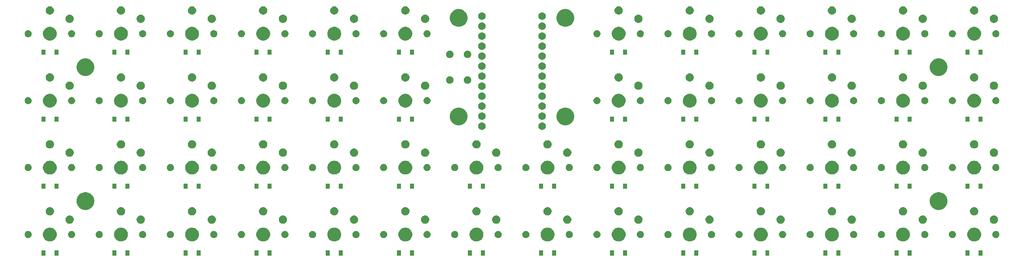
<source format=gbs>
G04 #@! TF.GenerationSoftware,KiCad,Pcbnew,(5.1.4)-1*
G04 #@! TF.CreationDate,2021-09-25T13:38:47-04:00*
G04 #@! TF.ProjectId,horizon-choc,686f7269-7a6f-46e2-9d63-686f632e6b69,rev?*
G04 #@! TF.SameCoordinates,Original*
G04 #@! TF.FileFunction,Soldermask,Bot*
G04 #@! TF.FilePolarity,Negative*
%FSLAX46Y46*%
G04 Gerber Fmt 4.6, Leading zero omitted, Abs format (unit mm)*
G04 Created by KiCad (PCBNEW (5.1.4)-1) date 2021-09-25 13:38:47*
%MOMM*%
%LPD*%
G04 APERTURE LIST*
%ADD10C,0.100000*%
G04 APERTURE END LIST*
D10*
G36*
X317851000Y-159851000D02*
G01*
X316849000Y-159851000D01*
X316849000Y-158549000D01*
X317851000Y-158549000D01*
X317851000Y-159851000D01*
X317851000Y-159851000D01*
G37*
G36*
X191851000Y-159851000D02*
G01*
X190849000Y-159851000D01*
X190849000Y-158549000D01*
X191851000Y-158549000D01*
X191851000Y-159851000D01*
X191851000Y-159851000D01*
G37*
G36*
X87151000Y-159851000D02*
G01*
X86149000Y-159851000D01*
X86149000Y-158549000D01*
X87151000Y-158549000D01*
X87151000Y-159851000D01*
X87151000Y-159851000D01*
G37*
G36*
X83851000Y-159851000D02*
G01*
X82849000Y-159851000D01*
X82849000Y-158549000D01*
X83851000Y-158549000D01*
X83851000Y-159851000D01*
X83851000Y-159851000D01*
G37*
G36*
X105151000Y-159851000D02*
G01*
X104149000Y-159851000D01*
X104149000Y-158549000D01*
X105151000Y-158549000D01*
X105151000Y-159851000D01*
X105151000Y-159851000D01*
G37*
G36*
X101851000Y-159851000D02*
G01*
X100849000Y-159851000D01*
X100849000Y-158549000D01*
X101851000Y-158549000D01*
X101851000Y-159851000D01*
X101851000Y-159851000D01*
G37*
G36*
X123151000Y-159851000D02*
G01*
X122149000Y-159851000D01*
X122149000Y-158549000D01*
X123151000Y-158549000D01*
X123151000Y-159851000D01*
X123151000Y-159851000D01*
G37*
G36*
X119851000Y-159851000D02*
G01*
X118849000Y-159851000D01*
X118849000Y-158549000D01*
X119851000Y-158549000D01*
X119851000Y-159851000D01*
X119851000Y-159851000D01*
G37*
G36*
X141151000Y-159851000D02*
G01*
X140149000Y-159851000D01*
X140149000Y-158549000D01*
X141151000Y-158549000D01*
X141151000Y-159851000D01*
X141151000Y-159851000D01*
G37*
G36*
X137851000Y-159851000D02*
G01*
X136849000Y-159851000D01*
X136849000Y-158549000D01*
X137851000Y-158549000D01*
X137851000Y-159851000D01*
X137851000Y-159851000D01*
G37*
G36*
X159151000Y-159851000D02*
G01*
X158149000Y-159851000D01*
X158149000Y-158549000D01*
X159151000Y-158549000D01*
X159151000Y-159851000D01*
X159151000Y-159851000D01*
G37*
G36*
X155851000Y-159851000D02*
G01*
X154849000Y-159851000D01*
X154849000Y-158549000D01*
X155851000Y-158549000D01*
X155851000Y-159851000D01*
X155851000Y-159851000D01*
G37*
G36*
X177151000Y-159851000D02*
G01*
X176149000Y-159851000D01*
X176149000Y-158549000D01*
X177151000Y-158549000D01*
X177151000Y-159851000D01*
X177151000Y-159851000D01*
G37*
G36*
X173851000Y-159851000D02*
G01*
X172849000Y-159851000D01*
X172849000Y-158549000D01*
X173851000Y-158549000D01*
X173851000Y-159851000D01*
X173851000Y-159851000D01*
G37*
G36*
X195151000Y-159851000D02*
G01*
X194149000Y-159851000D01*
X194149000Y-158549000D01*
X195151000Y-158549000D01*
X195151000Y-159851000D01*
X195151000Y-159851000D01*
G37*
G36*
X209851000Y-159851000D02*
G01*
X208849000Y-159851000D01*
X208849000Y-158549000D01*
X209851000Y-158549000D01*
X209851000Y-159851000D01*
X209851000Y-159851000D01*
G37*
G36*
X213151000Y-159851000D02*
G01*
X212149000Y-159851000D01*
X212149000Y-158549000D01*
X213151000Y-158549000D01*
X213151000Y-159851000D01*
X213151000Y-159851000D01*
G37*
G36*
X321151000Y-159851000D02*
G01*
X320149000Y-159851000D01*
X320149000Y-158549000D01*
X321151000Y-158549000D01*
X321151000Y-159851000D01*
X321151000Y-159851000D01*
G37*
G36*
X299851000Y-159851000D02*
G01*
X298849000Y-159851000D01*
X298849000Y-158549000D01*
X299851000Y-158549000D01*
X299851000Y-159851000D01*
X299851000Y-159851000D01*
G37*
G36*
X303151000Y-159851000D02*
G01*
X302149000Y-159851000D01*
X302149000Y-158549000D01*
X303151000Y-158549000D01*
X303151000Y-159851000D01*
X303151000Y-159851000D01*
G37*
G36*
X281851000Y-159851000D02*
G01*
X280849000Y-159851000D01*
X280849000Y-158549000D01*
X281851000Y-158549000D01*
X281851000Y-159851000D01*
X281851000Y-159851000D01*
G37*
G36*
X285151000Y-159851000D02*
G01*
X284149000Y-159851000D01*
X284149000Y-158549000D01*
X285151000Y-158549000D01*
X285151000Y-159851000D01*
X285151000Y-159851000D01*
G37*
G36*
X263851000Y-159851000D02*
G01*
X262849000Y-159851000D01*
X262849000Y-158549000D01*
X263851000Y-158549000D01*
X263851000Y-159851000D01*
X263851000Y-159851000D01*
G37*
G36*
X267151000Y-159851000D02*
G01*
X266149000Y-159851000D01*
X266149000Y-158549000D01*
X267151000Y-158549000D01*
X267151000Y-159851000D01*
X267151000Y-159851000D01*
G37*
G36*
X245851000Y-159851000D02*
G01*
X244849000Y-159851000D01*
X244849000Y-158549000D01*
X245851000Y-158549000D01*
X245851000Y-159851000D01*
X245851000Y-159851000D01*
G37*
G36*
X249151000Y-159851000D02*
G01*
X248149000Y-159851000D01*
X248149000Y-158549000D01*
X249151000Y-158549000D01*
X249151000Y-159851000D01*
X249151000Y-159851000D01*
G37*
G36*
X227851000Y-159851000D02*
G01*
X226849000Y-159851000D01*
X226849000Y-158549000D01*
X227851000Y-158549000D01*
X227851000Y-159851000D01*
X227851000Y-159851000D01*
G37*
G36*
X231151000Y-159851000D02*
G01*
X230149000Y-159851000D01*
X230149000Y-158549000D01*
X231151000Y-158549000D01*
X231151000Y-159851000D01*
X231151000Y-159851000D01*
G37*
G36*
X157397985Y-152793860D02*
G01*
X157510748Y-152816290D01*
X157642741Y-152870963D01*
X157829408Y-152948283D01*
X158116196Y-153139909D01*
X158360091Y-153383804D01*
X158551717Y-153670592D01*
X158683710Y-153989253D01*
X158751000Y-154327540D01*
X158751000Y-154672460D01*
X158683710Y-155010747D01*
X158551717Y-155329408D01*
X158360091Y-155616196D01*
X158116196Y-155860091D01*
X157829408Y-156051717D01*
X157642741Y-156129037D01*
X157510748Y-156183710D01*
X157397985Y-156206140D01*
X157172460Y-156251000D01*
X156827540Y-156251000D01*
X156602015Y-156206140D01*
X156489252Y-156183710D01*
X156357259Y-156129037D01*
X156170592Y-156051717D01*
X155883804Y-155860091D01*
X155639909Y-155616196D01*
X155448283Y-155329408D01*
X155316290Y-155010747D01*
X155249000Y-154672460D01*
X155249000Y-154327540D01*
X155316290Y-153989253D01*
X155448283Y-153670592D01*
X155639909Y-153383804D01*
X155883804Y-153139909D01*
X156170592Y-152948283D01*
X156357259Y-152870963D01*
X156489252Y-152816290D01*
X156602015Y-152793860D01*
X156827540Y-152749000D01*
X157172460Y-152749000D01*
X157397985Y-152793860D01*
X157397985Y-152793860D01*
G37*
G36*
X85397985Y-152793860D02*
G01*
X85510748Y-152816290D01*
X85642741Y-152870963D01*
X85829408Y-152948283D01*
X86116196Y-153139909D01*
X86360091Y-153383804D01*
X86551717Y-153670592D01*
X86683710Y-153989253D01*
X86751000Y-154327540D01*
X86751000Y-154672460D01*
X86683710Y-155010747D01*
X86551717Y-155329408D01*
X86360091Y-155616196D01*
X86116196Y-155860091D01*
X85829408Y-156051717D01*
X85642741Y-156129037D01*
X85510748Y-156183710D01*
X85397985Y-156206140D01*
X85172460Y-156251000D01*
X84827540Y-156251000D01*
X84602015Y-156206140D01*
X84489252Y-156183710D01*
X84357259Y-156129037D01*
X84170592Y-156051717D01*
X83883804Y-155860091D01*
X83639909Y-155616196D01*
X83448283Y-155329408D01*
X83316290Y-155010747D01*
X83249000Y-154672460D01*
X83249000Y-154327540D01*
X83316290Y-153989253D01*
X83448283Y-153670592D01*
X83639909Y-153383804D01*
X83883804Y-153139909D01*
X84170592Y-152948283D01*
X84357259Y-152870963D01*
X84489252Y-152816290D01*
X84602015Y-152793860D01*
X84827540Y-152749000D01*
X85172460Y-152749000D01*
X85397985Y-152793860D01*
X85397985Y-152793860D01*
G37*
G36*
X319397985Y-152793860D02*
G01*
X319510748Y-152816290D01*
X319642741Y-152870963D01*
X319829408Y-152948283D01*
X320116196Y-153139909D01*
X320360091Y-153383804D01*
X320551717Y-153670592D01*
X320683710Y-153989253D01*
X320751000Y-154327540D01*
X320751000Y-154672460D01*
X320683710Y-155010747D01*
X320551717Y-155329408D01*
X320360091Y-155616196D01*
X320116196Y-155860091D01*
X319829408Y-156051717D01*
X319642741Y-156129037D01*
X319510748Y-156183710D01*
X319397985Y-156206140D01*
X319172460Y-156251000D01*
X318827540Y-156251000D01*
X318602015Y-156206140D01*
X318489252Y-156183710D01*
X318357259Y-156129037D01*
X318170592Y-156051717D01*
X317883804Y-155860091D01*
X317639909Y-155616196D01*
X317448283Y-155329408D01*
X317316290Y-155010747D01*
X317249000Y-154672460D01*
X317249000Y-154327540D01*
X317316290Y-153989253D01*
X317448283Y-153670592D01*
X317639909Y-153383804D01*
X317883804Y-153139909D01*
X318170592Y-152948283D01*
X318357259Y-152870963D01*
X318489252Y-152816290D01*
X318602015Y-152793860D01*
X318827540Y-152749000D01*
X319172460Y-152749000D01*
X319397985Y-152793860D01*
X319397985Y-152793860D01*
G37*
G36*
X301397985Y-152793860D02*
G01*
X301510748Y-152816290D01*
X301642741Y-152870963D01*
X301829408Y-152948283D01*
X302116196Y-153139909D01*
X302360091Y-153383804D01*
X302551717Y-153670592D01*
X302683710Y-153989253D01*
X302751000Y-154327540D01*
X302751000Y-154672460D01*
X302683710Y-155010747D01*
X302551717Y-155329408D01*
X302360091Y-155616196D01*
X302116196Y-155860091D01*
X301829408Y-156051717D01*
X301642741Y-156129037D01*
X301510748Y-156183710D01*
X301397985Y-156206140D01*
X301172460Y-156251000D01*
X300827540Y-156251000D01*
X300602015Y-156206140D01*
X300489252Y-156183710D01*
X300357259Y-156129037D01*
X300170592Y-156051717D01*
X299883804Y-155860091D01*
X299639909Y-155616196D01*
X299448283Y-155329408D01*
X299316290Y-155010747D01*
X299249000Y-154672460D01*
X299249000Y-154327540D01*
X299316290Y-153989253D01*
X299448283Y-153670592D01*
X299639909Y-153383804D01*
X299883804Y-153139909D01*
X300170592Y-152948283D01*
X300357259Y-152870963D01*
X300489252Y-152816290D01*
X300602015Y-152793860D01*
X300827540Y-152749000D01*
X301172460Y-152749000D01*
X301397985Y-152793860D01*
X301397985Y-152793860D01*
G37*
G36*
X103397985Y-152793860D02*
G01*
X103510748Y-152816290D01*
X103642741Y-152870963D01*
X103829408Y-152948283D01*
X104116196Y-153139909D01*
X104360091Y-153383804D01*
X104551717Y-153670592D01*
X104683710Y-153989253D01*
X104751000Y-154327540D01*
X104751000Y-154672460D01*
X104683710Y-155010747D01*
X104551717Y-155329408D01*
X104360091Y-155616196D01*
X104116196Y-155860091D01*
X103829408Y-156051717D01*
X103642741Y-156129037D01*
X103510748Y-156183710D01*
X103397985Y-156206140D01*
X103172460Y-156251000D01*
X102827540Y-156251000D01*
X102602015Y-156206140D01*
X102489252Y-156183710D01*
X102357259Y-156129037D01*
X102170592Y-156051717D01*
X101883804Y-155860091D01*
X101639909Y-155616196D01*
X101448283Y-155329408D01*
X101316290Y-155010747D01*
X101249000Y-154672460D01*
X101249000Y-154327540D01*
X101316290Y-153989253D01*
X101448283Y-153670592D01*
X101639909Y-153383804D01*
X101883804Y-153139909D01*
X102170592Y-152948283D01*
X102357259Y-152870963D01*
X102489252Y-152816290D01*
X102602015Y-152793860D01*
X102827540Y-152749000D01*
X103172460Y-152749000D01*
X103397985Y-152793860D01*
X103397985Y-152793860D01*
G37*
G36*
X121397985Y-152793860D02*
G01*
X121510748Y-152816290D01*
X121642741Y-152870963D01*
X121829408Y-152948283D01*
X122116196Y-153139909D01*
X122360091Y-153383804D01*
X122551717Y-153670592D01*
X122683710Y-153989253D01*
X122751000Y-154327540D01*
X122751000Y-154672460D01*
X122683710Y-155010747D01*
X122551717Y-155329408D01*
X122360091Y-155616196D01*
X122116196Y-155860091D01*
X121829408Y-156051717D01*
X121642741Y-156129037D01*
X121510748Y-156183710D01*
X121397985Y-156206140D01*
X121172460Y-156251000D01*
X120827540Y-156251000D01*
X120602015Y-156206140D01*
X120489252Y-156183710D01*
X120357259Y-156129037D01*
X120170592Y-156051717D01*
X119883804Y-155860091D01*
X119639909Y-155616196D01*
X119448283Y-155329408D01*
X119316290Y-155010747D01*
X119249000Y-154672460D01*
X119249000Y-154327540D01*
X119316290Y-153989253D01*
X119448283Y-153670592D01*
X119639909Y-153383804D01*
X119883804Y-153139909D01*
X120170592Y-152948283D01*
X120357259Y-152870963D01*
X120489252Y-152816290D01*
X120602015Y-152793860D01*
X120827540Y-152749000D01*
X121172460Y-152749000D01*
X121397985Y-152793860D01*
X121397985Y-152793860D01*
G37*
G36*
X139397985Y-152793860D02*
G01*
X139510748Y-152816290D01*
X139642741Y-152870963D01*
X139829408Y-152948283D01*
X140116196Y-153139909D01*
X140360091Y-153383804D01*
X140551717Y-153670592D01*
X140683710Y-153989253D01*
X140751000Y-154327540D01*
X140751000Y-154672460D01*
X140683710Y-155010747D01*
X140551717Y-155329408D01*
X140360091Y-155616196D01*
X140116196Y-155860091D01*
X139829408Y-156051717D01*
X139642741Y-156129037D01*
X139510748Y-156183710D01*
X139397985Y-156206140D01*
X139172460Y-156251000D01*
X138827540Y-156251000D01*
X138602015Y-156206140D01*
X138489252Y-156183710D01*
X138357259Y-156129037D01*
X138170592Y-156051717D01*
X137883804Y-155860091D01*
X137639909Y-155616196D01*
X137448283Y-155329408D01*
X137316290Y-155010747D01*
X137249000Y-154672460D01*
X137249000Y-154327540D01*
X137316290Y-153989253D01*
X137448283Y-153670592D01*
X137639909Y-153383804D01*
X137883804Y-153139909D01*
X138170592Y-152948283D01*
X138357259Y-152870963D01*
X138489252Y-152816290D01*
X138602015Y-152793860D01*
X138827540Y-152749000D01*
X139172460Y-152749000D01*
X139397985Y-152793860D01*
X139397985Y-152793860D01*
G37*
G36*
X175397985Y-152793860D02*
G01*
X175510748Y-152816290D01*
X175642741Y-152870963D01*
X175829408Y-152948283D01*
X176116196Y-153139909D01*
X176360091Y-153383804D01*
X176551717Y-153670592D01*
X176683710Y-153989253D01*
X176751000Y-154327540D01*
X176751000Y-154672460D01*
X176683710Y-155010747D01*
X176551717Y-155329408D01*
X176360091Y-155616196D01*
X176116196Y-155860091D01*
X175829408Y-156051717D01*
X175642741Y-156129037D01*
X175510748Y-156183710D01*
X175397985Y-156206140D01*
X175172460Y-156251000D01*
X174827540Y-156251000D01*
X174602015Y-156206140D01*
X174489252Y-156183710D01*
X174357259Y-156129037D01*
X174170592Y-156051717D01*
X173883804Y-155860091D01*
X173639909Y-155616196D01*
X173448283Y-155329408D01*
X173316290Y-155010747D01*
X173249000Y-154672460D01*
X173249000Y-154327540D01*
X173316290Y-153989253D01*
X173448283Y-153670592D01*
X173639909Y-153383804D01*
X173883804Y-153139909D01*
X174170592Y-152948283D01*
X174357259Y-152870963D01*
X174489252Y-152816290D01*
X174602015Y-152793860D01*
X174827540Y-152749000D01*
X175172460Y-152749000D01*
X175397985Y-152793860D01*
X175397985Y-152793860D01*
G37*
G36*
X193397985Y-152793860D02*
G01*
X193510748Y-152816290D01*
X193642741Y-152870963D01*
X193829408Y-152948283D01*
X194116196Y-153139909D01*
X194360091Y-153383804D01*
X194551717Y-153670592D01*
X194683710Y-153989253D01*
X194751000Y-154327540D01*
X194751000Y-154672460D01*
X194683710Y-155010747D01*
X194551717Y-155329408D01*
X194360091Y-155616196D01*
X194116196Y-155860091D01*
X193829408Y-156051717D01*
X193642741Y-156129037D01*
X193510748Y-156183710D01*
X193397985Y-156206140D01*
X193172460Y-156251000D01*
X192827540Y-156251000D01*
X192602015Y-156206140D01*
X192489252Y-156183710D01*
X192357259Y-156129037D01*
X192170592Y-156051717D01*
X191883804Y-155860091D01*
X191639909Y-155616196D01*
X191448283Y-155329408D01*
X191316290Y-155010747D01*
X191249000Y-154672460D01*
X191249000Y-154327540D01*
X191316290Y-153989253D01*
X191448283Y-153670592D01*
X191639909Y-153383804D01*
X191883804Y-153139909D01*
X192170592Y-152948283D01*
X192357259Y-152870963D01*
X192489252Y-152816290D01*
X192602015Y-152793860D01*
X192827540Y-152749000D01*
X193172460Y-152749000D01*
X193397985Y-152793860D01*
X193397985Y-152793860D01*
G37*
G36*
X211397985Y-152793860D02*
G01*
X211510748Y-152816290D01*
X211642741Y-152870963D01*
X211829408Y-152948283D01*
X212116196Y-153139909D01*
X212360091Y-153383804D01*
X212551717Y-153670592D01*
X212683710Y-153989253D01*
X212751000Y-154327540D01*
X212751000Y-154672460D01*
X212683710Y-155010747D01*
X212551717Y-155329408D01*
X212360091Y-155616196D01*
X212116196Y-155860091D01*
X211829408Y-156051717D01*
X211642741Y-156129037D01*
X211510748Y-156183710D01*
X211397985Y-156206140D01*
X211172460Y-156251000D01*
X210827540Y-156251000D01*
X210602015Y-156206140D01*
X210489252Y-156183710D01*
X210357259Y-156129037D01*
X210170592Y-156051717D01*
X209883804Y-155860091D01*
X209639909Y-155616196D01*
X209448283Y-155329408D01*
X209316290Y-155010747D01*
X209249000Y-154672460D01*
X209249000Y-154327540D01*
X209316290Y-153989253D01*
X209448283Y-153670592D01*
X209639909Y-153383804D01*
X209883804Y-153139909D01*
X210170592Y-152948283D01*
X210357259Y-152870963D01*
X210489252Y-152816290D01*
X210602015Y-152793860D01*
X210827540Y-152749000D01*
X211172460Y-152749000D01*
X211397985Y-152793860D01*
X211397985Y-152793860D01*
G37*
G36*
X229397985Y-152793860D02*
G01*
X229510748Y-152816290D01*
X229642741Y-152870963D01*
X229829408Y-152948283D01*
X230116196Y-153139909D01*
X230360091Y-153383804D01*
X230551717Y-153670592D01*
X230683710Y-153989253D01*
X230751000Y-154327540D01*
X230751000Y-154672460D01*
X230683710Y-155010747D01*
X230551717Y-155329408D01*
X230360091Y-155616196D01*
X230116196Y-155860091D01*
X229829408Y-156051717D01*
X229642741Y-156129037D01*
X229510748Y-156183710D01*
X229397985Y-156206140D01*
X229172460Y-156251000D01*
X228827540Y-156251000D01*
X228602015Y-156206140D01*
X228489252Y-156183710D01*
X228357259Y-156129037D01*
X228170592Y-156051717D01*
X227883804Y-155860091D01*
X227639909Y-155616196D01*
X227448283Y-155329408D01*
X227316290Y-155010747D01*
X227249000Y-154672460D01*
X227249000Y-154327540D01*
X227316290Y-153989253D01*
X227448283Y-153670592D01*
X227639909Y-153383804D01*
X227883804Y-153139909D01*
X228170592Y-152948283D01*
X228357259Y-152870963D01*
X228489252Y-152816290D01*
X228602015Y-152793860D01*
X228827540Y-152749000D01*
X229172460Y-152749000D01*
X229397985Y-152793860D01*
X229397985Y-152793860D01*
G37*
G36*
X247397985Y-152793860D02*
G01*
X247510748Y-152816290D01*
X247642741Y-152870963D01*
X247829408Y-152948283D01*
X248116196Y-153139909D01*
X248360091Y-153383804D01*
X248551717Y-153670592D01*
X248683710Y-153989253D01*
X248751000Y-154327540D01*
X248751000Y-154672460D01*
X248683710Y-155010747D01*
X248551717Y-155329408D01*
X248360091Y-155616196D01*
X248116196Y-155860091D01*
X247829408Y-156051717D01*
X247642741Y-156129037D01*
X247510748Y-156183710D01*
X247397985Y-156206140D01*
X247172460Y-156251000D01*
X246827540Y-156251000D01*
X246602015Y-156206140D01*
X246489252Y-156183710D01*
X246357259Y-156129037D01*
X246170592Y-156051717D01*
X245883804Y-155860091D01*
X245639909Y-155616196D01*
X245448283Y-155329408D01*
X245316290Y-155010747D01*
X245249000Y-154672460D01*
X245249000Y-154327540D01*
X245316290Y-153989253D01*
X245448283Y-153670592D01*
X245639909Y-153383804D01*
X245883804Y-153139909D01*
X246170592Y-152948283D01*
X246357259Y-152870963D01*
X246489252Y-152816290D01*
X246602015Y-152793860D01*
X246827540Y-152749000D01*
X247172460Y-152749000D01*
X247397985Y-152793860D01*
X247397985Y-152793860D01*
G37*
G36*
X265397985Y-152793860D02*
G01*
X265510748Y-152816290D01*
X265642741Y-152870963D01*
X265829408Y-152948283D01*
X266116196Y-153139909D01*
X266360091Y-153383804D01*
X266551717Y-153670592D01*
X266683710Y-153989253D01*
X266751000Y-154327540D01*
X266751000Y-154672460D01*
X266683710Y-155010747D01*
X266551717Y-155329408D01*
X266360091Y-155616196D01*
X266116196Y-155860091D01*
X265829408Y-156051717D01*
X265642741Y-156129037D01*
X265510748Y-156183710D01*
X265397985Y-156206140D01*
X265172460Y-156251000D01*
X264827540Y-156251000D01*
X264602015Y-156206140D01*
X264489252Y-156183710D01*
X264357259Y-156129037D01*
X264170592Y-156051717D01*
X263883804Y-155860091D01*
X263639909Y-155616196D01*
X263448283Y-155329408D01*
X263316290Y-155010747D01*
X263249000Y-154672460D01*
X263249000Y-154327540D01*
X263316290Y-153989253D01*
X263448283Y-153670592D01*
X263639909Y-153383804D01*
X263883804Y-153139909D01*
X264170592Y-152948283D01*
X264357259Y-152870963D01*
X264489252Y-152816290D01*
X264602015Y-152793860D01*
X264827540Y-152749000D01*
X265172460Y-152749000D01*
X265397985Y-152793860D01*
X265397985Y-152793860D01*
G37*
G36*
X283397985Y-152793860D02*
G01*
X283510748Y-152816290D01*
X283642741Y-152870963D01*
X283829408Y-152948283D01*
X284116196Y-153139909D01*
X284360091Y-153383804D01*
X284551717Y-153670592D01*
X284683710Y-153989253D01*
X284751000Y-154327540D01*
X284751000Y-154672460D01*
X284683710Y-155010747D01*
X284551717Y-155329408D01*
X284360091Y-155616196D01*
X284116196Y-155860091D01*
X283829408Y-156051717D01*
X283642741Y-156129037D01*
X283510748Y-156183710D01*
X283397985Y-156206140D01*
X283172460Y-156251000D01*
X282827540Y-156251000D01*
X282602015Y-156206140D01*
X282489252Y-156183710D01*
X282357259Y-156129037D01*
X282170592Y-156051717D01*
X281883804Y-155860091D01*
X281639909Y-155616196D01*
X281448283Y-155329408D01*
X281316290Y-155010747D01*
X281249000Y-154672460D01*
X281249000Y-154327540D01*
X281316290Y-153989253D01*
X281448283Y-153670592D01*
X281639909Y-153383804D01*
X281883804Y-153139909D01*
X282170592Y-152948283D01*
X282357259Y-152870963D01*
X282489252Y-152816290D01*
X282602015Y-152793860D01*
X282827540Y-152749000D01*
X283172460Y-152749000D01*
X283397985Y-152793860D01*
X283397985Y-152793860D01*
G37*
G36*
X144613512Y-153603927D02*
G01*
X144762812Y-153633624D01*
X144926784Y-153701544D01*
X145074354Y-153800147D01*
X145199853Y-153925646D01*
X145298456Y-154073216D01*
X145366376Y-154237188D01*
X145401000Y-154411259D01*
X145401000Y-154588741D01*
X145366376Y-154762812D01*
X145298456Y-154926784D01*
X145199853Y-155074354D01*
X145074354Y-155199853D01*
X144926784Y-155298456D01*
X144762812Y-155366376D01*
X144613512Y-155396073D01*
X144588742Y-155401000D01*
X144411258Y-155401000D01*
X144386488Y-155396073D01*
X144237188Y-155366376D01*
X144073216Y-155298456D01*
X143925646Y-155199853D01*
X143800147Y-155074354D01*
X143701544Y-154926784D01*
X143633624Y-154762812D01*
X143599000Y-154588741D01*
X143599000Y-154411259D01*
X143633624Y-154237188D01*
X143701544Y-154073216D01*
X143800147Y-153925646D01*
X143925646Y-153800147D01*
X144073216Y-153701544D01*
X144237188Y-153633624D01*
X144386488Y-153603927D01*
X144411258Y-153599000D01*
X144588742Y-153599000D01*
X144613512Y-153603927D01*
X144613512Y-153603927D01*
G37*
G36*
X277613512Y-153603927D02*
G01*
X277762812Y-153633624D01*
X277926784Y-153701544D01*
X278074354Y-153800147D01*
X278199853Y-153925646D01*
X278298456Y-154073216D01*
X278366376Y-154237188D01*
X278401000Y-154411259D01*
X278401000Y-154588741D01*
X278366376Y-154762812D01*
X278298456Y-154926784D01*
X278199853Y-155074354D01*
X278074354Y-155199853D01*
X277926784Y-155298456D01*
X277762812Y-155366376D01*
X277613512Y-155396073D01*
X277588742Y-155401000D01*
X277411258Y-155401000D01*
X277386488Y-155396073D01*
X277237188Y-155366376D01*
X277073216Y-155298456D01*
X276925646Y-155199853D01*
X276800147Y-155074354D01*
X276701544Y-154926784D01*
X276633624Y-154762812D01*
X276599000Y-154588741D01*
X276599000Y-154411259D01*
X276633624Y-154237188D01*
X276701544Y-154073216D01*
X276800147Y-153925646D01*
X276925646Y-153800147D01*
X277073216Y-153701544D01*
X277237188Y-153633624D01*
X277386488Y-153603927D01*
X277411258Y-153599000D01*
X277588742Y-153599000D01*
X277613512Y-153603927D01*
X277613512Y-153603927D01*
G37*
G36*
X313613512Y-153603927D02*
G01*
X313762812Y-153633624D01*
X313926784Y-153701544D01*
X314074354Y-153800147D01*
X314199853Y-153925646D01*
X314298456Y-154073216D01*
X314366376Y-154237188D01*
X314401000Y-154411259D01*
X314401000Y-154588741D01*
X314366376Y-154762812D01*
X314298456Y-154926784D01*
X314199853Y-155074354D01*
X314074354Y-155199853D01*
X313926784Y-155298456D01*
X313762812Y-155366376D01*
X313613512Y-155396073D01*
X313588742Y-155401000D01*
X313411258Y-155401000D01*
X313386488Y-155396073D01*
X313237188Y-155366376D01*
X313073216Y-155298456D01*
X312925646Y-155199853D01*
X312800147Y-155074354D01*
X312701544Y-154926784D01*
X312633624Y-154762812D01*
X312599000Y-154588741D01*
X312599000Y-154411259D01*
X312633624Y-154237188D01*
X312701544Y-154073216D01*
X312800147Y-153925646D01*
X312925646Y-153800147D01*
X313073216Y-153701544D01*
X313237188Y-153633624D01*
X313386488Y-153603927D01*
X313411258Y-153599000D01*
X313588742Y-153599000D01*
X313613512Y-153603927D01*
X313613512Y-153603927D01*
G37*
G36*
X97613512Y-153603927D02*
G01*
X97762812Y-153633624D01*
X97926784Y-153701544D01*
X98074354Y-153800147D01*
X98199853Y-153925646D01*
X98298456Y-154073216D01*
X98366376Y-154237188D01*
X98401000Y-154411259D01*
X98401000Y-154588741D01*
X98366376Y-154762812D01*
X98298456Y-154926784D01*
X98199853Y-155074354D01*
X98074354Y-155199853D01*
X97926784Y-155298456D01*
X97762812Y-155366376D01*
X97613512Y-155396073D01*
X97588742Y-155401000D01*
X97411258Y-155401000D01*
X97386488Y-155396073D01*
X97237188Y-155366376D01*
X97073216Y-155298456D01*
X96925646Y-155199853D01*
X96800147Y-155074354D01*
X96701544Y-154926784D01*
X96633624Y-154762812D01*
X96599000Y-154588741D01*
X96599000Y-154411259D01*
X96633624Y-154237188D01*
X96701544Y-154073216D01*
X96800147Y-153925646D01*
X96925646Y-153800147D01*
X97073216Y-153701544D01*
X97237188Y-153633624D01*
X97386488Y-153603927D01*
X97411258Y-153599000D01*
X97588742Y-153599000D01*
X97613512Y-153603927D01*
X97613512Y-153603927D01*
G37*
G36*
X324613512Y-153603927D02*
G01*
X324762812Y-153633624D01*
X324926784Y-153701544D01*
X325074354Y-153800147D01*
X325199853Y-153925646D01*
X325298456Y-154073216D01*
X325366376Y-154237188D01*
X325401000Y-154411259D01*
X325401000Y-154588741D01*
X325366376Y-154762812D01*
X325298456Y-154926784D01*
X325199853Y-155074354D01*
X325074354Y-155199853D01*
X324926784Y-155298456D01*
X324762812Y-155366376D01*
X324613512Y-155396073D01*
X324588742Y-155401000D01*
X324411258Y-155401000D01*
X324386488Y-155396073D01*
X324237188Y-155366376D01*
X324073216Y-155298456D01*
X323925646Y-155199853D01*
X323800147Y-155074354D01*
X323701544Y-154926784D01*
X323633624Y-154762812D01*
X323599000Y-154588741D01*
X323599000Y-154411259D01*
X323633624Y-154237188D01*
X323701544Y-154073216D01*
X323800147Y-153925646D01*
X323925646Y-153800147D01*
X324073216Y-153701544D01*
X324237188Y-153633624D01*
X324386488Y-153603927D01*
X324411258Y-153599000D01*
X324588742Y-153599000D01*
X324613512Y-153603927D01*
X324613512Y-153603927D01*
G37*
G36*
X90613512Y-153603927D02*
G01*
X90762812Y-153633624D01*
X90926784Y-153701544D01*
X91074354Y-153800147D01*
X91199853Y-153925646D01*
X91298456Y-154073216D01*
X91366376Y-154237188D01*
X91401000Y-154411259D01*
X91401000Y-154588741D01*
X91366376Y-154762812D01*
X91298456Y-154926784D01*
X91199853Y-155074354D01*
X91074354Y-155199853D01*
X90926784Y-155298456D01*
X90762812Y-155366376D01*
X90613512Y-155396073D01*
X90588742Y-155401000D01*
X90411258Y-155401000D01*
X90386488Y-155396073D01*
X90237188Y-155366376D01*
X90073216Y-155298456D01*
X89925646Y-155199853D01*
X89800147Y-155074354D01*
X89701544Y-154926784D01*
X89633624Y-154762812D01*
X89599000Y-154588741D01*
X89599000Y-154411259D01*
X89633624Y-154237188D01*
X89701544Y-154073216D01*
X89800147Y-153925646D01*
X89925646Y-153800147D01*
X90073216Y-153701544D01*
X90237188Y-153633624D01*
X90386488Y-153603927D01*
X90411258Y-153599000D01*
X90588742Y-153599000D01*
X90613512Y-153603927D01*
X90613512Y-153603927D01*
G37*
G36*
X79613512Y-153603927D02*
G01*
X79762812Y-153633624D01*
X79926784Y-153701544D01*
X80074354Y-153800147D01*
X80199853Y-153925646D01*
X80298456Y-154073216D01*
X80366376Y-154237188D01*
X80401000Y-154411259D01*
X80401000Y-154588741D01*
X80366376Y-154762812D01*
X80298456Y-154926784D01*
X80199853Y-155074354D01*
X80074354Y-155199853D01*
X79926784Y-155298456D01*
X79762812Y-155366376D01*
X79613512Y-155396073D01*
X79588742Y-155401000D01*
X79411258Y-155401000D01*
X79386488Y-155396073D01*
X79237188Y-155366376D01*
X79073216Y-155298456D01*
X78925646Y-155199853D01*
X78800147Y-155074354D01*
X78701544Y-154926784D01*
X78633624Y-154762812D01*
X78599000Y-154588741D01*
X78599000Y-154411259D01*
X78633624Y-154237188D01*
X78701544Y-154073216D01*
X78800147Y-153925646D01*
X78925646Y-153800147D01*
X79073216Y-153701544D01*
X79237188Y-153633624D01*
X79386488Y-153603927D01*
X79411258Y-153599000D01*
X79588742Y-153599000D01*
X79613512Y-153603927D01*
X79613512Y-153603927D01*
G37*
G36*
X295613512Y-153603927D02*
G01*
X295762812Y-153633624D01*
X295926784Y-153701544D01*
X296074354Y-153800147D01*
X296199853Y-153925646D01*
X296298456Y-154073216D01*
X296366376Y-154237188D01*
X296401000Y-154411259D01*
X296401000Y-154588741D01*
X296366376Y-154762812D01*
X296298456Y-154926784D01*
X296199853Y-155074354D01*
X296074354Y-155199853D01*
X295926784Y-155298456D01*
X295762812Y-155366376D01*
X295613512Y-155396073D01*
X295588742Y-155401000D01*
X295411258Y-155401000D01*
X295386488Y-155396073D01*
X295237188Y-155366376D01*
X295073216Y-155298456D01*
X294925646Y-155199853D01*
X294800147Y-155074354D01*
X294701544Y-154926784D01*
X294633624Y-154762812D01*
X294599000Y-154588741D01*
X294599000Y-154411259D01*
X294633624Y-154237188D01*
X294701544Y-154073216D01*
X294800147Y-153925646D01*
X294925646Y-153800147D01*
X295073216Y-153701544D01*
X295237188Y-153633624D01*
X295386488Y-153603927D01*
X295411258Y-153599000D01*
X295588742Y-153599000D01*
X295613512Y-153603927D01*
X295613512Y-153603927D01*
G37*
G36*
X306613512Y-153603927D02*
G01*
X306762812Y-153633624D01*
X306926784Y-153701544D01*
X307074354Y-153800147D01*
X307199853Y-153925646D01*
X307298456Y-154073216D01*
X307366376Y-154237188D01*
X307401000Y-154411259D01*
X307401000Y-154588741D01*
X307366376Y-154762812D01*
X307298456Y-154926784D01*
X307199853Y-155074354D01*
X307074354Y-155199853D01*
X306926784Y-155298456D01*
X306762812Y-155366376D01*
X306613512Y-155396073D01*
X306588742Y-155401000D01*
X306411258Y-155401000D01*
X306386488Y-155396073D01*
X306237188Y-155366376D01*
X306073216Y-155298456D01*
X305925646Y-155199853D01*
X305800147Y-155074354D01*
X305701544Y-154926784D01*
X305633624Y-154762812D01*
X305599000Y-154588741D01*
X305599000Y-154411259D01*
X305633624Y-154237188D01*
X305701544Y-154073216D01*
X305800147Y-153925646D01*
X305925646Y-153800147D01*
X306073216Y-153701544D01*
X306237188Y-153633624D01*
X306386488Y-153603927D01*
X306411258Y-153599000D01*
X306588742Y-153599000D01*
X306613512Y-153603927D01*
X306613512Y-153603927D01*
G37*
G36*
X288613512Y-153603927D02*
G01*
X288762812Y-153633624D01*
X288926784Y-153701544D01*
X289074354Y-153800147D01*
X289199853Y-153925646D01*
X289298456Y-154073216D01*
X289366376Y-154237188D01*
X289401000Y-154411259D01*
X289401000Y-154588741D01*
X289366376Y-154762812D01*
X289298456Y-154926784D01*
X289199853Y-155074354D01*
X289074354Y-155199853D01*
X288926784Y-155298456D01*
X288762812Y-155366376D01*
X288613512Y-155396073D01*
X288588742Y-155401000D01*
X288411258Y-155401000D01*
X288386488Y-155396073D01*
X288237188Y-155366376D01*
X288073216Y-155298456D01*
X287925646Y-155199853D01*
X287800147Y-155074354D01*
X287701544Y-154926784D01*
X287633624Y-154762812D01*
X287599000Y-154588741D01*
X287599000Y-154411259D01*
X287633624Y-154237188D01*
X287701544Y-154073216D01*
X287800147Y-153925646D01*
X287925646Y-153800147D01*
X288073216Y-153701544D01*
X288237188Y-153633624D01*
X288386488Y-153603927D01*
X288411258Y-153599000D01*
X288588742Y-153599000D01*
X288613512Y-153603927D01*
X288613512Y-153603927D01*
G37*
G36*
X259613512Y-153603927D02*
G01*
X259762812Y-153633624D01*
X259926784Y-153701544D01*
X260074354Y-153800147D01*
X260199853Y-153925646D01*
X260298456Y-154073216D01*
X260366376Y-154237188D01*
X260401000Y-154411259D01*
X260401000Y-154588741D01*
X260366376Y-154762812D01*
X260298456Y-154926784D01*
X260199853Y-155074354D01*
X260074354Y-155199853D01*
X259926784Y-155298456D01*
X259762812Y-155366376D01*
X259613512Y-155396073D01*
X259588742Y-155401000D01*
X259411258Y-155401000D01*
X259386488Y-155396073D01*
X259237188Y-155366376D01*
X259073216Y-155298456D01*
X258925646Y-155199853D01*
X258800147Y-155074354D01*
X258701544Y-154926784D01*
X258633624Y-154762812D01*
X258599000Y-154588741D01*
X258599000Y-154411259D01*
X258633624Y-154237188D01*
X258701544Y-154073216D01*
X258800147Y-153925646D01*
X258925646Y-153800147D01*
X259073216Y-153701544D01*
X259237188Y-153633624D01*
X259386488Y-153603927D01*
X259411258Y-153599000D01*
X259588742Y-153599000D01*
X259613512Y-153603927D01*
X259613512Y-153603927D01*
G37*
G36*
X270613512Y-153603927D02*
G01*
X270762812Y-153633624D01*
X270926784Y-153701544D01*
X271074354Y-153800147D01*
X271199853Y-153925646D01*
X271298456Y-154073216D01*
X271366376Y-154237188D01*
X271401000Y-154411259D01*
X271401000Y-154588741D01*
X271366376Y-154762812D01*
X271298456Y-154926784D01*
X271199853Y-155074354D01*
X271074354Y-155199853D01*
X270926784Y-155298456D01*
X270762812Y-155366376D01*
X270613512Y-155396073D01*
X270588742Y-155401000D01*
X270411258Y-155401000D01*
X270386488Y-155396073D01*
X270237188Y-155366376D01*
X270073216Y-155298456D01*
X269925646Y-155199853D01*
X269800147Y-155074354D01*
X269701544Y-154926784D01*
X269633624Y-154762812D01*
X269599000Y-154588741D01*
X269599000Y-154411259D01*
X269633624Y-154237188D01*
X269701544Y-154073216D01*
X269800147Y-153925646D01*
X269925646Y-153800147D01*
X270073216Y-153701544D01*
X270237188Y-153633624D01*
X270386488Y-153603927D01*
X270411258Y-153599000D01*
X270588742Y-153599000D01*
X270613512Y-153603927D01*
X270613512Y-153603927D01*
G37*
G36*
X241613512Y-153603927D02*
G01*
X241762812Y-153633624D01*
X241926784Y-153701544D01*
X242074354Y-153800147D01*
X242199853Y-153925646D01*
X242298456Y-154073216D01*
X242366376Y-154237188D01*
X242401000Y-154411259D01*
X242401000Y-154588741D01*
X242366376Y-154762812D01*
X242298456Y-154926784D01*
X242199853Y-155074354D01*
X242074354Y-155199853D01*
X241926784Y-155298456D01*
X241762812Y-155366376D01*
X241613512Y-155396073D01*
X241588742Y-155401000D01*
X241411258Y-155401000D01*
X241386488Y-155396073D01*
X241237188Y-155366376D01*
X241073216Y-155298456D01*
X240925646Y-155199853D01*
X240800147Y-155074354D01*
X240701544Y-154926784D01*
X240633624Y-154762812D01*
X240599000Y-154588741D01*
X240599000Y-154411259D01*
X240633624Y-154237188D01*
X240701544Y-154073216D01*
X240800147Y-153925646D01*
X240925646Y-153800147D01*
X241073216Y-153701544D01*
X241237188Y-153633624D01*
X241386488Y-153603927D01*
X241411258Y-153599000D01*
X241588742Y-153599000D01*
X241613512Y-153603927D01*
X241613512Y-153603927D01*
G37*
G36*
X252613512Y-153603927D02*
G01*
X252762812Y-153633624D01*
X252926784Y-153701544D01*
X253074354Y-153800147D01*
X253199853Y-153925646D01*
X253298456Y-154073216D01*
X253366376Y-154237188D01*
X253401000Y-154411259D01*
X253401000Y-154588741D01*
X253366376Y-154762812D01*
X253298456Y-154926784D01*
X253199853Y-155074354D01*
X253074354Y-155199853D01*
X252926784Y-155298456D01*
X252762812Y-155366376D01*
X252613512Y-155396073D01*
X252588742Y-155401000D01*
X252411258Y-155401000D01*
X252386488Y-155396073D01*
X252237188Y-155366376D01*
X252073216Y-155298456D01*
X251925646Y-155199853D01*
X251800147Y-155074354D01*
X251701544Y-154926784D01*
X251633624Y-154762812D01*
X251599000Y-154588741D01*
X251599000Y-154411259D01*
X251633624Y-154237188D01*
X251701544Y-154073216D01*
X251800147Y-153925646D01*
X251925646Y-153800147D01*
X252073216Y-153701544D01*
X252237188Y-153633624D01*
X252386488Y-153603927D01*
X252411258Y-153599000D01*
X252588742Y-153599000D01*
X252613512Y-153603927D01*
X252613512Y-153603927D01*
G37*
G36*
X108613512Y-153603927D02*
G01*
X108762812Y-153633624D01*
X108926784Y-153701544D01*
X109074354Y-153800147D01*
X109199853Y-153925646D01*
X109298456Y-154073216D01*
X109366376Y-154237188D01*
X109401000Y-154411259D01*
X109401000Y-154588741D01*
X109366376Y-154762812D01*
X109298456Y-154926784D01*
X109199853Y-155074354D01*
X109074354Y-155199853D01*
X108926784Y-155298456D01*
X108762812Y-155366376D01*
X108613512Y-155396073D01*
X108588742Y-155401000D01*
X108411258Y-155401000D01*
X108386488Y-155396073D01*
X108237188Y-155366376D01*
X108073216Y-155298456D01*
X107925646Y-155199853D01*
X107800147Y-155074354D01*
X107701544Y-154926784D01*
X107633624Y-154762812D01*
X107599000Y-154588741D01*
X107599000Y-154411259D01*
X107633624Y-154237188D01*
X107701544Y-154073216D01*
X107800147Y-153925646D01*
X107925646Y-153800147D01*
X108073216Y-153701544D01*
X108237188Y-153633624D01*
X108386488Y-153603927D01*
X108411258Y-153599000D01*
X108588742Y-153599000D01*
X108613512Y-153603927D01*
X108613512Y-153603927D01*
G37*
G36*
X133613512Y-153603927D02*
G01*
X133762812Y-153633624D01*
X133926784Y-153701544D01*
X134074354Y-153800147D01*
X134199853Y-153925646D01*
X134298456Y-154073216D01*
X134366376Y-154237188D01*
X134401000Y-154411259D01*
X134401000Y-154588741D01*
X134366376Y-154762812D01*
X134298456Y-154926784D01*
X134199853Y-155074354D01*
X134074354Y-155199853D01*
X133926784Y-155298456D01*
X133762812Y-155366376D01*
X133613512Y-155396073D01*
X133588742Y-155401000D01*
X133411258Y-155401000D01*
X133386488Y-155396073D01*
X133237188Y-155366376D01*
X133073216Y-155298456D01*
X132925646Y-155199853D01*
X132800147Y-155074354D01*
X132701544Y-154926784D01*
X132633624Y-154762812D01*
X132599000Y-154588741D01*
X132599000Y-154411259D01*
X132633624Y-154237188D01*
X132701544Y-154073216D01*
X132800147Y-153925646D01*
X132925646Y-153800147D01*
X133073216Y-153701544D01*
X133237188Y-153633624D01*
X133386488Y-153603927D01*
X133411258Y-153599000D01*
X133588742Y-153599000D01*
X133613512Y-153603927D01*
X133613512Y-153603927D01*
G37*
G36*
X162613512Y-153603927D02*
G01*
X162762812Y-153633624D01*
X162926784Y-153701544D01*
X163074354Y-153800147D01*
X163199853Y-153925646D01*
X163298456Y-154073216D01*
X163366376Y-154237188D01*
X163401000Y-154411259D01*
X163401000Y-154588741D01*
X163366376Y-154762812D01*
X163298456Y-154926784D01*
X163199853Y-155074354D01*
X163074354Y-155199853D01*
X162926784Y-155298456D01*
X162762812Y-155366376D01*
X162613512Y-155396073D01*
X162588742Y-155401000D01*
X162411258Y-155401000D01*
X162386488Y-155396073D01*
X162237188Y-155366376D01*
X162073216Y-155298456D01*
X161925646Y-155199853D01*
X161800147Y-155074354D01*
X161701544Y-154926784D01*
X161633624Y-154762812D01*
X161599000Y-154588741D01*
X161599000Y-154411259D01*
X161633624Y-154237188D01*
X161701544Y-154073216D01*
X161800147Y-153925646D01*
X161925646Y-153800147D01*
X162073216Y-153701544D01*
X162237188Y-153633624D01*
X162386488Y-153603927D01*
X162411258Y-153599000D01*
X162588742Y-153599000D01*
X162613512Y-153603927D01*
X162613512Y-153603927D01*
G37*
G36*
X151613512Y-153603927D02*
G01*
X151762812Y-153633624D01*
X151926784Y-153701544D01*
X152074354Y-153800147D01*
X152199853Y-153925646D01*
X152298456Y-154073216D01*
X152366376Y-154237188D01*
X152401000Y-154411259D01*
X152401000Y-154588741D01*
X152366376Y-154762812D01*
X152298456Y-154926784D01*
X152199853Y-155074354D01*
X152074354Y-155199853D01*
X151926784Y-155298456D01*
X151762812Y-155366376D01*
X151613512Y-155396073D01*
X151588742Y-155401000D01*
X151411258Y-155401000D01*
X151386488Y-155396073D01*
X151237188Y-155366376D01*
X151073216Y-155298456D01*
X150925646Y-155199853D01*
X150800147Y-155074354D01*
X150701544Y-154926784D01*
X150633624Y-154762812D01*
X150599000Y-154588741D01*
X150599000Y-154411259D01*
X150633624Y-154237188D01*
X150701544Y-154073216D01*
X150800147Y-153925646D01*
X150925646Y-153800147D01*
X151073216Y-153701544D01*
X151237188Y-153633624D01*
X151386488Y-153603927D01*
X151411258Y-153599000D01*
X151588742Y-153599000D01*
X151613512Y-153603927D01*
X151613512Y-153603927D01*
G37*
G36*
X198613512Y-153603927D02*
G01*
X198762812Y-153633624D01*
X198926784Y-153701544D01*
X199074354Y-153800147D01*
X199199853Y-153925646D01*
X199298456Y-154073216D01*
X199366376Y-154237188D01*
X199401000Y-154411259D01*
X199401000Y-154588741D01*
X199366376Y-154762812D01*
X199298456Y-154926784D01*
X199199853Y-155074354D01*
X199074354Y-155199853D01*
X198926784Y-155298456D01*
X198762812Y-155366376D01*
X198613512Y-155396073D01*
X198588742Y-155401000D01*
X198411258Y-155401000D01*
X198386488Y-155396073D01*
X198237188Y-155366376D01*
X198073216Y-155298456D01*
X197925646Y-155199853D01*
X197800147Y-155074354D01*
X197701544Y-154926784D01*
X197633624Y-154762812D01*
X197599000Y-154588741D01*
X197599000Y-154411259D01*
X197633624Y-154237188D01*
X197701544Y-154073216D01*
X197800147Y-153925646D01*
X197925646Y-153800147D01*
X198073216Y-153701544D01*
X198237188Y-153633624D01*
X198386488Y-153603927D01*
X198411258Y-153599000D01*
X198588742Y-153599000D01*
X198613512Y-153603927D01*
X198613512Y-153603927D01*
G37*
G36*
X205613512Y-153603927D02*
G01*
X205762812Y-153633624D01*
X205926784Y-153701544D01*
X206074354Y-153800147D01*
X206199853Y-153925646D01*
X206298456Y-154073216D01*
X206366376Y-154237188D01*
X206401000Y-154411259D01*
X206401000Y-154588741D01*
X206366376Y-154762812D01*
X206298456Y-154926784D01*
X206199853Y-155074354D01*
X206074354Y-155199853D01*
X205926784Y-155298456D01*
X205762812Y-155366376D01*
X205613512Y-155396073D01*
X205588742Y-155401000D01*
X205411258Y-155401000D01*
X205386488Y-155396073D01*
X205237188Y-155366376D01*
X205073216Y-155298456D01*
X204925646Y-155199853D01*
X204800147Y-155074354D01*
X204701544Y-154926784D01*
X204633624Y-154762812D01*
X204599000Y-154588741D01*
X204599000Y-154411259D01*
X204633624Y-154237188D01*
X204701544Y-154073216D01*
X204800147Y-153925646D01*
X204925646Y-153800147D01*
X205073216Y-153701544D01*
X205237188Y-153633624D01*
X205386488Y-153603927D01*
X205411258Y-153599000D01*
X205588742Y-153599000D01*
X205613512Y-153603927D01*
X205613512Y-153603927D01*
G37*
G36*
X115613512Y-153603927D02*
G01*
X115762812Y-153633624D01*
X115926784Y-153701544D01*
X116074354Y-153800147D01*
X116199853Y-153925646D01*
X116298456Y-154073216D01*
X116366376Y-154237188D01*
X116401000Y-154411259D01*
X116401000Y-154588741D01*
X116366376Y-154762812D01*
X116298456Y-154926784D01*
X116199853Y-155074354D01*
X116074354Y-155199853D01*
X115926784Y-155298456D01*
X115762812Y-155366376D01*
X115613512Y-155396073D01*
X115588742Y-155401000D01*
X115411258Y-155401000D01*
X115386488Y-155396073D01*
X115237188Y-155366376D01*
X115073216Y-155298456D01*
X114925646Y-155199853D01*
X114800147Y-155074354D01*
X114701544Y-154926784D01*
X114633624Y-154762812D01*
X114599000Y-154588741D01*
X114599000Y-154411259D01*
X114633624Y-154237188D01*
X114701544Y-154073216D01*
X114800147Y-153925646D01*
X114925646Y-153800147D01*
X115073216Y-153701544D01*
X115237188Y-153633624D01*
X115386488Y-153603927D01*
X115411258Y-153599000D01*
X115588742Y-153599000D01*
X115613512Y-153603927D01*
X115613512Y-153603927D01*
G37*
G36*
X126613512Y-153603927D02*
G01*
X126762812Y-153633624D01*
X126926784Y-153701544D01*
X127074354Y-153800147D01*
X127199853Y-153925646D01*
X127298456Y-154073216D01*
X127366376Y-154237188D01*
X127401000Y-154411259D01*
X127401000Y-154588741D01*
X127366376Y-154762812D01*
X127298456Y-154926784D01*
X127199853Y-155074354D01*
X127074354Y-155199853D01*
X126926784Y-155298456D01*
X126762812Y-155366376D01*
X126613512Y-155396073D01*
X126588742Y-155401000D01*
X126411258Y-155401000D01*
X126386488Y-155396073D01*
X126237188Y-155366376D01*
X126073216Y-155298456D01*
X125925646Y-155199853D01*
X125800147Y-155074354D01*
X125701544Y-154926784D01*
X125633624Y-154762812D01*
X125599000Y-154588741D01*
X125599000Y-154411259D01*
X125633624Y-154237188D01*
X125701544Y-154073216D01*
X125800147Y-153925646D01*
X125925646Y-153800147D01*
X126073216Y-153701544D01*
X126237188Y-153633624D01*
X126386488Y-153603927D01*
X126411258Y-153599000D01*
X126588742Y-153599000D01*
X126613512Y-153603927D01*
X126613512Y-153603927D01*
G37*
G36*
X180613512Y-153603927D02*
G01*
X180762812Y-153633624D01*
X180926784Y-153701544D01*
X181074354Y-153800147D01*
X181199853Y-153925646D01*
X181298456Y-154073216D01*
X181366376Y-154237188D01*
X181401000Y-154411259D01*
X181401000Y-154588741D01*
X181366376Y-154762812D01*
X181298456Y-154926784D01*
X181199853Y-155074354D01*
X181074354Y-155199853D01*
X180926784Y-155298456D01*
X180762812Y-155366376D01*
X180613512Y-155396073D01*
X180588742Y-155401000D01*
X180411258Y-155401000D01*
X180386488Y-155396073D01*
X180237188Y-155366376D01*
X180073216Y-155298456D01*
X179925646Y-155199853D01*
X179800147Y-155074354D01*
X179701544Y-154926784D01*
X179633624Y-154762812D01*
X179599000Y-154588741D01*
X179599000Y-154411259D01*
X179633624Y-154237188D01*
X179701544Y-154073216D01*
X179800147Y-153925646D01*
X179925646Y-153800147D01*
X180073216Y-153701544D01*
X180237188Y-153633624D01*
X180386488Y-153603927D01*
X180411258Y-153599000D01*
X180588742Y-153599000D01*
X180613512Y-153603927D01*
X180613512Y-153603927D01*
G37*
G36*
X234613512Y-153603927D02*
G01*
X234762812Y-153633624D01*
X234926784Y-153701544D01*
X235074354Y-153800147D01*
X235199853Y-153925646D01*
X235298456Y-154073216D01*
X235366376Y-154237188D01*
X235401000Y-154411259D01*
X235401000Y-154588741D01*
X235366376Y-154762812D01*
X235298456Y-154926784D01*
X235199853Y-155074354D01*
X235074354Y-155199853D01*
X234926784Y-155298456D01*
X234762812Y-155366376D01*
X234613512Y-155396073D01*
X234588742Y-155401000D01*
X234411258Y-155401000D01*
X234386488Y-155396073D01*
X234237188Y-155366376D01*
X234073216Y-155298456D01*
X233925646Y-155199853D01*
X233800147Y-155074354D01*
X233701544Y-154926784D01*
X233633624Y-154762812D01*
X233599000Y-154588741D01*
X233599000Y-154411259D01*
X233633624Y-154237188D01*
X233701544Y-154073216D01*
X233800147Y-153925646D01*
X233925646Y-153800147D01*
X234073216Y-153701544D01*
X234237188Y-153633624D01*
X234386488Y-153603927D01*
X234411258Y-153599000D01*
X234588742Y-153599000D01*
X234613512Y-153603927D01*
X234613512Y-153603927D01*
G37*
G36*
X169613512Y-153603927D02*
G01*
X169762812Y-153633624D01*
X169926784Y-153701544D01*
X170074354Y-153800147D01*
X170199853Y-153925646D01*
X170298456Y-154073216D01*
X170366376Y-154237188D01*
X170401000Y-154411259D01*
X170401000Y-154588741D01*
X170366376Y-154762812D01*
X170298456Y-154926784D01*
X170199853Y-155074354D01*
X170074354Y-155199853D01*
X169926784Y-155298456D01*
X169762812Y-155366376D01*
X169613512Y-155396073D01*
X169588742Y-155401000D01*
X169411258Y-155401000D01*
X169386488Y-155396073D01*
X169237188Y-155366376D01*
X169073216Y-155298456D01*
X168925646Y-155199853D01*
X168800147Y-155074354D01*
X168701544Y-154926784D01*
X168633624Y-154762812D01*
X168599000Y-154588741D01*
X168599000Y-154411259D01*
X168633624Y-154237188D01*
X168701544Y-154073216D01*
X168800147Y-153925646D01*
X168925646Y-153800147D01*
X169073216Y-153701544D01*
X169237188Y-153633624D01*
X169386488Y-153603927D01*
X169411258Y-153599000D01*
X169588742Y-153599000D01*
X169613512Y-153603927D01*
X169613512Y-153603927D01*
G37*
G36*
X216613512Y-153603927D02*
G01*
X216762812Y-153633624D01*
X216926784Y-153701544D01*
X217074354Y-153800147D01*
X217199853Y-153925646D01*
X217298456Y-154073216D01*
X217366376Y-154237188D01*
X217401000Y-154411259D01*
X217401000Y-154588741D01*
X217366376Y-154762812D01*
X217298456Y-154926784D01*
X217199853Y-155074354D01*
X217074354Y-155199853D01*
X216926784Y-155298456D01*
X216762812Y-155366376D01*
X216613512Y-155396073D01*
X216588742Y-155401000D01*
X216411258Y-155401000D01*
X216386488Y-155396073D01*
X216237188Y-155366376D01*
X216073216Y-155298456D01*
X215925646Y-155199853D01*
X215800147Y-155074354D01*
X215701544Y-154926784D01*
X215633624Y-154762812D01*
X215599000Y-154588741D01*
X215599000Y-154411259D01*
X215633624Y-154237188D01*
X215701544Y-154073216D01*
X215800147Y-153925646D01*
X215925646Y-153800147D01*
X216073216Y-153701544D01*
X216237188Y-153633624D01*
X216386488Y-153603927D01*
X216411258Y-153599000D01*
X216588742Y-153599000D01*
X216613512Y-153603927D01*
X216613512Y-153603927D01*
G37*
G36*
X187613512Y-153603927D02*
G01*
X187762812Y-153633624D01*
X187926784Y-153701544D01*
X188074354Y-153800147D01*
X188199853Y-153925646D01*
X188298456Y-154073216D01*
X188366376Y-154237188D01*
X188401000Y-154411259D01*
X188401000Y-154588741D01*
X188366376Y-154762812D01*
X188298456Y-154926784D01*
X188199853Y-155074354D01*
X188074354Y-155199853D01*
X187926784Y-155298456D01*
X187762812Y-155366376D01*
X187613512Y-155396073D01*
X187588742Y-155401000D01*
X187411258Y-155401000D01*
X187386488Y-155396073D01*
X187237188Y-155366376D01*
X187073216Y-155298456D01*
X186925646Y-155199853D01*
X186800147Y-155074354D01*
X186701544Y-154926784D01*
X186633624Y-154762812D01*
X186599000Y-154588741D01*
X186599000Y-154411259D01*
X186633624Y-154237188D01*
X186701544Y-154073216D01*
X186800147Y-153925646D01*
X186925646Y-153800147D01*
X187073216Y-153701544D01*
X187237188Y-153633624D01*
X187386488Y-153603927D01*
X187411258Y-153599000D01*
X187588742Y-153599000D01*
X187613512Y-153603927D01*
X187613512Y-153603927D01*
G37*
G36*
X223613512Y-153603927D02*
G01*
X223762812Y-153633624D01*
X223926784Y-153701544D01*
X224074354Y-153800147D01*
X224199853Y-153925646D01*
X224298456Y-154073216D01*
X224366376Y-154237188D01*
X224401000Y-154411259D01*
X224401000Y-154588741D01*
X224366376Y-154762812D01*
X224298456Y-154926784D01*
X224199853Y-155074354D01*
X224074354Y-155199853D01*
X223926784Y-155298456D01*
X223762812Y-155366376D01*
X223613512Y-155396073D01*
X223588742Y-155401000D01*
X223411258Y-155401000D01*
X223386488Y-155396073D01*
X223237188Y-155366376D01*
X223073216Y-155298456D01*
X222925646Y-155199853D01*
X222800147Y-155074354D01*
X222701544Y-154926784D01*
X222633624Y-154762812D01*
X222599000Y-154588741D01*
X222599000Y-154411259D01*
X222633624Y-154237188D01*
X222701544Y-154073216D01*
X222800147Y-153925646D01*
X222925646Y-153800147D01*
X223073216Y-153701544D01*
X223237188Y-153633624D01*
X223386488Y-153603927D01*
X223411258Y-153599000D01*
X223588742Y-153599000D01*
X223613512Y-153603927D01*
X223613512Y-153603927D01*
G37*
G36*
X198306564Y-149689389D02*
G01*
X198497833Y-149768615D01*
X198497835Y-149768616D01*
X198669973Y-149883635D01*
X198816365Y-150030027D01*
X198931385Y-150202167D01*
X199010611Y-150393436D01*
X199051000Y-150596484D01*
X199051000Y-150803516D01*
X199010611Y-151006564D01*
X198931385Y-151197833D01*
X198931384Y-151197835D01*
X198816365Y-151369973D01*
X198669973Y-151516365D01*
X198497835Y-151631384D01*
X198497834Y-151631385D01*
X198497833Y-151631385D01*
X198306564Y-151710611D01*
X198103516Y-151751000D01*
X197896484Y-151751000D01*
X197693436Y-151710611D01*
X197502167Y-151631385D01*
X197502166Y-151631385D01*
X197502165Y-151631384D01*
X197330027Y-151516365D01*
X197183635Y-151369973D01*
X197068616Y-151197835D01*
X197068615Y-151197833D01*
X196989389Y-151006564D01*
X196949000Y-150803516D01*
X196949000Y-150596484D01*
X196989389Y-150393436D01*
X197068615Y-150202167D01*
X197183635Y-150030027D01*
X197330027Y-149883635D01*
X197502165Y-149768616D01*
X197502167Y-149768615D01*
X197693436Y-149689389D01*
X197896484Y-149649000D01*
X198103516Y-149649000D01*
X198306564Y-149689389D01*
X198306564Y-149689389D01*
G37*
G36*
X180306564Y-149689389D02*
G01*
X180497833Y-149768615D01*
X180497835Y-149768616D01*
X180669973Y-149883635D01*
X180816365Y-150030027D01*
X180931385Y-150202167D01*
X181010611Y-150393436D01*
X181051000Y-150596484D01*
X181051000Y-150803516D01*
X181010611Y-151006564D01*
X180931385Y-151197833D01*
X180931384Y-151197835D01*
X180816365Y-151369973D01*
X180669973Y-151516365D01*
X180497835Y-151631384D01*
X180497834Y-151631385D01*
X180497833Y-151631385D01*
X180306564Y-151710611D01*
X180103516Y-151751000D01*
X179896484Y-151751000D01*
X179693436Y-151710611D01*
X179502167Y-151631385D01*
X179502166Y-151631385D01*
X179502165Y-151631384D01*
X179330027Y-151516365D01*
X179183635Y-151369973D01*
X179068616Y-151197835D01*
X179068615Y-151197833D01*
X178989389Y-151006564D01*
X178949000Y-150803516D01*
X178949000Y-150596484D01*
X178989389Y-150393436D01*
X179068615Y-150202167D01*
X179183635Y-150030027D01*
X179330027Y-149883635D01*
X179502165Y-149768616D01*
X179502167Y-149768615D01*
X179693436Y-149689389D01*
X179896484Y-149649000D01*
X180103516Y-149649000D01*
X180306564Y-149689389D01*
X180306564Y-149689389D01*
G37*
G36*
X162306564Y-149689389D02*
G01*
X162497833Y-149768615D01*
X162497835Y-149768616D01*
X162669973Y-149883635D01*
X162816365Y-150030027D01*
X162931385Y-150202167D01*
X163010611Y-150393436D01*
X163051000Y-150596484D01*
X163051000Y-150803516D01*
X163010611Y-151006564D01*
X162931385Y-151197833D01*
X162931384Y-151197835D01*
X162816365Y-151369973D01*
X162669973Y-151516365D01*
X162497835Y-151631384D01*
X162497834Y-151631385D01*
X162497833Y-151631385D01*
X162306564Y-151710611D01*
X162103516Y-151751000D01*
X161896484Y-151751000D01*
X161693436Y-151710611D01*
X161502167Y-151631385D01*
X161502166Y-151631385D01*
X161502165Y-151631384D01*
X161330027Y-151516365D01*
X161183635Y-151369973D01*
X161068616Y-151197835D01*
X161068615Y-151197833D01*
X160989389Y-151006564D01*
X160949000Y-150803516D01*
X160949000Y-150596484D01*
X160989389Y-150393436D01*
X161068615Y-150202167D01*
X161183635Y-150030027D01*
X161330027Y-149883635D01*
X161502165Y-149768616D01*
X161502167Y-149768615D01*
X161693436Y-149689389D01*
X161896484Y-149649000D01*
X162103516Y-149649000D01*
X162306564Y-149689389D01*
X162306564Y-149689389D01*
G37*
G36*
X216306564Y-149689389D02*
G01*
X216497833Y-149768615D01*
X216497835Y-149768616D01*
X216669973Y-149883635D01*
X216816365Y-150030027D01*
X216931385Y-150202167D01*
X217010611Y-150393436D01*
X217051000Y-150596484D01*
X217051000Y-150803516D01*
X217010611Y-151006564D01*
X216931385Y-151197833D01*
X216931384Y-151197835D01*
X216816365Y-151369973D01*
X216669973Y-151516365D01*
X216497835Y-151631384D01*
X216497834Y-151631385D01*
X216497833Y-151631385D01*
X216306564Y-151710611D01*
X216103516Y-151751000D01*
X215896484Y-151751000D01*
X215693436Y-151710611D01*
X215502167Y-151631385D01*
X215502166Y-151631385D01*
X215502165Y-151631384D01*
X215330027Y-151516365D01*
X215183635Y-151369973D01*
X215068616Y-151197835D01*
X215068615Y-151197833D01*
X214989389Y-151006564D01*
X214949000Y-150803516D01*
X214949000Y-150596484D01*
X214989389Y-150393436D01*
X215068615Y-150202167D01*
X215183635Y-150030027D01*
X215330027Y-149883635D01*
X215502165Y-149768616D01*
X215502167Y-149768615D01*
X215693436Y-149689389D01*
X215896484Y-149649000D01*
X216103516Y-149649000D01*
X216306564Y-149689389D01*
X216306564Y-149689389D01*
G37*
G36*
X144306564Y-149689389D02*
G01*
X144497833Y-149768615D01*
X144497835Y-149768616D01*
X144669973Y-149883635D01*
X144816365Y-150030027D01*
X144931385Y-150202167D01*
X145010611Y-150393436D01*
X145051000Y-150596484D01*
X145051000Y-150803516D01*
X145010611Y-151006564D01*
X144931385Y-151197833D01*
X144931384Y-151197835D01*
X144816365Y-151369973D01*
X144669973Y-151516365D01*
X144497835Y-151631384D01*
X144497834Y-151631385D01*
X144497833Y-151631385D01*
X144306564Y-151710611D01*
X144103516Y-151751000D01*
X143896484Y-151751000D01*
X143693436Y-151710611D01*
X143502167Y-151631385D01*
X143502166Y-151631385D01*
X143502165Y-151631384D01*
X143330027Y-151516365D01*
X143183635Y-151369973D01*
X143068616Y-151197835D01*
X143068615Y-151197833D01*
X142989389Y-151006564D01*
X142949000Y-150803516D01*
X142949000Y-150596484D01*
X142989389Y-150393436D01*
X143068615Y-150202167D01*
X143183635Y-150030027D01*
X143330027Y-149883635D01*
X143502165Y-149768616D01*
X143502167Y-149768615D01*
X143693436Y-149689389D01*
X143896484Y-149649000D01*
X144103516Y-149649000D01*
X144306564Y-149689389D01*
X144306564Y-149689389D01*
G37*
G36*
X234306564Y-149689389D02*
G01*
X234497833Y-149768615D01*
X234497835Y-149768616D01*
X234669973Y-149883635D01*
X234816365Y-150030027D01*
X234931385Y-150202167D01*
X235010611Y-150393436D01*
X235051000Y-150596484D01*
X235051000Y-150803516D01*
X235010611Y-151006564D01*
X234931385Y-151197833D01*
X234931384Y-151197835D01*
X234816365Y-151369973D01*
X234669973Y-151516365D01*
X234497835Y-151631384D01*
X234497834Y-151631385D01*
X234497833Y-151631385D01*
X234306564Y-151710611D01*
X234103516Y-151751000D01*
X233896484Y-151751000D01*
X233693436Y-151710611D01*
X233502167Y-151631385D01*
X233502166Y-151631385D01*
X233502165Y-151631384D01*
X233330027Y-151516365D01*
X233183635Y-151369973D01*
X233068616Y-151197835D01*
X233068615Y-151197833D01*
X232989389Y-151006564D01*
X232949000Y-150803516D01*
X232949000Y-150596484D01*
X232989389Y-150393436D01*
X233068615Y-150202167D01*
X233183635Y-150030027D01*
X233330027Y-149883635D01*
X233502165Y-149768616D01*
X233502167Y-149768615D01*
X233693436Y-149689389D01*
X233896484Y-149649000D01*
X234103516Y-149649000D01*
X234306564Y-149689389D01*
X234306564Y-149689389D01*
G37*
G36*
X126306564Y-149689389D02*
G01*
X126497833Y-149768615D01*
X126497835Y-149768616D01*
X126669973Y-149883635D01*
X126816365Y-150030027D01*
X126931385Y-150202167D01*
X127010611Y-150393436D01*
X127051000Y-150596484D01*
X127051000Y-150803516D01*
X127010611Y-151006564D01*
X126931385Y-151197833D01*
X126931384Y-151197835D01*
X126816365Y-151369973D01*
X126669973Y-151516365D01*
X126497835Y-151631384D01*
X126497834Y-151631385D01*
X126497833Y-151631385D01*
X126306564Y-151710611D01*
X126103516Y-151751000D01*
X125896484Y-151751000D01*
X125693436Y-151710611D01*
X125502167Y-151631385D01*
X125502166Y-151631385D01*
X125502165Y-151631384D01*
X125330027Y-151516365D01*
X125183635Y-151369973D01*
X125068616Y-151197835D01*
X125068615Y-151197833D01*
X124989389Y-151006564D01*
X124949000Y-150803516D01*
X124949000Y-150596484D01*
X124989389Y-150393436D01*
X125068615Y-150202167D01*
X125183635Y-150030027D01*
X125330027Y-149883635D01*
X125502165Y-149768616D01*
X125502167Y-149768615D01*
X125693436Y-149689389D01*
X125896484Y-149649000D01*
X126103516Y-149649000D01*
X126306564Y-149689389D01*
X126306564Y-149689389D01*
G37*
G36*
X108306564Y-149689389D02*
G01*
X108497833Y-149768615D01*
X108497835Y-149768616D01*
X108669973Y-149883635D01*
X108816365Y-150030027D01*
X108931385Y-150202167D01*
X109010611Y-150393436D01*
X109051000Y-150596484D01*
X109051000Y-150803516D01*
X109010611Y-151006564D01*
X108931385Y-151197833D01*
X108931384Y-151197835D01*
X108816365Y-151369973D01*
X108669973Y-151516365D01*
X108497835Y-151631384D01*
X108497834Y-151631385D01*
X108497833Y-151631385D01*
X108306564Y-151710611D01*
X108103516Y-151751000D01*
X107896484Y-151751000D01*
X107693436Y-151710611D01*
X107502167Y-151631385D01*
X107502166Y-151631385D01*
X107502165Y-151631384D01*
X107330027Y-151516365D01*
X107183635Y-151369973D01*
X107068616Y-151197835D01*
X107068615Y-151197833D01*
X106989389Y-151006564D01*
X106949000Y-150803516D01*
X106949000Y-150596484D01*
X106989389Y-150393436D01*
X107068615Y-150202167D01*
X107183635Y-150030027D01*
X107330027Y-149883635D01*
X107502165Y-149768616D01*
X107502167Y-149768615D01*
X107693436Y-149689389D01*
X107896484Y-149649000D01*
X108103516Y-149649000D01*
X108306564Y-149689389D01*
X108306564Y-149689389D01*
G37*
G36*
X270306564Y-149689389D02*
G01*
X270497833Y-149768615D01*
X270497835Y-149768616D01*
X270669973Y-149883635D01*
X270816365Y-150030027D01*
X270931385Y-150202167D01*
X271010611Y-150393436D01*
X271051000Y-150596484D01*
X271051000Y-150803516D01*
X271010611Y-151006564D01*
X270931385Y-151197833D01*
X270931384Y-151197835D01*
X270816365Y-151369973D01*
X270669973Y-151516365D01*
X270497835Y-151631384D01*
X270497834Y-151631385D01*
X270497833Y-151631385D01*
X270306564Y-151710611D01*
X270103516Y-151751000D01*
X269896484Y-151751000D01*
X269693436Y-151710611D01*
X269502167Y-151631385D01*
X269502166Y-151631385D01*
X269502165Y-151631384D01*
X269330027Y-151516365D01*
X269183635Y-151369973D01*
X269068616Y-151197835D01*
X269068615Y-151197833D01*
X268989389Y-151006564D01*
X268949000Y-150803516D01*
X268949000Y-150596484D01*
X268989389Y-150393436D01*
X269068615Y-150202167D01*
X269183635Y-150030027D01*
X269330027Y-149883635D01*
X269502165Y-149768616D01*
X269502167Y-149768615D01*
X269693436Y-149689389D01*
X269896484Y-149649000D01*
X270103516Y-149649000D01*
X270306564Y-149689389D01*
X270306564Y-149689389D01*
G37*
G36*
X306306564Y-149689389D02*
G01*
X306497833Y-149768615D01*
X306497835Y-149768616D01*
X306669973Y-149883635D01*
X306816365Y-150030027D01*
X306931385Y-150202167D01*
X307010611Y-150393436D01*
X307051000Y-150596484D01*
X307051000Y-150803516D01*
X307010611Y-151006564D01*
X306931385Y-151197833D01*
X306931384Y-151197835D01*
X306816365Y-151369973D01*
X306669973Y-151516365D01*
X306497835Y-151631384D01*
X306497834Y-151631385D01*
X306497833Y-151631385D01*
X306306564Y-151710611D01*
X306103516Y-151751000D01*
X305896484Y-151751000D01*
X305693436Y-151710611D01*
X305502167Y-151631385D01*
X305502166Y-151631385D01*
X305502165Y-151631384D01*
X305330027Y-151516365D01*
X305183635Y-151369973D01*
X305068616Y-151197835D01*
X305068615Y-151197833D01*
X304989389Y-151006564D01*
X304949000Y-150803516D01*
X304949000Y-150596484D01*
X304989389Y-150393436D01*
X305068615Y-150202167D01*
X305183635Y-150030027D01*
X305330027Y-149883635D01*
X305502165Y-149768616D01*
X305502167Y-149768615D01*
X305693436Y-149689389D01*
X305896484Y-149649000D01*
X306103516Y-149649000D01*
X306306564Y-149689389D01*
X306306564Y-149689389D01*
G37*
G36*
X288306564Y-149689389D02*
G01*
X288497833Y-149768615D01*
X288497835Y-149768616D01*
X288669973Y-149883635D01*
X288816365Y-150030027D01*
X288931385Y-150202167D01*
X289010611Y-150393436D01*
X289051000Y-150596484D01*
X289051000Y-150803516D01*
X289010611Y-151006564D01*
X288931385Y-151197833D01*
X288931384Y-151197835D01*
X288816365Y-151369973D01*
X288669973Y-151516365D01*
X288497835Y-151631384D01*
X288497834Y-151631385D01*
X288497833Y-151631385D01*
X288306564Y-151710611D01*
X288103516Y-151751000D01*
X287896484Y-151751000D01*
X287693436Y-151710611D01*
X287502167Y-151631385D01*
X287502166Y-151631385D01*
X287502165Y-151631384D01*
X287330027Y-151516365D01*
X287183635Y-151369973D01*
X287068616Y-151197835D01*
X287068615Y-151197833D01*
X286989389Y-151006564D01*
X286949000Y-150803516D01*
X286949000Y-150596484D01*
X286989389Y-150393436D01*
X287068615Y-150202167D01*
X287183635Y-150030027D01*
X287330027Y-149883635D01*
X287502165Y-149768616D01*
X287502167Y-149768615D01*
X287693436Y-149689389D01*
X287896484Y-149649000D01*
X288103516Y-149649000D01*
X288306564Y-149689389D01*
X288306564Y-149689389D01*
G37*
G36*
X252306564Y-149689389D02*
G01*
X252497833Y-149768615D01*
X252497835Y-149768616D01*
X252669973Y-149883635D01*
X252816365Y-150030027D01*
X252931385Y-150202167D01*
X253010611Y-150393436D01*
X253051000Y-150596484D01*
X253051000Y-150803516D01*
X253010611Y-151006564D01*
X252931385Y-151197833D01*
X252931384Y-151197835D01*
X252816365Y-151369973D01*
X252669973Y-151516365D01*
X252497835Y-151631384D01*
X252497834Y-151631385D01*
X252497833Y-151631385D01*
X252306564Y-151710611D01*
X252103516Y-151751000D01*
X251896484Y-151751000D01*
X251693436Y-151710611D01*
X251502167Y-151631385D01*
X251502166Y-151631385D01*
X251502165Y-151631384D01*
X251330027Y-151516365D01*
X251183635Y-151369973D01*
X251068616Y-151197835D01*
X251068615Y-151197833D01*
X250989389Y-151006564D01*
X250949000Y-150803516D01*
X250949000Y-150596484D01*
X250989389Y-150393436D01*
X251068615Y-150202167D01*
X251183635Y-150030027D01*
X251330027Y-149883635D01*
X251502165Y-149768616D01*
X251502167Y-149768615D01*
X251693436Y-149689389D01*
X251896484Y-149649000D01*
X252103516Y-149649000D01*
X252306564Y-149689389D01*
X252306564Y-149689389D01*
G37*
G36*
X90306564Y-149689389D02*
G01*
X90497833Y-149768615D01*
X90497835Y-149768616D01*
X90669973Y-149883635D01*
X90816365Y-150030027D01*
X90931385Y-150202167D01*
X91010611Y-150393436D01*
X91051000Y-150596484D01*
X91051000Y-150803516D01*
X91010611Y-151006564D01*
X90931385Y-151197833D01*
X90931384Y-151197835D01*
X90816365Y-151369973D01*
X90669973Y-151516365D01*
X90497835Y-151631384D01*
X90497834Y-151631385D01*
X90497833Y-151631385D01*
X90306564Y-151710611D01*
X90103516Y-151751000D01*
X89896484Y-151751000D01*
X89693436Y-151710611D01*
X89502167Y-151631385D01*
X89502166Y-151631385D01*
X89502165Y-151631384D01*
X89330027Y-151516365D01*
X89183635Y-151369973D01*
X89068616Y-151197835D01*
X89068615Y-151197833D01*
X88989389Y-151006564D01*
X88949000Y-150803516D01*
X88949000Y-150596484D01*
X88989389Y-150393436D01*
X89068615Y-150202167D01*
X89183635Y-150030027D01*
X89330027Y-149883635D01*
X89502165Y-149768616D01*
X89502167Y-149768615D01*
X89693436Y-149689389D01*
X89896484Y-149649000D01*
X90103516Y-149649000D01*
X90306564Y-149689389D01*
X90306564Y-149689389D01*
G37*
G36*
X324306564Y-149689389D02*
G01*
X324497833Y-149768615D01*
X324497835Y-149768616D01*
X324669973Y-149883635D01*
X324816365Y-150030027D01*
X324931385Y-150202167D01*
X325010611Y-150393436D01*
X325051000Y-150596484D01*
X325051000Y-150803516D01*
X325010611Y-151006564D01*
X324931385Y-151197833D01*
X324931384Y-151197835D01*
X324816365Y-151369973D01*
X324669973Y-151516365D01*
X324497835Y-151631384D01*
X324497834Y-151631385D01*
X324497833Y-151631385D01*
X324306564Y-151710611D01*
X324103516Y-151751000D01*
X323896484Y-151751000D01*
X323693436Y-151710611D01*
X323502167Y-151631385D01*
X323502166Y-151631385D01*
X323502165Y-151631384D01*
X323330027Y-151516365D01*
X323183635Y-151369973D01*
X323068616Y-151197835D01*
X323068615Y-151197833D01*
X322989389Y-151006564D01*
X322949000Y-150803516D01*
X322949000Y-150596484D01*
X322989389Y-150393436D01*
X323068615Y-150202167D01*
X323183635Y-150030027D01*
X323330027Y-149883635D01*
X323502165Y-149768616D01*
X323502167Y-149768615D01*
X323693436Y-149689389D01*
X323896484Y-149649000D01*
X324103516Y-149649000D01*
X324306564Y-149689389D01*
X324306564Y-149689389D01*
G37*
G36*
X85306564Y-147589389D02*
G01*
X85497833Y-147668615D01*
X85497835Y-147668616D01*
X85669973Y-147783635D01*
X85816365Y-147930027D01*
X85897197Y-148051000D01*
X85931385Y-148102167D01*
X86010611Y-148293436D01*
X86051000Y-148496484D01*
X86051000Y-148703516D01*
X86010611Y-148906564D01*
X85931385Y-149097833D01*
X85931384Y-149097835D01*
X85816365Y-149269973D01*
X85669973Y-149416365D01*
X85497835Y-149531384D01*
X85497834Y-149531385D01*
X85497833Y-149531385D01*
X85306564Y-149610611D01*
X85103516Y-149651000D01*
X84896484Y-149651000D01*
X84693436Y-149610611D01*
X84502167Y-149531385D01*
X84502166Y-149531385D01*
X84502165Y-149531384D01*
X84330027Y-149416365D01*
X84183635Y-149269973D01*
X84068616Y-149097835D01*
X84068615Y-149097833D01*
X83989389Y-148906564D01*
X83949000Y-148703516D01*
X83949000Y-148496484D01*
X83989389Y-148293436D01*
X84068615Y-148102167D01*
X84102804Y-148051000D01*
X84183635Y-147930027D01*
X84330027Y-147783635D01*
X84502165Y-147668616D01*
X84502167Y-147668615D01*
X84693436Y-147589389D01*
X84896484Y-147549000D01*
X85103516Y-147549000D01*
X85306564Y-147589389D01*
X85306564Y-147589389D01*
G37*
G36*
X103306564Y-147589389D02*
G01*
X103497833Y-147668615D01*
X103497835Y-147668616D01*
X103669973Y-147783635D01*
X103816365Y-147930027D01*
X103897197Y-148051000D01*
X103931385Y-148102167D01*
X104010611Y-148293436D01*
X104051000Y-148496484D01*
X104051000Y-148703516D01*
X104010611Y-148906564D01*
X103931385Y-149097833D01*
X103931384Y-149097835D01*
X103816365Y-149269973D01*
X103669973Y-149416365D01*
X103497835Y-149531384D01*
X103497834Y-149531385D01*
X103497833Y-149531385D01*
X103306564Y-149610611D01*
X103103516Y-149651000D01*
X102896484Y-149651000D01*
X102693436Y-149610611D01*
X102502167Y-149531385D01*
X102502166Y-149531385D01*
X102502165Y-149531384D01*
X102330027Y-149416365D01*
X102183635Y-149269973D01*
X102068616Y-149097835D01*
X102068615Y-149097833D01*
X101989389Y-148906564D01*
X101949000Y-148703516D01*
X101949000Y-148496484D01*
X101989389Y-148293436D01*
X102068615Y-148102167D01*
X102102804Y-148051000D01*
X102183635Y-147930027D01*
X102330027Y-147783635D01*
X102502165Y-147668616D01*
X102502167Y-147668615D01*
X102693436Y-147589389D01*
X102896484Y-147549000D01*
X103103516Y-147549000D01*
X103306564Y-147589389D01*
X103306564Y-147589389D01*
G37*
G36*
X319306564Y-147589389D02*
G01*
X319497833Y-147668615D01*
X319497835Y-147668616D01*
X319669973Y-147783635D01*
X319816365Y-147930027D01*
X319897197Y-148051000D01*
X319931385Y-148102167D01*
X320010611Y-148293436D01*
X320051000Y-148496484D01*
X320051000Y-148703516D01*
X320010611Y-148906564D01*
X319931385Y-149097833D01*
X319931384Y-149097835D01*
X319816365Y-149269973D01*
X319669973Y-149416365D01*
X319497835Y-149531384D01*
X319497834Y-149531385D01*
X319497833Y-149531385D01*
X319306564Y-149610611D01*
X319103516Y-149651000D01*
X318896484Y-149651000D01*
X318693436Y-149610611D01*
X318502167Y-149531385D01*
X318502166Y-149531385D01*
X318502165Y-149531384D01*
X318330027Y-149416365D01*
X318183635Y-149269973D01*
X318068616Y-149097835D01*
X318068615Y-149097833D01*
X317989389Y-148906564D01*
X317949000Y-148703516D01*
X317949000Y-148496484D01*
X317989389Y-148293436D01*
X318068615Y-148102167D01*
X318102804Y-148051000D01*
X318183635Y-147930027D01*
X318330027Y-147783635D01*
X318502165Y-147668616D01*
X318502167Y-147668615D01*
X318693436Y-147589389D01*
X318896484Y-147549000D01*
X319103516Y-147549000D01*
X319306564Y-147589389D01*
X319306564Y-147589389D01*
G37*
G36*
X121306564Y-147589389D02*
G01*
X121497833Y-147668615D01*
X121497835Y-147668616D01*
X121669973Y-147783635D01*
X121816365Y-147930027D01*
X121897197Y-148051000D01*
X121931385Y-148102167D01*
X122010611Y-148293436D01*
X122051000Y-148496484D01*
X122051000Y-148703516D01*
X122010611Y-148906564D01*
X121931385Y-149097833D01*
X121931384Y-149097835D01*
X121816365Y-149269973D01*
X121669973Y-149416365D01*
X121497835Y-149531384D01*
X121497834Y-149531385D01*
X121497833Y-149531385D01*
X121306564Y-149610611D01*
X121103516Y-149651000D01*
X120896484Y-149651000D01*
X120693436Y-149610611D01*
X120502167Y-149531385D01*
X120502166Y-149531385D01*
X120502165Y-149531384D01*
X120330027Y-149416365D01*
X120183635Y-149269973D01*
X120068616Y-149097835D01*
X120068615Y-149097833D01*
X119989389Y-148906564D01*
X119949000Y-148703516D01*
X119949000Y-148496484D01*
X119989389Y-148293436D01*
X120068615Y-148102167D01*
X120102804Y-148051000D01*
X120183635Y-147930027D01*
X120330027Y-147783635D01*
X120502165Y-147668616D01*
X120502167Y-147668615D01*
X120693436Y-147589389D01*
X120896484Y-147549000D01*
X121103516Y-147549000D01*
X121306564Y-147589389D01*
X121306564Y-147589389D01*
G37*
G36*
X139306564Y-147589389D02*
G01*
X139497833Y-147668615D01*
X139497835Y-147668616D01*
X139669973Y-147783635D01*
X139816365Y-147930027D01*
X139897197Y-148051000D01*
X139931385Y-148102167D01*
X140010611Y-148293436D01*
X140051000Y-148496484D01*
X140051000Y-148703516D01*
X140010611Y-148906564D01*
X139931385Y-149097833D01*
X139931384Y-149097835D01*
X139816365Y-149269973D01*
X139669973Y-149416365D01*
X139497835Y-149531384D01*
X139497834Y-149531385D01*
X139497833Y-149531385D01*
X139306564Y-149610611D01*
X139103516Y-149651000D01*
X138896484Y-149651000D01*
X138693436Y-149610611D01*
X138502167Y-149531385D01*
X138502166Y-149531385D01*
X138502165Y-149531384D01*
X138330027Y-149416365D01*
X138183635Y-149269973D01*
X138068616Y-149097835D01*
X138068615Y-149097833D01*
X137989389Y-148906564D01*
X137949000Y-148703516D01*
X137949000Y-148496484D01*
X137989389Y-148293436D01*
X138068615Y-148102167D01*
X138102804Y-148051000D01*
X138183635Y-147930027D01*
X138330027Y-147783635D01*
X138502165Y-147668616D01*
X138502167Y-147668615D01*
X138693436Y-147589389D01*
X138896484Y-147549000D01*
X139103516Y-147549000D01*
X139306564Y-147589389D01*
X139306564Y-147589389D01*
G37*
G36*
X157306564Y-147589389D02*
G01*
X157497833Y-147668615D01*
X157497835Y-147668616D01*
X157669973Y-147783635D01*
X157816365Y-147930027D01*
X157897197Y-148051000D01*
X157931385Y-148102167D01*
X158010611Y-148293436D01*
X158051000Y-148496484D01*
X158051000Y-148703516D01*
X158010611Y-148906564D01*
X157931385Y-149097833D01*
X157931384Y-149097835D01*
X157816365Y-149269973D01*
X157669973Y-149416365D01*
X157497835Y-149531384D01*
X157497834Y-149531385D01*
X157497833Y-149531385D01*
X157306564Y-149610611D01*
X157103516Y-149651000D01*
X156896484Y-149651000D01*
X156693436Y-149610611D01*
X156502167Y-149531385D01*
X156502166Y-149531385D01*
X156502165Y-149531384D01*
X156330027Y-149416365D01*
X156183635Y-149269973D01*
X156068616Y-149097835D01*
X156068615Y-149097833D01*
X155989389Y-148906564D01*
X155949000Y-148703516D01*
X155949000Y-148496484D01*
X155989389Y-148293436D01*
X156068615Y-148102167D01*
X156102804Y-148051000D01*
X156183635Y-147930027D01*
X156330027Y-147783635D01*
X156502165Y-147668616D01*
X156502167Y-147668615D01*
X156693436Y-147589389D01*
X156896484Y-147549000D01*
X157103516Y-147549000D01*
X157306564Y-147589389D01*
X157306564Y-147589389D01*
G37*
G36*
X175306564Y-147589389D02*
G01*
X175497833Y-147668615D01*
X175497835Y-147668616D01*
X175669973Y-147783635D01*
X175816365Y-147930027D01*
X175897197Y-148051000D01*
X175931385Y-148102167D01*
X176010611Y-148293436D01*
X176051000Y-148496484D01*
X176051000Y-148703516D01*
X176010611Y-148906564D01*
X175931385Y-149097833D01*
X175931384Y-149097835D01*
X175816365Y-149269973D01*
X175669973Y-149416365D01*
X175497835Y-149531384D01*
X175497834Y-149531385D01*
X175497833Y-149531385D01*
X175306564Y-149610611D01*
X175103516Y-149651000D01*
X174896484Y-149651000D01*
X174693436Y-149610611D01*
X174502167Y-149531385D01*
X174502166Y-149531385D01*
X174502165Y-149531384D01*
X174330027Y-149416365D01*
X174183635Y-149269973D01*
X174068616Y-149097835D01*
X174068615Y-149097833D01*
X173989389Y-148906564D01*
X173949000Y-148703516D01*
X173949000Y-148496484D01*
X173989389Y-148293436D01*
X174068615Y-148102167D01*
X174102804Y-148051000D01*
X174183635Y-147930027D01*
X174330027Y-147783635D01*
X174502165Y-147668616D01*
X174502167Y-147668615D01*
X174693436Y-147589389D01*
X174896484Y-147549000D01*
X175103516Y-147549000D01*
X175306564Y-147589389D01*
X175306564Y-147589389D01*
G37*
G36*
X211306564Y-147589389D02*
G01*
X211497833Y-147668615D01*
X211497835Y-147668616D01*
X211669973Y-147783635D01*
X211816365Y-147930027D01*
X211897197Y-148051000D01*
X211931385Y-148102167D01*
X212010611Y-148293436D01*
X212051000Y-148496484D01*
X212051000Y-148703516D01*
X212010611Y-148906564D01*
X211931385Y-149097833D01*
X211931384Y-149097835D01*
X211816365Y-149269973D01*
X211669973Y-149416365D01*
X211497835Y-149531384D01*
X211497834Y-149531385D01*
X211497833Y-149531385D01*
X211306564Y-149610611D01*
X211103516Y-149651000D01*
X210896484Y-149651000D01*
X210693436Y-149610611D01*
X210502167Y-149531385D01*
X210502166Y-149531385D01*
X210502165Y-149531384D01*
X210330027Y-149416365D01*
X210183635Y-149269973D01*
X210068616Y-149097835D01*
X210068615Y-149097833D01*
X209989389Y-148906564D01*
X209949000Y-148703516D01*
X209949000Y-148496484D01*
X209989389Y-148293436D01*
X210068615Y-148102167D01*
X210102804Y-148051000D01*
X210183635Y-147930027D01*
X210330027Y-147783635D01*
X210502165Y-147668616D01*
X210502167Y-147668615D01*
X210693436Y-147589389D01*
X210896484Y-147549000D01*
X211103516Y-147549000D01*
X211306564Y-147589389D01*
X211306564Y-147589389D01*
G37*
G36*
X229306564Y-147589389D02*
G01*
X229497833Y-147668615D01*
X229497835Y-147668616D01*
X229669973Y-147783635D01*
X229816365Y-147930027D01*
X229897197Y-148051000D01*
X229931385Y-148102167D01*
X230010611Y-148293436D01*
X230051000Y-148496484D01*
X230051000Y-148703516D01*
X230010611Y-148906564D01*
X229931385Y-149097833D01*
X229931384Y-149097835D01*
X229816365Y-149269973D01*
X229669973Y-149416365D01*
X229497835Y-149531384D01*
X229497834Y-149531385D01*
X229497833Y-149531385D01*
X229306564Y-149610611D01*
X229103516Y-149651000D01*
X228896484Y-149651000D01*
X228693436Y-149610611D01*
X228502167Y-149531385D01*
X228502166Y-149531385D01*
X228502165Y-149531384D01*
X228330027Y-149416365D01*
X228183635Y-149269973D01*
X228068616Y-149097835D01*
X228068615Y-149097833D01*
X227989389Y-148906564D01*
X227949000Y-148703516D01*
X227949000Y-148496484D01*
X227989389Y-148293436D01*
X228068615Y-148102167D01*
X228102804Y-148051000D01*
X228183635Y-147930027D01*
X228330027Y-147783635D01*
X228502165Y-147668616D01*
X228502167Y-147668615D01*
X228693436Y-147589389D01*
X228896484Y-147549000D01*
X229103516Y-147549000D01*
X229306564Y-147589389D01*
X229306564Y-147589389D01*
G37*
G36*
X247306564Y-147589389D02*
G01*
X247497833Y-147668615D01*
X247497835Y-147668616D01*
X247669973Y-147783635D01*
X247816365Y-147930027D01*
X247897197Y-148051000D01*
X247931385Y-148102167D01*
X248010611Y-148293436D01*
X248051000Y-148496484D01*
X248051000Y-148703516D01*
X248010611Y-148906564D01*
X247931385Y-149097833D01*
X247931384Y-149097835D01*
X247816365Y-149269973D01*
X247669973Y-149416365D01*
X247497835Y-149531384D01*
X247497834Y-149531385D01*
X247497833Y-149531385D01*
X247306564Y-149610611D01*
X247103516Y-149651000D01*
X246896484Y-149651000D01*
X246693436Y-149610611D01*
X246502167Y-149531385D01*
X246502166Y-149531385D01*
X246502165Y-149531384D01*
X246330027Y-149416365D01*
X246183635Y-149269973D01*
X246068616Y-149097835D01*
X246068615Y-149097833D01*
X245989389Y-148906564D01*
X245949000Y-148703516D01*
X245949000Y-148496484D01*
X245989389Y-148293436D01*
X246068615Y-148102167D01*
X246102804Y-148051000D01*
X246183635Y-147930027D01*
X246330027Y-147783635D01*
X246502165Y-147668616D01*
X246502167Y-147668615D01*
X246693436Y-147589389D01*
X246896484Y-147549000D01*
X247103516Y-147549000D01*
X247306564Y-147589389D01*
X247306564Y-147589389D01*
G37*
G36*
X265306564Y-147589389D02*
G01*
X265497833Y-147668615D01*
X265497835Y-147668616D01*
X265669973Y-147783635D01*
X265816365Y-147930027D01*
X265897197Y-148051000D01*
X265931385Y-148102167D01*
X266010611Y-148293436D01*
X266051000Y-148496484D01*
X266051000Y-148703516D01*
X266010611Y-148906564D01*
X265931385Y-149097833D01*
X265931384Y-149097835D01*
X265816365Y-149269973D01*
X265669973Y-149416365D01*
X265497835Y-149531384D01*
X265497834Y-149531385D01*
X265497833Y-149531385D01*
X265306564Y-149610611D01*
X265103516Y-149651000D01*
X264896484Y-149651000D01*
X264693436Y-149610611D01*
X264502167Y-149531385D01*
X264502166Y-149531385D01*
X264502165Y-149531384D01*
X264330027Y-149416365D01*
X264183635Y-149269973D01*
X264068616Y-149097835D01*
X264068615Y-149097833D01*
X263989389Y-148906564D01*
X263949000Y-148703516D01*
X263949000Y-148496484D01*
X263989389Y-148293436D01*
X264068615Y-148102167D01*
X264102804Y-148051000D01*
X264183635Y-147930027D01*
X264330027Y-147783635D01*
X264502165Y-147668616D01*
X264502167Y-147668615D01*
X264693436Y-147589389D01*
X264896484Y-147549000D01*
X265103516Y-147549000D01*
X265306564Y-147589389D01*
X265306564Y-147589389D01*
G37*
G36*
X283306564Y-147589389D02*
G01*
X283497833Y-147668615D01*
X283497835Y-147668616D01*
X283669973Y-147783635D01*
X283816365Y-147930027D01*
X283897197Y-148051000D01*
X283931385Y-148102167D01*
X284010611Y-148293436D01*
X284051000Y-148496484D01*
X284051000Y-148703516D01*
X284010611Y-148906564D01*
X283931385Y-149097833D01*
X283931384Y-149097835D01*
X283816365Y-149269973D01*
X283669973Y-149416365D01*
X283497835Y-149531384D01*
X283497834Y-149531385D01*
X283497833Y-149531385D01*
X283306564Y-149610611D01*
X283103516Y-149651000D01*
X282896484Y-149651000D01*
X282693436Y-149610611D01*
X282502167Y-149531385D01*
X282502166Y-149531385D01*
X282502165Y-149531384D01*
X282330027Y-149416365D01*
X282183635Y-149269973D01*
X282068616Y-149097835D01*
X282068615Y-149097833D01*
X281989389Y-148906564D01*
X281949000Y-148703516D01*
X281949000Y-148496484D01*
X281989389Y-148293436D01*
X282068615Y-148102167D01*
X282102804Y-148051000D01*
X282183635Y-147930027D01*
X282330027Y-147783635D01*
X282502165Y-147668616D01*
X282502167Y-147668615D01*
X282693436Y-147589389D01*
X282896484Y-147549000D01*
X283103516Y-147549000D01*
X283306564Y-147589389D01*
X283306564Y-147589389D01*
G37*
G36*
X301306564Y-147589389D02*
G01*
X301497833Y-147668615D01*
X301497835Y-147668616D01*
X301669973Y-147783635D01*
X301816365Y-147930027D01*
X301897197Y-148051000D01*
X301931385Y-148102167D01*
X302010611Y-148293436D01*
X302051000Y-148496484D01*
X302051000Y-148703516D01*
X302010611Y-148906564D01*
X301931385Y-149097833D01*
X301931384Y-149097835D01*
X301816365Y-149269973D01*
X301669973Y-149416365D01*
X301497835Y-149531384D01*
X301497834Y-149531385D01*
X301497833Y-149531385D01*
X301306564Y-149610611D01*
X301103516Y-149651000D01*
X300896484Y-149651000D01*
X300693436Y-149610611D01*
X300502167Y-149531385D01*
X300502166Y-149531385D01*
X300502165Y-149531384D01*
X300330027Y-149416365D01*
X300183635Y-149269973D01*
X300068616Y-149097835D01*
X300068615Y-149097833D01*
X299989389Y-148906564D01*
X299949000Y-148703516D01*
X299949000Y-148496484D01*
X299989389Y-148293436D01*
X300068615Y-148102167D01*
X300102804Y-148051000D01*
X300183635Y-147930027D01*
X300330027Y-147783635D01*
X300502165Y-147668616D01*
X300502167Y-147668615D01*
X300693436Y-147589389D01*
X300896484Y-147549000D01*
X301103516Y-147549000D01*
X301306564Y-147589389D01*
X301306564Y-147589389D01*
G37*
G36*
X193306564Y-147589389D02*
G01*
X193497833Y-147668615D01*
X193497835Y-147668616D01*
X193669973Y-147783635D01*
X193816365Y-147930027D01*
X193897197Y-148051000D01*
X193931385Y-148102167D01*
X194010611Y-148293436D01*
X194051000Y-148496484D01*
X194051000Y-148703516D01*
X194010611Y-148906564D01*
X193931385Y-149097833D01*
X193931384Y-149097835D01*
X193816365Y-149269973D01*
X193669973Y-149416365D01*
X193497835Y-149531384D01*
X193497834Y-149531385D01*
X193497833Y-149531385D01*
X193306564Y-149610611D01*
X193103516Y-149651000D01*
X192896484Y-149651000D01*
X192693436Y-149610611D01*
X192502167Y-149531385D01*
X192502166Y-149531385D01*
X192502165Y-149531384D01*
X192330027Y-149416365D01*
X192183635Y-149269973D01*
X192068616Y-149097835D01*
X192068615Y-149097833D01*
X191989389Y-148906564D01*
X191949000Y-148703516D01*
X191949000Y-148496484D01*
X191989389Y-148293436D01*
X192068615Y-148102167D01*
X192102804Y-148051000D01*
X192183635Y-147930027D01*
X192330027Y-147783635D01*
X192502165Y-147668616D01*
X192502167Y-147668615D01*
X192693436Y-147589389D01*
X192896484Y-147549000D01*
X193103516Y-147549000D01*
X193306564Y-147589389D01*
X193306564Y-147589389D01*
G37*
G36*
X94275880Y-143759776D02*
G01*
X94656593Y-143835504D01*
X95066249Y-144005189D01*
X95434929Y-144251534D01*
X95748466Y-144565071D01*
X95994811Y-144933751D01*
X96164496Y-145343407D01*
X96251000Y-145778296D01*
X96251000Y-146221704D01*
X96164496Y-146656593D01*
X95994811Y-147066249D01*
X95748466Y-147434929D01*
X95434929Y-147748466D01*
X95066249Y-147994811D01*
X94656593Y-148164496D01*
X94275880Y-148240224D01*
X94221705Y-148251000D01*
X93778295Y-148251000D01*
X93724120Y-148240224D01*
X93343407Y-148164496D01*
X92933751Y-147994811D01*
X92565071Y-147748466D01*
X92251534Y-147434929D01*
X92005189Y-147066249D01*
X91835504Y-146656593D01*
X91749000Y-146221704D01*
X91749000Y-145778296D01*
X91835504Y-145343407D01*
X92005189Y-144933751D01*
X92251534Y-144565071D01*
X92565071Y-144251534D01*
X92933751Y-144005189D01*
X93343407Y-143835504D01*
X93724120Y-143759776D01*
X93778295Y-143749000D01*
X94221705Y-143749000D01*
X94275880Y-143759776D01*
X94275880Y-143759776D01*
G37*
G36*
X310275880Y-143759776D02*
G01*
X310656593Y-143835504D01*
X311066249Y-144005189D01*
X311434929Y-144251534D01*
X311748466Y-144565071D01*
X311994811Y-144933751D01*
X312164496Y-145343407D01*
X312251000Y-145778296D01*
X312251000Y-146221704D01*
X312164496Y-146656593D01*
X311994811Y-147066249D01*
X311748466Y-147434929D01*
X311434929Y-147748466D01*
X311066249Y-147994811D01*
X310656593Y-148164496D01*
X310275880Y-148240224D01*
X310221705Y-148251000D01*
X309778295Y-148251000D01*
X309724120Y-148240224D01*
X309343407Y-148164496D01*
X308933751Y-147994811D01*
X308565071Y-147748466D01*
X308251534Y-147434929D01*
X308005189Y-147066249D01*
X307835504Y-146656593D01*
X307749000Y-146221704D01*
X307749000Y-145778296D01*
X307835504Y-145343407D01*
X308005189Y-144933751D01*
X308251534Y-144565071D01*
X308565071Y-144251534D01*
X308933751Y-144005189D01*
X309343407Y-143835504D01*
X309724120Y-143759776D01*
X309778295Y-143749000D01*
X310221705Y-143749000D01*
X310275880Y-143759776D01*
X310275880Y-143759776D01*
G37*
G36*
X173851000Y-142851000D02*
G01*
X172849000Y-142851000D01*
X172849000Y-141549000D01*
X173851000Y-141549000D01*
X173851000Y-142851000D01*
X173851000Y-142851000D01*
G37*
G36*
X177151000Y-142851000D02*
G01*
X176149000Y-142851000D01*
X176149000Y-141549000D01*
X177151000Y-141549000D01*
X177151000Y-142851000D01*
X177151000Y-142851000D01*
G37*
G36*
X155851000Y-142851000D02*
G01*
X154849000Y-142851000D01*
X154849000Y-141549000D01*
X155851000Y-141549000D01*
X155851000Y-142851000D01*
X155851000Y-142851000D01*
G37*
G36*
X87151000Y-142851000D02*
G01*
X86149000Y-142851000D01*
X86149000Y-141549000D01*
X87151000Y-141549000D01*
X87151000Y-142851000D01*
X87151000Y-142851000D01*
G37*
G36*
X137851000Y-142851000D02*
G01*
X136849000Y-142851000D01*
X136849000Y-141549000D01*
X137851000Y-141549000D01*
X137851000Y-142851000D01*
X137851000Y-142851000D01*
G37*
G36*
X285151000Y-142851000D02*
G01*
X284149000Y-142851000D01*
X284149000Y-141549000D01*
X285151000Y-141549000D01*
X285151000Y-142851000D01*
X285151000Y-142851000D01*
G37*
G36*
X141151000Y-142851000D02*
G01*
X140149000Y-142851000D01*
X140149000Y-141549000D01*
X141151000Y-141549000D01*
X141151000Y-142851000D01*
X141151000Y-142851000D01*
G37*
G36*
X119851000Y-142851000D02*
G01*
X118849000Y-142851000D01*
X118849000Y-141549000D01*
X119851000Y-141549000D01*
X119851000Y-142851000D01*
X119851000Y-142851000D01*
G37*
G36*
X317851000Y-142851000D02*
G01*
X316849000Y-142851000D01*
X316849000Y-141549000D01*
X317851000Y-141549000D01*
X317851000Y-142851000D01*
X317851000Y-142851000D01*
G37*
G36*
X101851000Y-142851000D02*
G01*
X100849000Y-142851000D01*
X100849000Y-141549000D01*
X101851000Y-141549000D01*
X101851000Y-142851000D01*
X101851000Y-142851000D01*
G37*
G36*
X105151000Y-142851000D02*
G01*
X104149000Y-142851000D01*
X104149000Y-141549000D01*
X105151000Y-141549000D01*
X105151000Y-142851000D01*
X105151000Y-142851000D01*
G37*
G36*
X281851000Y-142851000D02*
G01*
X280849000Y-142851000D01*
X280849000Y-141549000D01*
X281851000Y-141549000D01*
X281851000Y-142851000D01*
X281851000Y-142851000D01*
G37*
G36*
X303151000Y-142851000D02*
G01*
X302149000Y-142851000D01*
X302149000Y-141549000D01*
X303151000Y-141549000D01*
X303151000Y-142851000D01*
X303151000Y-142851000D01*
G37*
G36*
X83851000Y-142851000D02*
G01*
X82849000Y-142851000D01*
X82849000Y-141549000D01*
X83851000Y-141549000D01*
X83851000Y-142851000D01*
X83851000Y-142851000D01*
G37*
G36*
X227851000Y-142851000D02*
G01*
X226849000Y-142851000D01*
X226849000Y-141549000D01*
X227851000Y-141549000D01*
X227851000Y-142851000D01*
X227851000Y-142851000D01*
G37*
G36*
X231151000Y-142851000D02*
G01*
X230149000Y-142851000D01*
X230149000Y-141549000D01*
X231151000Y-141549000D01*
X231151000Y-142851000D01*
X231151000Y-142851000D01*
G37*
G36*
X209851000Y-142851000D02*
G01*
X208849000Y-142851000D01*
X208849000Y-141549000D01*
X209851000Y-141549000D01*
X209851000Y-142851000D01*
X209851000Y-142851000D01*
G37*
G36*
X191851000Y-142851000D02*
G01*
X190849000Y-142851000D01*
X190849000Y-141549000D01*
X191851000Y-141549000D01*
X191851000Y-142851000D01*
X191851000Y-142851000D01*
G37*
G36*
X195151000Y-142851000D02*
G01*
X194149000Y-142851000D01*
X194149000Y-141549000D01*
X195151000Y-141549000D01*
X195151000Y-142851000D01*
X195151000Y-142851000D01*
G37*
G36*
X123151000Y-142851000D02*
G01*
X122149000Y-142851000D01*
X122149000Y-141549000D01*
X123151000Y-141549000D01*
X123151000Y-142851000D01*
X123151000Y-142851000D01*
G37*
G36*
X213151000Y-142851000D02*
G01*
X212149000Y-142851000D01*
X212149000Y-141549000D01*
X213151000Y-141549000D01*
X213151000Y-142851000D01*
X213151000Y-142851000D01*
G37*
G36*
X299851000Y-142851000D02*
G01*
X298849000Y-142851000D01*
X298849000Y-141549000D01*
X299851000Y-141549000D01*
X299851000Y-142851000D01*
X299851000Y-142851000D01*
G37*
G36*
X321151000Y-142851000D02*
G01*
X320149000Y-142851000D01*
X320149000Y-141549000D01*
X321151000Y-141549000D01*
X321151000Y-142851000D01*
X321151000Y-142851000D01*
G37*
G36*
X159151000Y-142851000D02*
G01*
X158149000Y-142851000D01*
X158149000Y-141549000D01*
X159151000Y-141549000D01*
X159151000Y-142851000D01*
X159151000Y-142851000D01*
G37*
G36*
X263851000Y-142851000D02*
G01*
X262849000Y-142851000D01*
X262849000Y-141549000D01*
X263851000Y-141549000D01*
X263851000Y-142851000D01*
X263851000Y-142851000D01*
G37*
G36*
X267151000Y-142851000D02*
G01*
X266149000Y-142851000D01*
X266149000Y-141549000D01*
X267151000Y-141549000D01*
X267151000Y-142851000D01*
X267151000Y-142851000D01*
G37*
G36*
X245851000Y-142851000D02*
G01*
X244849000Y-142851000D01*
X244849000Y-141549000D01*
X245851000Y-141549000D01*
X245851000Y-142851000D01*
X245851000Y-142851000D01*
G37*
G36*
X249151000Y-142851000D02*
G01*
X248149000Y-142851000D01*
X248149000Y-141549000D01*
X249151000Y-141549000D01*
X249151000Y-142851000D01*
X249151000Y-142851000D01*
G37*
G36*
X283397985Y-135793860D02*
G01*
X283510748Y-135816290D01*
X283642741Y-135870963D01*
X283829408Y-135948283D01*
X284116196Y-136139909D01*
X284360091Y-136383804D01*
X284551717Y-136670592D01*
X284683710Y-136989253D01*
X284751000Y-137327540D01*
X284751000Y-137672460D01*
X284683710Y-138010747D01*
X284551717Y-138329408D01*
X284360091Y-138616196D01*
X284116196Y-138860091D01*
X283829408Y-139051717D01*
X283642741Y-139129037D01*
X283510748Y-139183710D01*
X283397985Y-139206140D01*
X283172460Y-139251000D01*
X282827540Y-139251000D01*
X282602015Y-139206140D01*
X282489252Y-139183710D01*
X282357259Y-139129037D01*
X282170592Y-139051717D01*
X281883804Y-138860091D01*
X281639909Y-138616196D01*
X281448283Y-138329408D01*
X281316290Y-138010747D01*
X281249000Y-137672460D01*
X281249000Y-137327540D01*
X281316290Y-136989253D01*
X281448283Y-136670592D01*
X281639909Y-136383804D01*
X281883804Y-136139909D01*
X282170592Y-135948283D01*
X282357259Y-135870963D01*
X282489252Y-135816290D01*
X282602015Y-135793860D01*
X282827540Y-135749000D01*
X283172460Y-135749000D01*
X283397985Y-135793860D01*
X283397985Y-135793860D01*
G37*
G36*
X247397985Y-135793860D02*
G01*
X247510748Y-135816290D01*
X247642741Y-135870963D01*
X247829408Y-135948283D01*
X248116196Y-136139909D01*
X248360091Y-136383804D01*
X248551717Y-136670592D01*
X248683710Y-136989253D01*
X248751000Y-137327540D01*
X248751000Y-137672460D01*
X248683710Y-138010747D01*
X248551717Y-138329408D01*
X248360091Y-138616196D01*
X248116196Y-138860091D01*
X247829408Y-139051717D01*
X247642741Y-139129037D01*
X247510748Y-139183710D01*
X247397985Y-139206140D01*
X247172460Y-139251000D01*
X246827540Y-139251000D01*
X246602015Y-139206140D01*
X246489252Y-139183710D01*
X246357259Y-139129037D01*
X246170592Y-139051717D01*
X245883804Y-138860091D01*
X245639909Y-138616196D01*
X245448283Y-138329408D01*
X245316290Y-138010747D01*
X245249000Y-137672460D01*
X245249000Y-137327540D01*
X245316290Y-136989253D01*
X245448283Y-136670592D01*
X245639909Y-136383804D01*
X245883804Y-136139909D01*
X246170592Y-135948283D01*
X246357259Y-135870963D01*
X246489252Y-135816290D01*
X246602015Y-135793860D01*
X246827540Y-135749000D01*
X247172460Y-135749000D01*
X247397985Y-135793860D01*
X247397985Y-135793860D01*
G37*
G36*
X229397985Y-135793860D02*
G01*
X229510748Y-135816290D01*
X229642741Y-135870963D01*
X229829408Y-135948283D01*
X230116196Y-136139909D01*
X230360091Y-136383804D01*
X230551717Y-136670592D01*
X230683710Y-136989253D01*
X230751000Y-137327540D01*
X230751000Y-137672460D01*
X230683710Y-138010747D01*
X230551717Y-138329408D01*
X230360091Y-138616196D01*
X230116196Y-138860091D01*
X229829408Y-139051717D01*
X229642741Y-139129037D01*
X229510748Y-139183710D01*
X229397985Y-139206140D01*
X229172460Y-139251000D01*
X228827540Y-139251000D01*
X228602015Y-139206140D01*
X228489252Y-139183710D01*
X228357259Y-139129037D01*
X228170592Y-139051717D01*
X227883804Y-138860091D01*
X227639909Y-138616196D01*
X227448283Y-138329408D01*
X227316290Y-138010747D01*
X227249000Y-137672460D01*
X227249000Y-137327540D01*
X227316290Y-136989253D01*
X227448283Y-136670592D01*
X227639909Y-136383804D01*
X227883804Y-136139909D01*
X228170592Y-135948283D01*
X228357259Y-135870963D01*
X228489252Y-135816290D01*
X228602015Y-135793860D01*
X228827540Y-135749000D01*
X229172460Y-135749000D01*
X229397985Y-135793860D01*
X229397985Y-135793860D01*
G37*
G36*
X301397985Y-135793860D02*
G01*
X301510748Y-135816290D01*
X301642741Y-135870963D01*
X301829408Y-135948283D01*
X302116196Y-136139909D01*
X302360091Y-136383804D01*
X302551717Y-136670592D01*
X302683710Y-136989253D01*
X302751000Y-137327540D01*
X302751000Y-137672460D01*
X302683710Y-138010747D01*
X302551717Y-138329408D01*
X302360091Y-138616196D01*
X302116196Y-138860091D01*
X301829408Y-139051717D01*
X301642741Y-139129037D01*
X301510748Y-139183710D01*
X301397985Y-139206140D01*
X301172460Y-139251000D01*
X300827540Y-139251000D01*
X300602015Y-139206140D01*
X300489252Y-139183710D01*
X300357259Y-139129037D01*
X300170592Y-139051717D01*
X299883804Y-138860091D01*
X299639909Y-138616196D01*
X299448283Y-138329408D01*
X299316290Y-138010747D01*
X299249000Y-137672460D01*
X299249000Y-137327540D01*
X299316290Y-136989253D01*
X299448283Y-136670592D01*
X299639909Y-136383804D01*
X299883804Y-136139909D01*
X300170592Y-135948283D01*
X300357259Y-135870963D01*
X300489252Y-135816290D01*
X300602015Y-135793860D01*
X300827540Y-135749000D01*
X301172460Y-135749000D01*
X301397985Y-135793860D01*
X301397985Y-135793860D01*
G37*
G36*
X319397985Y-135793860D02*
G01*
X319510748Y-135816290D01*
X319642741Y-135870963D01*
X319829408Y-135948283D01*
X320116196Y-136139909D01*
X320360091Y-136383804D01*
X320551717Y-136670592D01*
X320683710Y-136989253D01*
X320751000Y-137327540D01*
X320751000Y-137672460D01*
X320683710Y-138010747D01*
X320551717Y-138329408D01*
X320360091Y-138616196D01*
X320116196Y-138860091D01*
X319829408Y-139051717D01*
X319642741Y-139129037D01*
X319510748Y-139183710D01*
X319397985Y-139206140D01*
X319172460Y-139251000D01*
X318827540Y-139251000D01*
X318602015Y-139206140D01*
X318489252Y-139183710D01*
X318357259Y-139129037D01*
X318170592Y-139051717D01*
X317883804Y-138860091D01*
X317639909Y-138616196D01*
X317448283Y-138329408D01*
X317316290Y-138010747D01*
X317249000Y-137672460D01*
X317249000Y-137327540D01*
X317316290Y-136989253D01*
X317448283Y-136670592D01*
X317639909Y-136383804D01*
X317883804Y-136139909D01*
X318170592Y-135948283D01*
X318357259Y-135870963D01*
X318489252Y-135816290D01*
X318602015Y-135793860D01*
X318827540Y-135749000D01*
X319172460Y-135749000D01*
X319397985Y-135793860D01*
X319397985Y-135793860D01*
G37*
G36*
X85397985Y-135793860D02*
G01*
X85510748Y-135816290D01*
X85642741Y-135870963D01*
X85829408Y-135948283D01*
X86116196Y-136139909D01*
X86360091Y-136383804D01*
X86551717Y-136670592D01*
X86683710Y-136989253D01*
X86751000Y-137327540D01*
X86751000Y-137672460D01*
X86683710Y-138010747D01*
X86551717Y-138329408D01*
X86360091Y-138616196D01*
X86116196Y-138860091D01*
X85829408Y-139051717D01*
X85642741Y-139129037D01*
X85510748Y-139183710D01*
X85397985Y-139206140D01*
X85172460Y-139251000D01*
X84827540Y-139251000D01*
X84602015Y-139206140D01*
X84489252Y-139183710D01*
X84357259Y-139129037D01*
X84170592Y-139051717D01*
X83883804Y-138860091D01*
X83639909Y-138616196D01*
X83448283Y-138329408D01*
X83316290Y-138010747D01*
X83249000Y-137672460D01*
X83249000Y-137327540D01*
X83316290Y-136989253D01*
X83448283Y-136670592D01*
X83639909Y-136383804D01*
X83883804Y-136139909D01*
X84170592Y-135948283D01*
X84357259Y-135870963D01*
X84489252Y-135816290D01*
X84602015Y-135793860D01*
X84827540Y-135749000D01*
X85172460Y-135749000D01*
X85397985Y-135793860D01*
X85397985Y-135793860D01*
G37*
G36*
X121397985Y-135793860D02*
G01*
X121510748Y-135816290D01*
X121642741Y-135870963D01*
X121829408Y-135948283D01*
X122116196Y-136139909D01*
X122360091Y-136383804D01*
X122551717Y-136670592D01*
X122683710Y-136989253D01*
X122751000Y-137327540D01*
X122751000Y-137672460D01*
X122683710Y-138010747D01*
X122551717Y-138329408D01*
X122360091Y-138616196D01*
X122116196Y-138860091D01*
X121829408Y-139051717D01*
X121642741Y-139129037D01*
X121510748Y-139183710D01*
X121397985Y-139206140D01*
X121172460Y-139251000D01*
X120827540Y-139251000D01*
X120602015Y-139206140D01*
X120489252Y-139183710D01*
X120357259Y-139129037D01*
X120170592Y-139051717D01*
X119883804Y-138860091D01*
X119639909Y-138616196D01*
X119448283Y-138329408D01*
X119316290Y-138010747D01*
X119249000Y-137672460D01*
X119249000Y-137327540D01*
X119316290Y-136989253D01*
X119448283Y-136670592D01*
X119639909Y-136383804D01*
X119883804Y-136139909D01*
X120170592Y-135948283D01*
X120357259Y-135870963D01*
X120489252Y-135816290D01*
X120602015Y-135793860D01*
X120827540Y-135749000D01*
X121172460Y-135749000D01*
X121397985Y-135793860D01*
X121397985Y-135793860D01*
G37*
G36*
X139397985Y-135793860D02*
G01*
X139510748Y-135816290D01*
X139642741Y-135870963D01*
X139829408Y-135948283D01*
X140116196Y-136139909D01*
X140360091Y-136383804D01*
X140551717Y-136670592D01*
X140683710Y-136989253D01*
X140751000Y-137327540D01*
X140751000Y-137672460D01*
X140683710Y-138010747D01*
X140551717Y-138329408D01*
X140360091Y-138616196D01*
X140116196Y-138860091D01*
X139829408Y-139051717D01*
X139642741Y-139129037D01*
X139510748Y-139183710D01*
X139397985Y-139206140D01*
X139172460Y-139251000D01*
X138827540Y-139251000D01*
X138602015Y-139206140D01*
X138489252Y-139183710D01*
X138357259Y-139129037D01*
X138170592Y-139051717D01*
X137883804Y-138860091D01*
X137639909Y-138616196D01*
X137448283Y-138329408D01*
X137316290Y-138010747D01*
X137249000Y-137672460D01*
X137249000Y-137327540D01*
X137316290Y-136989253D01*
X137448283Y-136670592D01*
X137639909Y-136383804D01*
X137883804Y-136139909D01*
X138170592Y-135948283D01*
X138357259Y-135870963D01*
X138489252Y-135816290D01*
X138602015Y-135793860D01*
X138827540Y-135749000D01*
X139172460Y-135749000D01*
X139397985Y-135793860D01*
X139397985Y-135793860D01*
G37*
G36*
X103397985Y-135793860D02*
G01*
X103510748Y-135816290D01*
X103642741Y-135870963D01*
X103829408Y-135948283D01*
X104116196Y-136139909D01*
X104360091Y-136383804D01*
X104551717Y-136670592D01*
X104683710Y-136989253D01*
X104751000Y-137327540D01*
X104751000Y-137672460D01*
X104683710Y-138010747D01*
X104551717Y-138329408D01*
X104360091Y-138616196D01*
X104116196Y-138860091D01*
X103829408Y-139051717D01*
X103642741Y-139129037D01*
X103510748Y-139183710D01*
X103397985Y-139206140D01*
X103172460Y-139251000D01*
X102827540Y-139251000D01*
X102602015Y-139206140D01*
X102489252Y-139183710D01*
X102357259Y-139129037D01*
X102170592Y-139051717D01*
X101883804Y-138860091D01*
X101639909Y-138616196D01*
X101448283Y-138329408D01*
X101316290Y-138010747D01*
X101249000Y-137672460D01*
X101249000Y-137327540D01*
X101316290Y-136989253D01*
X101448283Y-136670592D01*
X101639909Y-136383804D01*
X101883804Y-136139909D01*
X102170592Y-135948283D01*
X102357259Y-135870963D01*
X102489252Y-135816290D01*
X102602015Y-135793860D01*
X102827540Y-135749000D01*
X103172460Y-135749000D01*
X103397985Y-135793860D01*
X103397985Y-135793860D01*
G37*
G36*
X157397985Y-135793860D02*
G01*
X157510748Y-135816290D01*
X157642741Y-135870963D01*
X157829408Y-135948283D01*
X158116196Y-136139909D01*
X158360091Y-136383804D01*
X158551717Y-136670592D01*
X158683710Y-136989253D01*
X158751000Y-137327540D01*
X158751000Y-137672460D01*
X158683710Y-138010747D01*
X158551717Y-138329408D01*
X158360091Y-138616196D01*
X158116196Y-138860091D01*
X157829408Y-139051717D01*
X157642741Y-139129037D01*
X157510748Y-139183710D01*
X157397985Y-139206140D01*
X157172460Y-139251000D01*
X156827540Y-139251000D01*
X156602015Y-139206140D01*
X156489252Y-139183710D01*
X156357259Y-139129037D01*
X156170592Y-139051717D01*
X155883804Y-138860091D01*
X155639909Y-138616196D01*
X155448283Y-138329408D01*
X155316290Y-138010747D01*
X155249000Y-137672460D01*
X155249000Y-137327540D01*
X155316290Y-136989253D01*
X155448283Y-136670592D01*
X155639909Y-136383804D01*
X155883804Y-136139909D01*
X156170592Y-135948283D01*
X156357259Y-135870963D01*
X156489252Y-135816290D01*
X156602015Y-135793860D01*
X156827540Y-135749000D01*
X157172460Y-135749000D01*
X157397985Y-135793860D01*
X157397985Y-135793860D01*
G37*
G36*
X175397985Y-135793860D02*
G01*
X175510748Y-135816290D01*
X175642741Y-135870963D01*
X175829408Y-135948283D01*
X176116196Y-136139909D01*
X176360091Y-136383804D01*
X176551717Y-136670592D01*
X176683710Y-136989253D01*
X176751000Y-137327540D01*
X176751000Y-137672460D01*
X176683710Y-138010747D01*
X176551717Y-138329408D01*
X176360091Y-138616196D01*
X176116196Y-138860091D01*
X175829408Y-139051717D01*
X175642741Y-139129037D01*
X175510748Y-139183710D01*
X175397985Y-139206140D01*
X175172460Y-139251000D01*
X174827540Y-139251000D01*
X174602015Y-139206140D01*
X174489252Y-139183710D01*
X174357259Y-139129037D01*
X174170592Y-139051717D01*
X173883804Y-138860091D01*
X173639909Y-138616196D01*
X173448283Y-138329408D01*
X173316290Y-138010747D01*
X173249000Y-137672460D01*
X173249000Y-137327540D01*
X173316290Y-136989253D01*
X173448283Y-136670592D01*
X173639909Y-136383804D01*
X173883804Y-136139909D01*
X174170592Y-135948283D01*
X174357259Y-135870963D01*
X174489252Y-135816290D01*
X174602015Y-135793860D01*
X174827540Y-135749000D01*
X175172460Y-135749000D01*
X175397985Y-135793860D01*
X175397985Y-135793860D01*
G37*
G36*
X193397985Y-135793860D02*
G01*
X193510748Y-135816290D01*
X193642741Y-135870963D01*
X193829408Y-135948283D01*
X194116196Y-136139909D01*
X194360091Y-136383804D01*
X194551717Y-136670592D01*
X194683710Y-136989253D01*
X194751000Y-137327540D01*
X194751000Y-137672460D01*
X194683710Y-138010747D01*
X194551717Y-138329408D01*
X194360091Y-138616196D01*
X194116196Y-138860091D01*
X193829408Y-139051717D01*
X193642741Y-139129037D01*
X193510748Y-139183710D01*
X193397985Y-139206140D01*
X193172460Y-139251000D01*
X192827540Y-139251000D01*
X192602015Y-139206140D01*
X192489252Y-139183710D01*
X192357259Y-139129037D01*
X192170592Y-139051717D01*
X191883804Y-138860091D01*
X191639909Y-138616196D01*
X191448283Y-138329408D01*
X191316290Y-138010747D01*
X191249000Y-137672460D01*
X191249000Y-137327540D01*
X191316290Y-136989253D01*
X191448283Y-136670592D01*
X191639909Y-136383804D01*
X191883804Y-136139909D01*
X192170592Y-135948283D01*
X192357259Y-135870963D01*
X192489252Y-135816290D01*
X192602015Y-135793860D01*
X192827540Y-135749000D01*
X193172460Y-135749000D01*
X193397985Y-135793860D01*
X193397985Y-135793860D01*
G37*
G36*
X211397985Y-135793860D02*
G01*
X211510748Y-135816290D01*
X211642741Y-135870963D01*
X211829408Y-135948283D01*
X212116196Y-136139909D01*
X212360091Y-136383804D01*
X212551717Y-136670592D01*
X212683710Y-136989253D01*
X212751000Y-137327540D01*
X212751000Y-137672460D01*
X212683710Y-138010747D01*
X212551717Y-138329408D01*
X212360091Y-138616196D01*
X212116196Y-138860091D01*
X211829408Y-139051717D01*
X211642741Y-139129037D01*
X211510748Y-139183710D01*
X211397985Y-139206140D01*
X211172460Y-139251000D01*
X210827540Y-139251000D01*
X210602015Y-139206140D01*
X210489252Y-139183710D01*
X210357259Y-139129037D01*
X210170592Y-139051717D01*
X209883804Y-138860091D01*
X209639909Y-138616196D01*
X209448283Y-138329408D01*
X209316290Y-138010747D01*
X209249000Y-137672460D01*
X209249000Y-137327540D01*
X209316290Y-136989253D01*
X209448283Y-136670592D01*
X209639909Y-136383804D01*
X209883804Y-136139909D01*
X210170592Y-135948283D01*
X210357259Y-135870963D01*
X210489252Y-135816290D01*
X210602015Y-135793860D01*
X210827540Y-135749000D01*
X211172460Y-135749000D01*
X211397985Y-135793860D01*
X211397985Y-135793860D01*
G37*
G36*
X265397985Y-135793860D02*
G01*
X265510748Y-135816290D01*
X265642741Y-135870963D01*
X265829408Y-135948283D01*
X266116196Y-136139909D01*
X266360091Y-136383804D01*
X266551717Y-136670592D01*
X266683710Y-136989253D01*
X266751000Y-137327540D01*
X266751000Y-137672460D01*
X266683710Y-138010747D01*
X266551717Y-138329408D01*
X266360091Y-138616196D01*
X266116196Y-138860091D01*
X265829408Y-139051717D01*
X265642741Y-139129037D01*
X265510748Y-139183710D01*
X265397985Y-139206140D01*
X265172460Y-139251000D01*
X264827540Y-139251000D01*
X264602015Y-139206140D01*
X264489252Y-139183710D01*
X264357259Y-139129037D01*
X264170592Y-139051717D01*
X263883804Y-138860091D01*
X263639909Y-138616196D01*
X263448283Y-138329408D01*
X263316290Y-138010747D01*
X263249000Y-137672460D01*
X263249000Y-137327540D01*
X263316290Y-136989253D01*
X263448283Y-136670592D01*
X263639909Y-136383804D01*
X263883804Y-136139909D01*
X264170592Y-135948283D01*
X264357259Y-135870963D01*
X264489252Y-135816290D01*
X264602015Y-135793860D01*
X264827540Y-135749000D01*
X265172460Y-135749000D01*
X265397985Y-135793860D01*
X265397985Y-135793860D01*
G37*
G36*
X324613512Y-136603927D02*
G01*
X324762812Y-136633624D01*
X324926784Y-136701544D01*
X325074354Y-136800147D01*
X325199853Y-136925646D01*
X325298456Y-137073216D01*
X325366376Y-137237188D01*
X325401000Y-137411259D01*
X325401000Y-137588741D01*
X325366376Y-137762812D01*
X325298456Y-137926784D01*
X325199853Y-138074354D01*
X325074354Y-138199853D01*
X324926784Y-138298456D01*
X324762812Y-138366376D01*
X324613512Y-138396073D01*
X324588742Y-138401000D01*
X324411258Y-138401000D01*
X324386488Y-138396073D01*
X324237188Y-138366376D01*
X324073216Y-138298456D01*
X323925646Y-138199853D01*
X323800147Y-138074354D01*
X323701544Y-137926784D01*
X323633624Y-137762812D01*
X323599000Y-137588741D01*
X323599000Y-137411259D01*
X323633624Y-137237188D01*
X323701544Y-137073216D01*
X323800147Y-136925646D01*
X323925646Y-136800147D01*
X324073216Y-136701544D01*
X324237188Y-136633624D01*
X324386488Y-136603927D01*
X324411258Y-136599000D01*
X324588742Y-136599000D01*
X324613512Y-136603927D01*
X324613512Y-136603927D01*
G37*
G36*
X295613512Y-136603927D02*
G01*
X295762812Y-136633624D01*
X295926784Y-136701544D01*
X296074354Y-136800147D01*
X296199853Y-136925646D01*
X296298456Y-137073216D01*
X296366376Y-137237188D01*
X296401000Y-137411259D01*
X296401000Y-137588741D01*
X296366376Y-137762812D01*
X296298456Y-137926784D01*
X296199853Y-138074354D01*
X296074354Y-138199853D01*
X295926784Y-138298456D01*
X295762812Y-138366376D01*
X295613512Y-138396073D01*
X295588742Y-138401000D01*
X295411258Y-138401000D01*
X295386488Y-138396073D01*
X295237188Y-138366376D01*
X295073216Y-138298456D01*
X294925646Y-138199853D01*
X294800147Y-138074354D01*
X294701544Y-137926784D01*
X294633624Y-137762812D01*
X294599000Y-137588741D01*
X294599000Y-137411259D01*
X294633624Y-137237188D01*
X294701544Y-137073216D01*
X294800147Y-136925646D01*
X294925646Y-136800147D01*
X295073216Y-136701544D01*
X295237188Y-136633624D01*
X295386488Y-136603927D01*
X295411258Y-136599000D01*
X295588742Y-136599000D01*
X295613512Y-136603927D01*
X295613512Y-136603927D01*
G37*
G36*
X306613512Y-136603927D02*
G01*
X306762812Y-136633624D01*
X306926784Y-136701544D01*
X307074354Y-136800147D01*
X307199853Y-136925646D01*
X307298456Y-137073216D01*
X307366376Y-137237188D01*
X307401000Y-137411259D01*
X307401000Y-137588741D01*
X307366376Y-137762812D01*
X307298456Y-137926784D01*
X307199853Y-138074354D01*
X307074354Y-138199853D01*
X306926784Y-138298456D01*
X306762812Y-138366376D01*
X306613512Y-138396073D01*
X306588742Y-138401000D01*
X306411258Y-138401000D01*
X306386488Y-138396073D01*
X306237188Y-138366376D01*
X306073216Y-138298456D01*
X305925646Y-138199853D01*
X305800147Y-138074354D01*
X305701544Y-137926784D01*
X305633624Y-137762812D01*
X305599000Y-137588741D01*
X305599000Y-137411259D01*
X305633624Y-137237188D01*
X305701544Y-137073216D01*
X305800147Y-136925646D01*
X305925646Y-136800147D01*
X306073216Y-136701544D01*
X306237188Y-136633624D01*
X306386488Y-136603927D01*
X306411258Y-136599000D01*
X306588742Y-136599000D01*
X306613512Y-136603927D01*
X306613512Y-136603927D01*
G37*
G36*
X277613512Y-136603927D02*
G01*
X277762812Y-136633624D01*
X277926784Y-136701544D01*
X278074354Y-136800147D01*
X278199853Y-136925646D01*
X278298456Y-137073216D01*
X278366376Y-137237188D01*
X278401000Y-137411259D01*
X278401000Y-137588741D01*
X278366376Y-137762812D01*
X278298456Y-137926784D01*
X278199853Y-138074354D01*
X278074354Y-138199853D01*
X277926784Y-138298456D01*
X277762812Y-138366376D01*
X277613512Y-138396073D01*
X277588742Y-138401000D01*
X277411258Y-138401000D01*
X277386488Y-138396073D01*
X277237188Y-138366376D01*
X277073216Y-138298456D01*
X276925646Y-138199853D01*
X276800147Y-138074354D01*
X276701544Y-137926784D01*
X276633624Y-137762812D01*
X276599000Y-137588741D01*
X276599000Y-137411259D01*
X276633624Y-137237188D01*
X276701544Y-137073216D01*
X276800147Y-136925646D01*
X276925646Y-136800147D01*
X277073216Y-136701544D01*
X277237188Y-136633624D01*
X277386488Y-136603927D01*
X277411258Y-136599000D01*
X277588742Y-136599000D01*
X277613512Y-136603927D01*
X277613512Y-136603927D01*
G37*
G36*
X169613512Y-136603927D02*
G01*
X169762812Y-136633624D01*
X169926784Y-136701544D01*
X170074354Y-136800147D01*
X170199853Y-136925646D01*
X170298456Y-137073216D01*
X170366376Y-137237188D01*
X170401000Y-137411259D01*
X170401000Y-137588741D01*
X170366376Y-137762812D01*
X170298456Y-137926784D01*
X170199853Y-138074354D01*
X170074354Y-138199853D01*
X169926784Y-138298456D01*
X169762812Y-138366376D01*
X169613512Y-138396073D01*
X169588742Y-138401000D01*
X169411258Y-138401000D01*
X169386488Y-138396073D01*
X169237188Y-138366376D01*
X169073216Y-138298456D01*
X168925646Y-138199853D01*
X168800147Y-138074354D01*
X168701544Y-137926784D01*
X168633624Y-137762812D01*
X168599000Y-137588741D01*
X168599000Y-137411259D01*
X168633624Y-137237188D01*
X168701544Y-137073216D01*
X168800147Y-136925646D01*
X168925646Y-136800147D01*
X169073216Y-136701544D01*
X169237188Y-136633624D01*
X169386488Y-136603927D01*
X169411258Y-136599000D01*
X169588742Y-136599000D01*
X169613512Y-136603927D01*
X169613512Y-136603927D01*
G37*
G36*
X259613512Y-136603927D02*
G01*
X259762812Y-136633624D01*
X259926784Y-136701544D01*
X260074354Y-136800147D01*
X260199853Y-136925646D01*
X260298456Y-137073216D01*
X260366376Y-137237188D01*
X260401000Y-137411259D01*
X260401000Y-137588741D01*
X260366376Y-137762812D01*
X260298456Y-137926784D01*
X260199853Y-138074354D01*
X260074354Y-138199853D01*
X259926784Y-138298456D01*
X259762812Y-138366376D01*
X259613512Y-138396073D01*
X259588742Y-138401000D01*
X259411258Y-138401000D01*
X259386488Y-138396073D01*
X259237188Y-138366376D01*
X259073216Y-138298456D01*
X258925646Y-138199853D01*
X258800147Y-138074354D01*
X258701544Y-137926784D01*
X258633624Y-137762812D01*
X258599000Y-137588741D01*
X258599000Y-137411259D01*
X258633624Y-137237188D01*
X258701544Y-137073216D01*
X258800147Y-136925646D01*
X258925646Y-136800147D01*
X259073216Y-136701544D01*
X259237188Y-136633624D01*
X259386488Y-136603927D01*
X259411258Y-136599000D01*
X259588742Y-136599000D01*
X259613512Y-136603927D01*
X259613512Y-136603927D01*
G37*
G36*
X270613512Y-136603927D02*
G01*
X270762812Y-136633624D01*
X270926784Y-136701544D01*
X271074354Y-136800147D01*
X271199853Y-136925646D01*
X271298456Y-137073216D01*
X271366376Y-137237188D01*
X271401000Y-137411259D01*
X271401000Y-137588741D01*
X271366376Y-137762812D01*
X271298456Y-137926784D01*
X271199853Y-138074354D01*
X271074354Y-138199853D01*
X270926784Y-138298456D01*
X270762812Y-138366376D01*
X270613512Y-138396073D01*
X270588742Y-138401000D01*
X270411258Y-138401000D01*
X270386488Y-138396073D01*
X270237188Y-138366376D01*
X270073216Y-138298456D01*
X269925646Y-138199853D01*
X269800147Y-138074354D01*
X269701544Y-137926784D01*
X269633624Y-137762812D01*
X269599000Y-137588741D01*
X269599000Y-137411259D01*
X269633624Y-137237188D01*
X269701544Y-137073216D01*
X269800147Y-136925646D01*
X269925646Y-136800147D01*
X270073216Y-136701544D01*
X270237188Y-136633624D01*
X270386488Y-136603927D01*
X270411258Y-136599000D01*
X270588742Y-136599000D01*
X270613512Y-136603927D01*
X270613512Y-136603927D01*
G37*
G36*
X162613512Y-136603927D02*
G01*
X162762812Y-136633624D01*
X162926784Y-136701544D01*
X163074354Y-136800147D01*
X163199853Y-136925646D01*
X163298456Y-137073216D01*
X163366376Y-137237188D01*
X163401000Y-137411259D01*
X163401000Y-137588741D01*
X163366376Y-137762812D01*
X163298456Y-137926784D01*
X163199853Y-138074354D01*
X163074354Y-138199853D01*
X162926784Y-138298456D01*
X162762812Y-138366376D01*
X162613512Y-138396073D01*
X162588742Y-138401000D01*
X162411258Y-138401000D01*
X162386488Y-138396073D01*
X162237188Y-138366376D01*
X162073216Y-138298456D01*
X161925646Y-138199853D01*
X161800147Y-138074354D01*
X161701544Y-137926784D01*
X161633624Y-137762812D01*
X161599000Y-137588741D01*
X161599000Y-137411259D01*
X161633624Y-137237188D01*
X161701544Y-137073216D01*
X161800147Y-136925646D01*
X161925646Y-136800147D01*
X162073216Y-136701544D01*
X162237188Y-136633624D01*
X162386488Y-136603927D01*
X162411258Y-136599000D01*
X162588742Y-136599000D01*
X162613512Y-136603927D01*
X162613512Y-136603927D01*
G37*
G36*
X241613512Y-136603927D02*
G01*
X241762812Y-136633624D01*
X241926784Y-136701544D01*
X242074354Y-136800147D01*
X242199853Y-136925646D01*
X242298456Y-137073216D01*
X242366376Y-137237188D01*
X242401000Y-137411259D01*
X242401000Y-137588741D01*
X242366376Y-137762812D01*
X242298456Y-137926784D01*
X242199853Y-138074354D01*
X242074354Y-138199853D01*
X241926784Y-138298456D01*
X241762812Y-138366376D01*
X241613512Y-138396073D01*
X241588742Y-138401000D01*
X241411258Y-138401000D01*
X241386488Y-138396073D01*
X241237188Y-138366376D01*
X241073216Y-138298456D01*
X240925646Y-138199853D01*
X240800147Y-138074354D01*
X240701544Y-137926784D01*
X240633624Y-137762812D01*
X240599000Y-137588741D01*
X240599000Y-137411259D01*
X240633624Y-137237188D01*
X240701544Y-137073216D01*
X240800147Y-136925646D01*
X240925646Y-136800147D01*
X241073216Y-136701544D01*
X241237188Y-136633624D01*
X241386488Y-136603927D01*
X241411258Y-136599000D01*
X241588742Y-136599000D01*
X241613512Y-136603927D01*
X241613512Y-136603927D01*
G37*
G36*
X252613512Y-136603927D02*
G01*
X252762812Y-136633624D01*
X252926784Y-136701544D01*
X253074354Y-136800147D01*
X253199853Y-136925646D01*
X253298456Y-137073216D01*
X253366376Y-137237188D01*
X253401000Y-137411259D01*
X253401000Y-137588741D01*
X253366376Y-137762812D01*
X253298456Y-137926784D01*
X253199853Y-138074354D01*
X253074354Y-138199853D01*
X252926784Y-138298456D01*
X252762812Y-138366376D01*
X252613512Y-138396073D01*
X252588742Y-138401000D01*
X252411258Y-138401000D01*
X252386488Y-138396073D01*
X252237188Y-138366376D01*
X252073216Y-138298456D01*
X251925646Y-138199853D01*
X251800147Y-138074354D01*
X251701544Y-137926784D01*
X251633624Y-137762812D01*
X251599000Y-137588741D01*
X251599000Y-137411259D01*
X251633624Y-137237188D01*
X251701544Y-137073216D01*
X251800147Y-136925646D01*
X251925646Y-136800147D01*
X252073216Y-136701544D01*
X252237188Y-136633624D01*
X252386488Y-136603927D01*
X252411258Y-136599000D01*
X252588742Y-136599000D01*
X252613512Y-136603927D01*
X252613512Y-136603927D01*
G37*
G36*
X223613512Y-136603927D02*
G01*
X223762812Y-136633624D01*
X223926784Y-136701544D01*
X224074354Y-136800147D01*
X224199853Y-136925646D01*
X224298456Y-137073216D01*
X224366376Y-137237188D01*
X224401000Y-137411259D01*
X224401000Y-137588741D01*
X224366376Y-137762812D01*
X224298456Y-137926784D01*
X224199853Y-138074354D01*
X224074354Y-138199853D01*
X223926784Y-138298456D01*
X223762812Y-138366376D01*
X223613512Y-138396073D01*
X223588742Y-138401000D01*
X223411258Y-138401000D01*
X223386488Y-138396073D01*
X223237188Y-138366376D01*
X223073216Y-138298456D01*
X222925646Y-138199853D01*
X222800147Y-138074354D01*
X222701544Y-137926784D01*
X222633624Y-137762812D01*
X222599000Y-137588741D01*
X222599000Y-137411259D01*
X222633624Y-137237188D01*
X222701544Y-137073216D01*
X222800147Y-136925646D01*
X222925646Y-136800147D01*
X223073216Y-136701544D01*
X223237188Y-136633624D01*
X223386488Y-136603927D01*
X223411258Y-136599000D01*
X223588742Y-136599000D01*
X223613512Y-136603927D01*
X223613512Y-136603927D01*
G37*
G36*
X234613512Y-136603927D02*
G01*
X234762812Y-136633624D01*
X234926784Y-136701544D01*
X235074354Y-136800147D01*
X235199853Y-136925646D01*
X235298456Y-137073216D01*
X235366376Y-137237188D01*
X235401000Y-137411259D01*
X235401000Y-137588741D01*
X235366376Y-137762812D01*
X235298456Y-137926784D01*
X235199853Y-138074354D01*
X235074354Y-138199853D01*
X234926784Y-138298456D01*
X234762812Y-138366376D01*
X234613512Y-138396073D01*
X234588742Y-138401000D01*
X234411258Y-138401000D01*
X234386488Y-138396073D01*
X234237188Y-138366376D01*
X234073216Y-138298456D01*
X233925646Y-138199853D01*
X233800147Y-138074354D01*
X233701544Y-137926784D01*
X233633624Y-137762812D01*
X233599000Y-137588741D01*
X233599000Y-137411259D01*
X233633624Y-137237188D01*
X233701544Y-137073216D01*
X233800147Y-136925646D01*
X233925646Y-136800147D01*
X234073216Y-136701544D01*
X234237188Y-136633624D01*
X234386488Y-136603927D01*
X234411258Y-136599000D01*
X234588742Y-136599000D01*
X234613512Y-136603927D01*
X234613512Y-136603927D01*
G37*
G36*
X180613512Y-136603927D02*
G01*
X180762812Y-136633624D01*
X180926784Y-136701544D01*
X181074354Y-136800147D01*
X181199853Y-136925646D01*
X181298456Y-137073216D01*
X181366376Y-137237188D01*
X181401000Y-137411259D01*
X181401000Y-137588741D01*
X181366376Y-137762812D01*
X181298456Y-137926784D01*
X181199853Y-138074354D01*
X181074354Y-138199853D01*
X180926784Y-138298456D01*
X180762812Y-138366376D01*
X180613512Y-138396073D01*
X180588742Y-138401000D01*
X180411258Y-138401000D01*
X180386488Y-138396073D01*
X180237188Y-138366376D01*
X180073216Y-138298456D01*
X179925646Y-138199853D01*
X179800147Y-138074354D01*
X179701544Y-137926784D01*
X179633624Y-137762812D01*
X179599000Y-137588741D01*
X179599000Y-137411259D01*
X179633624Y-137237188D01*
X179701544Y-137073216D01*
X179800147Y-136925646D01*
X179925646Y-136800147D01*
X180073216Y-136701544D01*
X180237188Y-136633624D01*
X180386488Y-136603927D01*
X180411258Y-136599000D01*
X180588742Y-136599000D01*
X180613512Y-136603927D01*
X180613512Y-136603927D01*
G37*
G36*
X313613512Y-136603927D02*
G01*
X313762812Y-136633624D01*
X313926784Y-136701544D01*
X314074354Y-136800147D01*
X314199853Y-136925646D01*
X314298456Y-137073216D01*
X314366376Y-137237188D01*
X314401000Y-137411259D01*
X314401000Y-137588741D01*
X314366376Y-137762812D01*
X314298456Y-137926784D01*
X314199853Y-138074354D01*
X314074354Y-138199853D01*
X313926784Y-138298456D01*
X313762812Y-138366376D01*
X313613512Y-138396073D01*
X313588742Y-138401000D01*
X313411258Y-138401000D01*
X313386488Y-138396073D01*
X313237188Y-138366376D01*
X313073216Y-138298456D01*
X312925646Y-138199853D01*
X312800147Y-138074354D01*
X312701544Y-137926784D01*
X312633624Y-137762812D01*
X312599000Y-137588741D01*
X312599000Y-137411259D01*
X312633624Y-137237188D01*
X312701544Y-137073216D01*
X312800147Y-136925646D01*
X312925646Y-136800147D01*
X313073216Y-136701544D01*
X313237188Y-136633624D01*
X313386488Y-136603927D01*
X313411258Y-136599000D01*
X313588742Y-136599000D01*
X313613512Y-136603927D01*
X313613512Y-136603927D01*
G37*
G36*
X216613512Y-136603927D02*
G01*
X216762812Y-136633624D01*
X216926784Y-136701544D01*
X217074354Y-136800147D01*
X217199853Y-136925646D01*
X217298456Y-137073216D01*
X217366376Y-137237188D01*
X217401000Y-137411259D01*
X217401000Y-137588741D01*
X217366376Y-137762812D01*
X217298456Y-137926784D01*
X217199853Y-138074354D01*
X217074354Y-138199853D01*
X216926784Y-138298456D01*
X216762812Y-138366376D01*
X216613512Y-138396073D01*
X216588742Y-138401000D01*
X216411258Y-138401000D01*
X216386488Y-138396073D01*
X216237188Y-138366376D01*
X216073216Y-138298456D01*
X215925646Y-138199853D01*
X215800147Y-138074354D01*
X215701544Y-137926784D01*
X215633624Y-137762812D01*
X215599000Y-137588741D01*
X215599000Y-137411259D01*
X215633624Y-137237188D01*
X215701544Y-137073216D01*
X215800147Y-136925646D01*
X215925646Y-136800147D01*
X216073216Y-136701544D01*
X216237188Y-136633624D01*
X216386488Y-136603927D01*
X216411258Y-136599000D01*
X216588742Y-136599000D01*
X216613512Y-136603927D01*
X216613512Y-136603927D01*
G37*
G36*
X288613512Y-136603927D02*
G01*
X288762812Y-136633624D01*
X288926784Y-136701544D01*
X289074354Y-136800147D01*
X289199853Y-136925646D01*
X289298456Y-137073216D01*
X289366376Y-137237188D01*
X289401000Y-137411259D01*
X289401000Y-137588741D01*
X289366376Y-137762812D01*
X289298456Y-137926784D01*
X289199853Y-138074354D01*
X289074354Y-138199853D01*
X288926784Y-138298456D01*
X288762812Y-138366376D01*
X288613512Y-138396073D01*
X288588742Y-138401000D01*
X288411258Y-138401000D01*
X288386488Y-138396073D01*
X288237188Y-138366376D01*
X288073216Y-138298456D01*
X287925646Y-138199853D01*
X287800147Y-138074354D01*
X287701544Y-137926784D01*
X287633624Y-137762812D01*
X287599000Y-137588741D01*
X287599000Y-137411259D01*
X287633624Y-137237188D01*
X287701544Y-137073216D01*
X287800147Y-136925646D01*
X287925646Y-136800147D01*
X288073216Y-136701544D01*
X288237188Y-136633624D01*
X288386488Y-136603927D01*
X288411258Y-136599000D01*
X288588742Y-136599000D01*
X288613512Y-136603927D01*
X288613512Y-136603927D01*
G37*
G36*
X97613512Y-136603927D02*
G01*
X97762812Y-136633624D01*
X97926784Y-136701544D01*
X98074354Y-136800147D01*
X98199853Y-136925646D01*
X98298456Y-137073216D01*
X98366376Y-137237188D01*
X98401000Y-137411259D01*
X98401000Y-137588741D01*
X98366376Y-137762812D01*
X98298456Y-137926784D01*
X98199853Y-138074354D01*
X98074354Y-138199853D01*
X97926784Y-138298456D01*
X97762812Y-138366376D01*
X97613512Y-138396073D01*
X97588742Y-138401000D01*
X97411258Y-138401000D01*
X97386488Y-138396073D01*
X97237188Y-138366376D01*
X97073216Y-138298456D01*
X96925646Y-138199853D01*
X96800147Y-138074354D01*
X96701544Y-137926784D01*
X96633624Y-137762812D01*
X96599000Y-137588741D01*
X96599000Y-137411259D01*
X96633624Y-137237188D01*
X96701544Y-137073216D01*
X96800147Y-136925646D01*
X96925646Y-136800147D01*
X97073216Y-136701544D01*
X97237188Y-136633624D01*
X97386488Y-136603927D01*
X97411258Y-136599000D01*
X97588742Y-136599000D01*
X97613512Y-136603927D01*
X97613512Y-136603927D01*
G37*
G36*
X126613512Y-136603927D02*
G01*
X126762812Y-136633624D01*
X126926784Y-136701544D01*
X127074354Y-136800147D01*
X127199853Y-136925646D01*
X127298456Y-137073216D01*
X127366376Y-137237188D01*
X127401000Y-137411259D01*
X127401000Y-137588741D01*
X127366376Y-137762812D01*
X127298456Y-137926784D01*
X127199853Y-138074354D01*
X127074354Y-138199853D01*
X126926784Y-138298456D01*
X126762812Y-138366376D01*
X126613512Y-138396073D01*
X126588742Y-138401000D01*
X126411258Y-138401000D01*
X126386488Y-138396073D01*
X126237188Y-138366376D01*
X126073216Y-138298456D01*
X125925646Y-138199853D01*
X125800147Y-138074354D01*
X125701544Y-137926784D01*
X125633624Y-137762812D01*
X125599000Y-137588741D01*
X125599000Y-137411259D01*
X125633624Y-137237188D01*
X125701544Y-137073216D01*
X125800147Y-136925646D01*
X125925646Y-136800147D01*
X126073216Y-136701544D01*
X126237188Y-136633624D01*
X126386488Y-136603927D01*
X126411258Y-136599000D01*
X126588742Y-136599000D01*
X126613512Y-136603927D01*
X126613512Y-136603927D01*
G37*
G36*
X108613512Y-136603927D02*
G01*
X108762812Y-136633624D01*
X108926784Y-136701544D01*
X109074354Y-136800147D01*
X109199853Y-136925646D01*
X109298456Y-137073216D01*
X109366376Y-137237188D01*
X109401000Y-137411259D01*
X109401000Y-137588741D01*
X109366376Y-137762812D01*
X109298456Y-137926784D01*
X109199853Y-138074354D01*
X109074354Y-138199853D01*
X108926784Y-138298456D01*
X108762812Y-138366376D01*
X108613512Y-138396073D01*
X108588742Y-138401000D01*
X108411258Y-138401000D01*
X108386488Y-138396073D01*
X108237188Y-138366376D01*
X108073216Y-138298456D01*
X107925646Y-138199853D01*
X107800147Y-138074354D01*
X107701544Y-137926784D01*
X107633624Y-137762812D01*
X107599000Y-137588741D01*
X107599000Y-137411259D01*
X107633624Y-137237188D01*
X107701544Y-137073216D01*
X107800147Y-136925646D01*
X107925646Y-136800147D01*
X108073216Y-136701544D01*
X108237188Y-136633624D01*
X108386488Y-136603927D01*
X108411258Y-136599000D01*
X108588742Y-136599000D01*
X108613512Y-136603927D01*
X108613512Y-136603927D01*
G37*
G36*
X115613512Y-136603927D02*
G01*
X115762812Y-136633624D01*
X115926784Y-136701544D01*
X116074354Y-136800147D01*
X116199853Y-136925646D01*
X116298456Y-137073216D01*
X116366376Y-137237188D01*
X116401000Y-137411259D01*
X116401000Y-137588741D01*
X116366376Y-137762812D01*
X116298456Y-137926784D01*
X116199853Y-138074354D01*
X116074354Y-138199853D01*
X115926784Y-138298456D01*
X115762812Y-138366376D01*
X115613512Y-138396073D01*
X115588742Y-138401000D01*
X115411258Y-138401000D01*
X115386488Y-138396073D01*
X115237188Y-138366376D01*
X115073216Y-138298456D01*
X114925646Y-138199853D01*
X114800147Y-138074354D01*
X114701544Y-137926784D01*
X114633624Y-137762812D01*
X114599000Y-137588741D01*
X114599000Y-137411259D01*
X114633624Y-137237188D01*
X114701544Y-137073216D01*
X114800147Y-136925646D01*
X114925646Y-136800147D01*
X115073216Y-136701544D01*
X115237188Y-136633624D01*
X115386488Y-136603927D01*
X115411258Y-136599000D01*
X115588742Y-136599000D01*
X115613512Y-136603927D01*
X115613512Y-136603927D01*
G37*
G36*
X151613512Y-136603927D02*
G01*
X151762812Y-136633624D01*
X151926784Y-136701544D01*
X152074354Y-136800147D01*
X152199853Y-136925646D01*
X152298456Y-137073216D01*
X152366376Y-137237188D01*
X152401000Y-137411259D01*
X152401000Y-137588741D01*
X152366376Y-137762812D01*
X152298456Y-137926784D01*
X152199853Y-138074354D01*
X152074354Y-138199853D01*
X151926784Y-138298456D01*
X151762812Y-138366376D01*
X151613512Y-138396073D01*
X151588742Y-138401000D01*
X151411258Y-138401000D01*
X151386488Y-138396073D01*
X151237188Y-138366376D01*
X151073216Y-138298456D01*
X150925646Y-138199853D01*
X150800147Y-138074354D01*
X150701544Y-137926784D01*
X150633624Y-137762812D01*
X150599000Y-137588741D01*
X150599000Y-137411259D01*
X150633624Y-137237188D01*
X150701544Y-137073216D01*
X150800147Y-136925646D01*
X150925646Y-136800147D01*
X151073216Y-136701544D01*
X151237188Y-136633624D01*
X151386488Y-136603927D01*
X151411258Y-136599000D01*
X151588742Y-136599000D01*
X151613512Y-136603927D01*
X151613512Y-136603927D01*
G37*
G36*
X133613512Y-136603927D02*
G01*
X133762812Y-136633624D01*
X133926784Y-136701544D01*
X134074354Y-136800147D01*
X134199853Y-136925646D01*
X134298456Y-137073216D01*
X134366376Y-137237188D01*
X134401000Y-137411259D01*
X134401000Y-137588741D01*
X134366376Y-137762812D01*
X134298456Y-137926784D01*
X134199853Y-138074354D01*
X134074354Y-138199853D01*
X133926784Y-138298456D01*
X133762812Y-138366376D01*
X133613512Y-138396073D01*
X133588742Y-138401000D01*
X133411258Y-138401000D01*
X133386488Y-138396073D01*
X133237188Y-138366376D01*
X133073216Y-138298456D01*
X132925646Y-138199853D01*
X132800147Y-138074354D01*
X132701544Y-137926784D01*
X132633624Y-137762812D01*
X132599000Y-137588741D01*
X132599000Y-137411259D01*
X132633624Y-137237188D01*
X132701544Y-137073216D01*
X132800147Y-136925646D01*
X132925646Y-136800147D01*
X133073216Y-136701544D01*
X133237188Y-136633624D01*
X133386488Y-136603927D01*
X133411258Y-136599000D01*
X133588742Y-136599000D01*
X133613512Y-136603927D01*
X133613512Y-136603927D01*
G37*
G36*
X144613512Y-136603927D02*
G01*
X144762812Y-136633624D01*
X144926784Y-136701544D01*
X145074354Y-136800147D01*
X145199853Y-136925646D01*
X145298456Y-137073216D01*
X145366376Y-137237188D01*
X145401000Y-137411259D01*
X145401000Y-137588741D01*
X145366376Y-137762812D01*
X145298456Y-137926784D01*
X145199853Y-138074354D01*
X145074354Y-138199853D01*
X144926784Y-138298456D01*
X144762812Y-138366376D01*
X144613512Y-138396073D01*
X144588742Y-138401000D01*
X144411258Y-138401000D01*
X144386488Y-138396073D01*
X144237188Y-138366376D01*
X144073216Y-138298456D01*
X143925646Y-138199853D01*
X143800147Y-138074354D01*
X143701544Y-137926784D01*
X143633624Y-137762812D01*
X143599000Y-137588741D01*
X143599000Y-137411259D01*
X143633624Y-137237188D01*
X143701544Y-137073216D01*
X143800147Y-136925646D01*
X143925646Y-136800147D01*
X144073216Y-136701544D01*
X144237188Y-136633624D01*
X144386488Y-136603927D01*
X144411258Y-136599000D01*
X144588742Y-136599000D01*
X144613512Y-136603927D01*
X144613512Y-136603927D01*
G37*
G36*
X90613512Y-136603927D02*
G01*
X90762812Y-136633624D01*
X90926784Y-136701544D01*
X91074354Y-136800147D01*
X91199853Y-136925646D01*
X91298456Y-137073216D01*
X91366376Y-137237188D01*
X91401000Y-137411259D01*
X91401000Y-137588741D01*
X91366376Y-137762812D01*
X91298456Y-137926784D01*
X91199853Y-138074354D01*
X91074354Y-138199853D01*
X90926784Y-138298456D01*
X90762812Y-138366376D01*
X90613512Y-138396073D01*
X90588742Y-138401000D01*
X90411258Y-138401000D01*
X90386488Y-138396073D01*
X90237188Y-138366376D01*
X90073216Y-138298456D01*
X89925646Y-138199853D01*
X89800147Y-138074354D01*
X89701544Y-137926784D01*
X89633624Y-137762812D01*
X89599000Y-137588741D01*
X89599000Y-137411259D01*
X89633624Y-137237188D01*
X89701544Y-137073216D01*
X89800147Y-136925646D01*
X89925646Y-136800147D01*
X90073216Y-136701544D01*
X90237188Y-136633624D01*
X90386488Y-136603927D01*
X90411258Y-136599000D01*
X90588742Y-136599000D01*
X90613512Y-136603927D01*
X90613512Y-136603927D01*
G37*
G36*
X79613512Y-136603927D02*
G01*
X79762812Y-136633624D01*
X79926784Y-136701544D01*
X80074354Y-136800147D01*
X80199853Y-136925646D01*
X80298456Y-137073216D01*
X80366376Y-137237188D01*
X80401000Y-137411259D01*
X80401000Y-137588741D01*
X80366376Y-137762812D01*
X80298456Y-137926784D01*
X80199853Y-138074354D01*
X80074354Y-138199853D01*
X79926784Y-138298456D01*
X79762812Y-138366376D01*
X79613512Y-138396073D01*
X79588742Y-138401000D01*
X79411258Y-138401000D01*
X79386488Y-138396073D01*
X79237188Y-138366376D01*
X79073216Y-138298456D01*
X78925646Y-138199853D01*
X78800147Y-138074354D01*
X78701544Y-137926784D01*
X78633624Y-137762812D01*
X78599000Y-137588741D01*
X78599000Y-137411259D01*
X78633624Y-137237188D01*
X78701544Y-137073216D01*
X78800147Y-136925646D01*
X78925646Y-136800147D01*
X79073216Y-136701544D01*
X79237188Y-136633624D01*
X79386488Y-136603927D01*
X79411258Y-136599000D01*
X79588742Y-136599000D01*
X79613512Y-136603927D01*
X79613512Y-136603927D01*
G37*
G36*
X187613512Y-136603927D02*
G01*
X187762812Y-136633624D01*
X187926784Y-136701544D01*
X188074354Y-136800147D01*
X188199853Y-136925646D01*
X188298456Y-137073216D01*
X188366376Y-137237188D01*
X188401000Y-137411259D01*
X188401000Y-137588741D01*
X188366376Y-137762812D01*
X188298456Y-137926784D01*
X188199853Y-138074354D01*
X188074354Y-138199853D01*
X187926784Y-138298456D01*
X187762812Y-138366376D01*
X187613512Y-138396073D01*
X187588742Y-138401000D01*
X187411258Y-138401000D01*
X187386488Y-138396073D01*
X187237188Y-138366376D01*
X187073216Y-138298456D01*
X186925646Y-138199853D01*
X186800147Y-138074354D01*
X186701544Y-137926784D01*
X186633624Y-137762812D01*
X186599000Y-137588741D01*
X186599000Y-137411259D01*
X186633624Y-137237188D01*
X186701544Y-137073216D01*
X186800147Y-136925646D01*
X186925646Y-136800147D01*
X187073216Y-136701544D01*
X187237188Y-136633624D01*
X187386488Y-136603927D01*
X187411258Y-136599000D01*
X187588742Y-136599000D01*
X187613512Y-136603927D01*
X187613512Y-136603927D01*
G37*
G36*
X198613512Y-136603927D02*
G01*
X198762812Y-136633624D01*
X198926784Y-136701544D01*
X199074354Y-136800147D01*
X199199853Y-136925646D01*
X199298456Y-137073216D01*
X199366376Y-137237188D01*
X199401000Y-137411259D01*
X199401000Y-137588741D01*
X199366376Y-137762812D01*
X199298456Y-137926784D01*
X199199853Y-138074354D01*
X199074354Y-138199853D01*
X198926784Y-138298456D01*
X198762812Y-138366376D01*
X198613512Y-138396073D01*
X198588742Y-138401000D01*
X198411258Y-138401000D01*
X198386488Y-138396073D01*
X198237188Y-138366376D01*
X198073216Y-138298456D01*
X197925646Y-138199853D01*
X197800147Y-138074354D01*
X197701544Y-137926784D01*
X197633624Y-137762812D01*
X197599000Y-137588741D01*
X197599000Y-137411259D01*
X197633624Y-137237188D01*
X197701544Y-137073216D01*
X197800147Y-136925646D01*
X197925646Y-136800147D01*
X198073216Y-136701544D01*
X198237188Y-136633624D01*
X198386488Y-136603927D01*
X198411258Y-136599000D01*
X198588742Y-136599000D01*
X198613512Y-136603927D01*
X198613512Y-136603927D01*
G37*
G36*
X205613512Y-136603927D02*
G01*
X205762812Y-136633624D01*
X205926784Y-136701544D01*
X206074354Y-136800147D01*
X206199853Y-136925646D01*
X206298456Y-137073216D01*
X206366376Y-137237188D01*
X206401000Y-137411259D01*
X206401000Y-137588741D01*
X206366376Y-137762812D01*
X206298456Y-137926784D01*
X206199853Y-138074354D01*
X206074354Y-138199853D01*
X205926784Y-138298456D01*
X205762812Y-138366376D01*
X205613512Y-138396073D01*
X205588742Y-138401000D01*
X205411258Y-138401000D01*
X205386488Y-138396073D01*
X205237188Y-138366376D01*
X205073216Y-138298456D01*
X204925646Y-138199853D01*
X204800147Y-138074354D01*
X204701544Y-137926784D01*
X204633624Y-137762812D01*
X204599000Y-137588741D01*
X204599000Y-137411259D01*
X204633624Y-137237188D01*
X204701544Y-137073216D01*
X204800147Y-136925646D01*
X204925646Y-136800147D01*
X205073216Y-136701544D01*
X205237188Y-136633624D01*
X205386488Y-136603927D01*
X205411258Y-136599000D01*
X205588742Y-136599000D01*
X205613512Y-136603927D01*
X205613512Y-136603927D01*
G37*
G36*
X144306564Y-132689389D02*
G01*
X144497833Y-132768615D01*
X144497835Y-132768616D01*
X144669973Y-132883635D01*
X144816365Y-133030027D01*
X144931385Y-133202167D01*
X145010611Y-133393436D01*
X145051000Y-133596484D01*
X145051000Y-133803516D01*
X145010611Y-134006564D01*
X144931385Y-134197833D01*
X144931384Y-134197835D01*
X144816365Y-134369973D01*
X144669973Y-134516365D01*
X144497835Y-134631384D01*
X144497834Y-134631385D01*
X144497833Y-134631385D01*
X144306564Y-134710611D01*
X144103516Y-134751000D01*
X143896484Y-134751000D01*
X143693436Y-134710611D01*
X143502167Y-134631385D01*
X143502166Y-134631385D01*
X143502165Y-134631384D01*
X143330027Y-134516365D01*
X143183635Y-134369973D01*
X143068616Y-134197835D01*
X143068615Y-134197833D01*
X142989389Y-134006564D01*
X142949000Y-133803516D01*
X142949000Y-133596484D01*
X142989389Y-133393436D01*
X143068615Y-133202167D01*
X143183635Y-133030027D01*
X143330027Y-132883635D01*
X143502165Y-132768616D01*
X143502167Y-132768615D01*
X143693436Y-132689389D01*
X143896484Y-132649000D01*
X144103516Y-132649000D01*
X144306564Y-132689389D01*
X144306564Y-132689389D01*
G37*
G36*
X108306564Y-132689389D02*
G01*
X108497833Y-132768615D01*
X108497835Y-132768616D01*
X108669973Y-132883635D01*
X108816365Y-133030027D01*
X108931385Y-133202167D01*
X109010611Y-133393436D01*
X109051000Y-133596484D01*
X109051000Y-133803516D01*
X109010611Y-134006564D01*
X108931385Y-134197833D01*
X108931384Y-134197835D01*
X108816365Y-134369973D01*
X108669973Y-134516365D01*
X108497835Y-134631384D01*
X108497834Y-134631385D01*
X108497833Y-134631385D01*
X108306564Y-134710611D01*
X108103516Y-134751000D01*
X107896484Y-134751000D01*
X107693436Y-134710611D01*
X107502167Y-134631385D01*
X107502166Y-134631385D01*
X107502165Y-134631384D01*
X107330027Y-134516365D01*
X107183635Y-134369973D01*
X107068616Y-134197835D01*
X107068615Y-134197833D01*
X106989389Y-134006564D01*
X106949000Y-133803516D01*
X106949000Y-133596484D01*
X106989389Y-133393436D01*
X107068615Y-133202167D01*
X107183635Y-133030027D01*
X107330027Y-132883635D01*
X107502165Y-132768616D01*
X107502167Y-132768615D01*
X107693436Y-132689389D01*
X107896484Y-132649000D01*
X108103516Y-132649000D01*
X108306564Y-132689389D01*
X108306564Y-132689389D01*
G37*
G36*
X162306564Y-132689389D02*
G01*
X162497833Y-132768615D01*
X162497835Y-132768616D01*
X162669973Y-132883635D01*
X162816365Y-133030027D01*
X162931385Y-133202167D01*
X163010611Y-133393436D01*
X163051000Y-133596484D01*
X163051000Y-133803516D01*
X163010611Y-134006564D01*
X162931385Y-134197833D01*
X162931384Y-134197835D01*
X162816365Y-134369973D01*
X162669973Y-134516365D01*
X162497835Y-134631384D01*
X162497834Y-134631385D01*
X162497833Y-134631385D01*
X162306564Y-134710611D01*
X162103516Y-134751000D01*
X161896484Y-134751000D01*
X161693436Y-134710611D01*
X161502167Y-134631385D01*
X161502166Y-134631385D01*
X161502165Y-134631384D01*
X161330027Y-134516365D01*
X161183635Y-134369973D01*
X161068616Y-134197835D01*
X161068615Y-134197833D01*
X160989389Y-134006564D01*
X160949000Y-133803516D01*
X160949000Y-133596484D01*
X160989389Y-133393436D01*
X161068615Y-133202167D01*
X161183635Y-133030027D01*
X161330027Y-132883635D01*
X161502165Y-132768616D01*
X161502167Y-132768615D01*
X161693436Y-132689389D01*
X161896484Y-132649000D01*
X162103516Y-132649000D01*
X162306564Y-132689389D01*
X162306564Y-132689389D01*
G37*
G36*
X198306564Y-132689389D02*
G01*
X198497833Y-132768615D01*
X198497835Y-132768616D01*
X198669973Y-132883635D01*
X198816365Y-133030027D01*
X198931385Y-133202167D01*
X199010611Y-133393436D01*
X199051000Y-133596484D01*
X199051000Y-133803516D01*
X199010611Y-134006564D01*
X198931385Y-134197833D01*
X198931384Y-134197835D01*
X198816365Y-134369973D01*
X198669973Y-134516365D01*
X198497835Y-134631384D01*
X198497834Y-134631385D01*
X198497833Y-134631385D01*
X198306564Y-134710611D01*
X198103516Y-134751000D01*
X197896484Y-134751000D01*
X197693436Y-134710611D01*
X197502167Y-134631385D01*
X197502166Y-134631385D01*
X197502165Y-134631384D01*
X197330027Y-134516365D01*
X197183635Y-134369973D01*
X197068616Y-134197835D01*
X197068615Y-134197833D01*
X196989389Y-134006564D01*
X196949000Y-133803516D01*
X196949000Y-133596484D01*
X196989389Y-133393436D01*
X197068615Y-133202167D01*
X197183635Y-133030027D01*
X197330027Y-132883635D01*
X197502165Y-132768616D01*
X197502167Y-132768615D01*
X197693436Y-132689389D01*
X197896484Y-132649000D01*
X198103516Y-132649000D01*
X198306564Y-132689389D01*
X198306564Y-132689389D01*
G37*
G36*
X306306564Y-132689389D02*
G01*
X306497833Y-132768615D01*
X306497835Y-132768616D01*
X306669973Y-132883635D01*
X306816365Y-133030027D01*
X306931385Y-133202167D01*
X307010611Y-133393436D01*
X307051000Y-133596484D01*
X307051000Y-133803516D01*
X307010611Y-134006564D01*
X306931385Y-134197833D01*
X306931384Y-134197835D01*
X306816365Y-134369973D01*
X306669973Y-134516365D01*
X306497835Y-134631384D01*
X306497834Y-134631385D01*
X306497833Y-134631385D01*
X306306564Y-134710611D01*
X306103516Y-134751000D01*
X305896484Y-134751000D01*
X305693436Y-134710611D01*
X305502167Y-134631385D01*
X305502166Y-134631385D01*
X305502165Y-134631384D01*
X305330027Y-134516365D01*
X305183635Y-134369973D01*
X305068616Y-134197835D01*
X305068615Y-134197833D01*
X304989389Y-134006564D01*
X304949000Y-133803516D01*
X304949000Y-133596484D01*
X304989389Y-133393436D01*
X305068615Y-133202167D01*
X305183635Y-133030027D01*
X305330027Y-132883635D01*
X305502165Y-132768616D01*
X305502167Y-132768615D01*
X305693436Y-132689389D01*
X305896484Y-132649000D01*
X306103516Y-132649000D01*
X306306564Y-132689389D01*
X306306564Y-132689389D01*
G37*
G36*
X126306564Y-132689389D02*
G01*
X126497833Y-132768615D01*
X126497835Y-132768616D01*
X126669973Y-132883635D01*
X126816365Y-133030027D01*
X126931385Y-133202167D01*
X127010611Y-133393436D01*
X127051000Y-133596484D01*
X127051000Y-133803516D01*
X127010611Y-134006564D01*
X126931385Y-134197833D01*
X126931384Y-134197835D01*
X126816365Y-134369973D01*
X126669973Y-134516365D01*
X126497835Y-134631384D01*
X126497834Y-134631385D01*
X126497833Y-134631385D01*
X126306564Y-134710611D01*
X126103516Y-134751000D01*
X125896484Y-134751000D01*
X125693436Y-134710611D01*
X125502167Y-134631385D01*
X125502166Y-134631385D01*
X125502165Y-134631384D01*
X125330027Y-134516365D01*
X125183635Y-134369973D01*
X125068616Y-134197835D01*
X125068615Y-134197833D01*
X124989389Y-134006564D01*
X124949000Y-133803516D01*
X124949000Y-133596484D01*
X124989389Y-133393436D01*
X125068615Y-133202167D01*
X125183635Y-133030027D01*
X125330027Y-132883635D01*
X125502165Y-132768616D01*
X125502167Y-132768615D01*
X125693436Y-132689389D01*
X125896484Y-132649000D01*
X126103516Y-132649000D01*
X126306564Y-132689389D01*
X126306564Y-132689389D01*
G37*
G36*
X288306564Y-132689389D02*
G01*
X288497833Y-132768615D01*
X288497835Y-132768616D01*
X288669973Y-132883635D01*
X288816365Y-133030027D01*
X288931385Y-133202167D01*
X289010611Y-133393436D01*
X289051000Y-133596484D01*
X289051000Y-133803516D01*
X289010611Y-134006564D01*
X288931385Y-134197833D01*
X288931384Y-134197835D01*
X288816365Y-134369973D01*
X288669973Y-134516365D01*
X288497835Y-134631384D01*
X288497834Y-134631385D01*
X288497833Y-134631385D01*
X288306564Y-134710611D01*
X288103516Y-134751000D01*
X287896484Y-134751000D01*
X287693436Y-134710611D01*
X287502167Y-134631385D01*
X287502166Y-134631385D01*
X287502165Y-134631384D01*
X287330027Y-134516365D01*
X287183635Y-134369973D01*
X287068616Y-134197835D01*
X287068615Y-134197833D01*
X286989389Y-134006564D01*
X286949000Y-133803516D01*
X286949000Y-133596484D01*
X286989389Y-133393436D01*
X287068615Y-133202167D01*
X287183635Y-133030027D01*
X287330027Y-132883635D01*
X287502165Y-132768616D01*
X287502167Y-132768615D01*
X287693436Y-132689389D01*
X287896484Y-132649000D01*
X288103516Y-132649000D01*
X288306564Y-132689389D01*
X288306564Y-132689389D01*
G37*
G36*
X270306564Y-132689389D02*
G01*
X270497833Y-132768615D01*
X270497835Y-132768616D01*
X270669973Y-132883635D01*
X270816365Y-133030027D01*
X270931385Y-133202167D01*
X271010611Y-133393436D01*
X271051000Y-133596484D01*
X271051000Y-133803516D01*
X271010611Y-134006564D01*
X270931385Y-134197833D01*
X270931384Y-134197835D01*
X270816365Y-134369973D01*
X270669973Y-134516365D01*
X270497835Y-134631384D01*
X270497834Y-134631385D01*
X270497833Y-134631385D01*
X270306564Y-134710611D01*
X270103516Y-134751000D01*
X269896484Y-134751000D01*
X269693436Y-134710611D01*
X269502167Y-134631385D01*
X269502166Y-134631385D01*
X269502165Y-134631384D01*
X269330027Y-134516365D01*
X269183635Y-134369973D01*
X269068616Y-134197835D01*
X269068615Y-134197833D01*
X268989389Y-134006564D01*
X268949000Y-133803516D01*
X268949000Y-133596484D01*
X268989389Y-133393436D01*
X269068615Y-133202167D01*
X269183635Y-133030027D01*
X269330027Y-132883635D01*
X269502165Y-132768616D01*
X269502167Y-132768615D01*
X269693436Y-132689389D01*
X269896484Y-132649000D01*
X270103516Y-132649000D01*
X270306564Y-132689389D01*
X270306564Y-132689389D01*
G37*
G36*
X324306564Y-132689389D02*
G01*
X324497833Y-132768615D01*
X324497835Y-132768616D01*
X324669973Y-132883635D01*
X324816365Y-133030027D01*
X324931385Y-133202167D01*
X325010611Y-133393436D01*
X325051000Y-133596484D01*
X325051000Y-133803516D01*
X325010611Y-134006564D01*
X324931385Y-134197833D01*
X324931384Y-134197835D01*
X324816365Y-134369973D01*
X324669973Y-134516365D01*
X324497835Y-134631384D01*
X324497834Y-134631385D01*
X324497833Y-134631385D01*
X324306564Y-134710611D01*
X324103516Y-134751000D01*
X323896484Y-134751000D01*
X323693436Y-134710611D01*
X323502167Y-134631385D01*
X323502166Y-134631385D01*
X323502165Y-134631384D01*
X323330027Y-134516365D01*
X323183635Y-134369973D01*
X323068616Y-134197835D01*
X323068615Y-134197833D01*
X322989389Y-134006564D01*
X322949000Y-133803516D01*
X322949000Y-133596484D01*
X322989389Y-133393436D01*
X323068615Y-133202167D01*
X323183635Y-133030027D01*
X323330027Y-132883635D01*
X323502165Y-132768616D01*
X323502167Y-132768615D01*
X323693436Y-132689389D01*
X323896484Y-132649000D01*
X324103516Y-132649000D01*
X324306564Y-132689389D01*
X324306564Y-132689389D01*
G37*
G36*
X252306564Y-132689389D02*
G01*
X252497833Y-132768615D01*
X252497835Y-132768616D01*
X252669973Y-132883635D01*
X252816365Y-133030027D01*
X252931385Y-133202167D01*
X253010611Y-133393436D01*
X253051000Y-133596484D01*
X253051000Y-133803516D01*
X253010611Y-134006564D01*
X252931385Y-134197833D01*
X252931384Y-134197835D01*
X252816365Y-134369973D01*
X252669973Y-134516365D01*
X252497835Y-134631384D01*
X252497834Y-134631385D01*
X252497833Y-134631385D01*
X252306564Y-134710611D01*
X252103516Y-134751000D01*
X251896484Y-134751000D01*
X251693436Y-134710611D01*
X251502167Y-134631385D01*
X251502166Y-134631385D01*
X251502165Y-134631384D01*
X251330027Y-134516365D01*
X251183635Y-134369973D01*
X251068616Y-134197835D01*
X251068615Y-134197833D01*
X250989389Y-134006564D01*
X250949000Y-133803516D01*
X250949000Y-133596484D01*
X250989389Y-133393436D01*
X251068615Y-133202167D01*
X251183635Y-133030027D01*
X251330027Y-132883635D01*
X251502165Y-132768616D01*
X251502167Y-132768615D01*
X251693436Y-132689389D01*
X251896484Y-132649000D01*
X252103516Y-132649000D01*
X252306564Y-132689389D01*
X252306564Y-132689389D01*
G37*
G36*
X90306564Y-132689389D02*
G01*
X90497833Y-132768615D01*
X90497835Y-132768616D01*
X90669973Y-132883635D01*
X90816365Y-133030027D01*
X90931385Y-133202167D01*
X91010611Y-133393436D01*
X91051000Y-133596484D01*
X91051000Y-133803516D01*
X91010611Y-134006564D01*
X90931385Y-134197833D01*
X90931384Y-134197835D01*
X90816365Y-134369973D01*
X90669973Y-134516365D01*
X90497835Y-134631384D01*
X90497834Y-134631385D01*
X90497833Y-134631385D01*
X90306564Y-134710611D01*
X90103516Y-134751000D01*
X89896484Y-134751000D01*
X89693436Y-134710611D01*
X89502167Y-134631385D01*
X89502166Y-134631385D01*
X89502165Y-134631384D01*
X89330027Y-134516365D01*
X89183635Y-134369973D01*
X89068616Y-134197835D01*
X89068615Y-134197833D01*
X88989389Y-134006564D01*
X88949000Y-133803516D01*
X88949000Y-133596484D01*
X88989389Y-133393436D01*
X89068615Y-133202167D01*
X89183635Y-133030027D01*
X89330027Y-132883635D01*
X89502165Y-132768616D01*
X89502167Y-132768615D01*
X89693436Y-132689389D01*
X89896484Y-132649000D01*
X90103516Y-132649000D01*
X90306564Y-132689389D01*
X90306564Y-132689389D01*
G37*
G36*
X234306564Y-132689389D02*
G01*
X234497833Y-132768615D01*
X234497835Y-132768616D01*
X234669973Y-132883635D01*
X234816365Y-133030027D01*
X234931385Y-133202167D01*
X235010611Y-133393436D01*
X235051000Y-133596484D01*
X235051000Y-133803516D01*
X235010611Y-134006564D01*
X234931385Y-134197833D01*
X234931384Y-134197835D01*
X234816365Y-134369973D01*
X234669973Y-134516365D01*
X234497835Y-134631384D01*
X234497834Y-134631385D01*
X234497833Y-134631385D01*
X234306564Y-134710611D01*
X234103516Y-134751000D01*
X233896484Y-134751000D01*
X233693436Y-134710611D01*
X233502167Y-134631385D01*
X233502166Y-134631385D01*
X233502165Y-134631384D01*
X233330027Y-134516365D01*
X233183635Y-134369973D01*
X233068616Y-134197835D01*
X233068615Y-134197833D01*
X232989389Y-134006564D01*
X232949000Y-133803516D01*
X232949000Y-133596484D01*
X232989389Y-133393436D01*
X233068615Y-133202167D01*
X233183635Y-133030027D01*
X233330027Y-132883635D01*
X233502165Y-132768616D01*
X233502167Y-132768615D01*
X233693436Y-132689389D01*
X233896484Y-132649000D01*
X234103516Y-132649000D01*
X234306564Y-132689389D01*
X234306564Y-132689389D01*
G37*
G36*
X180306564Y-132689389D02*
G01*
X180497833Y-132768615D01*
X180497835Y-132768616D01*
X180669973Y-132883635D01*
X180816365Y-133030027D01*
X180931385Y-133202167D01*
X181010611Y-133393436D01*
X181051000Y-133596484D01*
X181051000Y-133803516D01*
X181010611Y-134006564D01*
X180931385Y-134197833D01*
X180931384Y-134197835D01*
X180816365Y-134369973D01*
X180669973Y-134516365D01*
X180497835Y-134631384D01*
X180497834Y-134631385D01*
X180497833Y-134631385D01*
X180306564Y-134710611D01*
X180103516Y-134751000D01*
X179896484Y-134751000D01*
X179693436Y-134710611D01*
X179502167Y-134631385D01*
X179502166Y-134631385D01*
X179502165Y-134631384D01*
X179330027Y-134516365D01*
X179183635Y-134369973D01*
X179068616Y-134197835D01*
X179068615Y-134197833D01*
X178989389Y-134006564D01*
X178949000Y-133803516D01*
X178949000Y-133596484D01*
X178989389Y-133393436D01*
X179068615Y-133202167D01*
X179183635Y-133030027D01*
X179330027Y-132883635D01*
X179502165Y-132768616D01*
X179502167Y-132768615D01*
X179693436Y-132689389D01*
X179896484Y-132649000D01*
X180103516Y-132649000D01*
X180306564Y-132689389D01*
X180306564Y-132689389D01*
G37*
G36*
X216306564Y-132689389D02*
G01*
X216497833Y-132768615D01*
X216497835Y-132768616D01*
X216669973Y-132883635D01*
X216816365Y-133030027D01*
X216931385Y-133202167D01*
X217010611Y-133393436D01*
X217051000Y-133596484D01*
X217051000Y-133803516D01*
X217010611Y-134006564D01*
X216931385Y-134197833D01*
X216931384Y-134197835D01*
X216816365Y-134369973D01*
X216669973Y-134516365D01*
X216497835Y-134631384D01*
X216497834Y-134631385D01*
X216497833Y-134631385D01*
X216306564Y-134710611D01*
X216103516Y-134751000D01*
X215896484Y-134751000D01*
X215693436Y-134710611D01*
X215502167Y-134631385D01*
X215502166Y-134631385D01*
X215502165Y-134631384D01*
X215330027Y-134516365D01*
X215183635Y-134369973D01*
X215068616Y-134197835D01*
X215068615Y-134197833D01*
X214989389Y-134006564D01*
X214949000Y-133803516D01*
X214949000Y-133596484D01*
X214989389Y-133393436D01*
X215068615Y-133202167D01*
X215183635Y-133030027D01*
X215330027Y-132883635D01*
X215502165Y-132768616D01*
X215502167Y-132768615D01*
X215693436Y-132689389D01*
X215896484Y-132649000D01*
X216103516Y-132649000D01*
X216306564Y-132689389D01*
X216306564Y-132689389D01*
G37*
G36*
X103306564Y-130589389D02*
G01*
X103497833Y-130668615D01*
X103497835Y-130668616D01*
X103669973Y-130783635D01*
X103816365Y-130930027D01*
X103931385Y-131102167D01*
X104010611Y-131293436D01*
X104051000Y-131496484D01*
X104051000Y-131703516D01*
X104010611Y-131906564D01*
X103931385Y-132097833D01*
X103931384Y-132097835D01*
X103816365Y-132269973D01*
X103669973Y-132416365D01*
X103497835Y-132531384D01*
X103497834Y-132531385D01*
X103497833Y-132531385D01*
X103306564Y-132610611D01*
X103103516Y-132651000D01*
X102896484Y-132651000D01*
X102693436Y-132610611D01*
X102502167Y-132531385D01*
X102502166Y-132531385D01*
X102502165Y-132531384D01*
X102330027Y-132416365D01*
X102183635Y-132269973D01*
X102068616Y-132097835D01*
X102068615Y-132097833D01*
X101989389Y-131906564D01*
X101949000Y-131703516D01*
X101949000Y-131496484D01*
X101989389Y-131293436D01*
X102068615Y-131102167D01*
X102183635Y-130930027D01*
X102330027Y-130783635D01*
X102502165Y-130668616D01*
X102502167Y-130668615D01*
X102693436Y-130589389D01*
X102896484Y-130549000D01*
X103103516Y-130549000D01*
X103306564Y-130589389D01*
X103306564Y-130589389D01*
G37*
G36*
X283306564Y-130589389D02*
G01*
X283497833Y-130668615D01*
X283497835Y-130668616D01*
X283669973Y-130783635D01*
X283816365Y-130930027D01*
X283931385Y-131102167D01*
X284010611Y-131293436D01*
X284051000Y-131496484D01*
X284051000Y-131703516D01*
X284010611Y-131906564D01*
X283931385Y-132097833D01*
X283931384Y-132097835D01*
X283816365Y-132269973D01*
X283669973Y-132416365D01*
X283497835Y-132531384D01*
X283497834Y-132531385D01*
X283497833Y-132531385D01*
X283306564Y-132610611D01*
X283103516Y-132651000D01*
X282896484Y-132651000D01*
X282693436Y-132610611D01*
X282502167Y-132531385D01*
X282502166Y-132531385D01*
X282502165Y-132531384D01*
X282330027Y-132416365D01*
X282183635Y-132269973D01*
X282068616Y-132097835D01*
X282068615Y-132097833D01*
X281989389Y-131906564D01*
X281949000Y-131703516D01*
X281949000Y-131496484D01*
X281989389Y-131293436D01*
X282068615Y-131102167D01*
X282183635Y-130930027D01*
X282330027Y-130783635D01*
X282502165Y-130668616D01*
X282502167Y-130668615D01*
X282693436Y-130589389D01*
X282896484Y-130549000D01*
X283103516Y-130549000D01*
X283306564Y-130589389D01*
X283306564Y-130589389D01*
G37*
G36*
X247306564Y-130589389D02*
G01*
X247497833Y-130668615D01*
X247497835Y-130668616D01*
X247669973Y-130783635D01*
X247816365Y-130930027D01*
X247931385Y-131102167D01*
X248010611Y-131293436D01*
X248051000Y-131496484D01*
X248051000Y-131703516D01*
X248010611Y-131906564D01*
X247931385Y-132097833D01*
X247931384Y-132097835D01*
X247816365Y-132269973D01*
X247669973Y-132416365D01*
X247497835Y-132531384D01*
X247497834Y-132531385D01*
X247497833Y-132531385D01*
X247306564Y-132610611D01*
X247103516Y-132651000D01*
X246896484Y-132651000D01*
X246693436Y-132610611D01*
X246502167Y-132531385D01*
X246502166Y-132531385D01*
X246502165Y-132531384D01*
X246330027Y-132416365D01*
X246183635Y-132269973D01*
X246068616Y-132097835D01*
X246068615Y-132097833D01*
X245989389Y-131906564D01*
X245949000Y-131703516D01*
X245949000Y-131496484D01*
X245989389Y-131293436D01*
X246068615Y-131102167D01*
X246183635Y-130930027D01*
X246330027Y-130783635D01*
X246502165Y-130668616D01*
X246502167Y-130668615D01*
X246693436Y-130589389D01*
X246896484Y-130549000D01*
X247103516Y-130549000D01*
X247306564Y-130589389D01*
X247306564Y-130589389D01*
G37*
G36*
X139306564Y-130589389D02*
G01*
X139497833Y-130668615D01*
X139497835Y-130668616D01*
X139669973Y-130783635D01*
X139816365Y-130930027D01*
X139931385Y-131102167D01*
X140010611Y-131293436D01*
X140051000Y-131496484D01*
X140051000Y-131703516D01*
X140010611Y-131906564D01*
X139931385Y-132097833D01*
X139931384Y-132097835D01*
X139816365Y-132269973D01*
X139669973Y-132416365D01*
X139497835Y-132531384D01*
X139497834Y-132531385D01*
X139497833Y-132531385D01*
X139306564Y-132610611D01*
X139103516Y-132651000D01*
X138896484Y-132651000D01*
X138693436Y-132610611D01*
X138502167Y-132531385D01*
X138502166Y-132531385D01*
X138502165Y-132531384D01*
X138330027Y-132416365D01*
X138183635Y-132269973D01*
X138068616Y-132097835D01*
X138068615Y-132097833D01*
X137989389Y-131906564D01*
X137949000Y-131703516D01*
X137949000Y-131496484D01*
X137989389Y-131293436D01*
X138068615Y-131102167D01*
X138183635Y-130930027D01*
X138330027Y-130783635D01*
X138502165Y-130668616D01*
X138502167Y-130668615D01*
X138693436Y-130589389D01*
X138896484Y-130549000D01*
X139103516Y-130549000D01*
X139306564Y-130589389D01*
X139306564Y-130589389D01*
G37*
G36*
X121306564Y-130589389D02*
G01*
X121497833Y-130668615D01*
X121497835Y-130668616D01*
X121669973Y-130783635D01*
X121816365Y-130930027D01*
X121931385Y-131102167D01*
X122010611Y-131293436D01*
X122051000Y-131496484D01*
X122051000Y-131703516D01*
X122010611Y-131906564D01*
X121931385Y-132097833D01*
X121931384Y-132097835D01*
X121816365Y-132269973D01*
X121669973Y-132416365D01*
X121497835Y-132531384D01*
X121497834Y-132531385D01*
X121497833Y-132531385D01*
X121306564Y-132610611D01*
X121103516Y-132651000D01*
X120896484Y-132651000D01*
X120693436Y-132610611D01*
X120502167Y-132531385D01*
X120502166Y-132531385D01*
X120502165Y-132531384D01*
X120330027Y-132416365D01*
X120183635Y-132269973D01*
X120068616Y-132097835D01*
X120068615Y-132097833D01*
X119989389Y-131906564D01*
X119949000Y-131703516D01*
X119949000Y-131496484D01*
X119989389Y-131293436D01*
X120068615Y-131102167D01*
X120183635Y-130930027D01*
X120330027Y-130783635D01*
X120502165Y-130668616D01*
X120502167Y-130668615D01*
X120693436Y-130589389D01*
X120896484Y-130549000D01*
X121103516Y-130549000D01*
X121306564Y-130589389D01*
X121306564Y-130589389D01*
G37*
G36*
X301306564Y-130589389D02*
G01*
X301497833Y-130668615D01*
X301497835Y-130668616D01*
X301669973Y-130783635D01*
X301816365Y-130930027D01*
X301931385Y-131102167D01*
X302010611Y-131293436D01*
X302051000Y-131496484D01*
X302051000Y-131703516D01*
X302010611Y-131906564D01*
X301931385Y-132097833D01*
X301931384Y-132097835D01*
X301816365Y-132269973D01*
X301669973Y-132416365D01*
X301497835Y-132531384D01*
X301497834Y-132531385D01*
X301497833Y-132531385D01*
X301306564Y-132610611D01*
X301103516Y-132651000D01*
X300896484Y-132651000D01*
X300693436Y-132610611D01*
X300502167Y-132531385D01*
X300502166Y-132531385D01*
X300502165Y-132531384D01*
X300330027Y-132416365D01*
X300183635Y-132269973D01*
X300068616Y-132097835D01*
X300068615Y-132097833D01*
X299989389Y-131906564D01*
X299949000Y-131703516D01*
X299949000Y-131496484D01*
X299989389Y-131293436D01*
X300068615Y-131102167D01*
X300183635Y-130930027D01*
X300330027Y-130783635D01*
X300502165Y-130668616D01*
X300502167Y-130668615D01*
X300693436Y-130589389D01*
X300896484Y-130549000D01*
X301103516Y-130549000D01*
X301306564Y-130589389D01*
X301306564Y-130589389D01*
G37*
G36*
X85306564Y-130589389D02*
G01*
X85497833Y-130668615D01*
X85497835Y-130668616D01*
X85669973Y-130783635D01*
X85816365Y-130930027D01*
X85931385Y-131102167D01*
X86010611Y-131293436D01*
X86051000Y-131496484D01*
X86051000Y-131703516D01*
X86010611Y-131906564D01*
X85931385Y-132097833D01*
X85931384Y-132097835D01*
X85816365Y-132269973D01*
X85669973Y-132416365D01*
X85497835Y-132531384D01*
X85497834Y-132531385D01*
X85497833Y-132531385D01*
X85306564Y-132610611D01*
X85103516Y-132651000D01*
X84896484Y-132651000D01*
X84693436Y-132610611D01*
X84502167Y-132531385D01*
X84502166Y-132531385D01*
X84502165Y-132531384D01*
X84330027Y-132416365D01*
X84183635Y-132269973D01*
X84068616Y-132097835D01*
X84068615Y-132097833D01*
X83989389Y-131906564D01*
X83949000Y-131703516D01*
X83949000Y-131496484D01*
X83989389Y-131293436D01*
X84068615Y-131102167D01*
X84183635Y-130930027D01*
X84330027Y-130783635D01*
X84502165Y-130668616D01*
X84502167Y-130668615D01*
X84693436Y-130589389D01*
X84896484Y-130549000D01*
X85103516Y-130549000D01*
X85306564Y-130589389D01*
X85306564Y-130589389D01*
G37*
G36*
X157306564Y-130589389D02*
G01*
X157497833Y-130668615D01*
X157497835Y-130668616D01*
X157669973Y-130783635D01*
X157816365Y-130930027D01*
X157931385Y-131102167D01*
X158010611Y-131293436D01*
X158051000Y-131496484D01*
X158051000Y-131703516D01*
X158010611Y-131906564D01*
X157931385Y-132097833D01*
X157931384Y-132097835D01*
X157816365Y-132269973D01*
X157669973Y-132416365D01*
X157497835Y-132531384D01*
X157497834Y-132531385D01*
X157497833Y-132531385D01*
X157306564Y-132610611D01*
X157103516Y-132651000D01*
X156896484Y-132651000D01*
X156693436Y-132610611D01*
X156502167Y-132531385D01*
X156502166Y-132531385D01*
X156502165Y-132531384D01*
X156330027Y-132416365D01*
X156183635Y-132269973D01*
X156068616Y-132097835D01*
X156068615Y-132097833D01*
X155989389Y-131906564D01*
X155949000Y-131703516D01*
X155949000Y-131496484D01*
X155989389Y-131293436D01*
X156068615Y-131102167D01*
X156183635Y-130930027D01*
X156330027Y-130783635D01*
X156502165Y-130668616D01*
X156502167Y-130668615D01*
X156693436Y-130589389D01*
X156896484Y-130549000D01*
X157103516Y-130549000D01*
X157306564Y-130589389D01*
X157306564Y-130589389D01*
G37*
G36*
X193306564Y-130589389D02*
G01*
X193497833Y-130668615D01*
X193497835Y-130668616D01*
X193669973Y-130783635D01*
X193816365Y-130930027D01*
X193931385Y-131102167D01*
X194010611Y-131293436D01*
X194051000Y-131496484D01*
X194051000Y-131703516D01*
X194010611Y-131906564D01*
X193931385Y-132097833D01*
X193931384Y-132097835D01*
X193816365Y-132269973D01*
X193669973Y-132416365D01*
X193497835Y-132531384D01*
X193497834Y-132531385D01*
X193497833Y-132531385D01*
X193306564Y-132610611D01*
X193103516Y-132651000D01*
X192896484Y-132651000D01*
X192693436Y-132610611D01*
X192502167Y-132531385D01*
X192502166Y-132531385D01*
X192502165Y-132531384D01*
X192330027Y-132416365D01*
X192183635Y-132269973D01*
X192068616Y-132097835D01*
X192068615Y-132097833D01*
X191989389Y-131906564D01*
X191949000Y-131703516D01*
X191949000Y-131496484D01*
X191989389Y-131293436D01*
X192068615Y-131102167D01*
X192183635Y-130930027D01*
X192330027Y-130783635D01*
X192502165Y-130668616D01*
X192502167Y-130668615D01*
X192693436Y-130589389D01*
X192896484Y-130549000D01*
X193103516Y-130549000D01*
X193306564Y-130589389D01*
X193306564Y-130589389D01*
G37*
G36*
X319306564Y-130589389D02*
G01*
X319497833Y-130668615D01*
X319497835Y-130668616D01*
X319669973Y-130783635D01*
X319816365Y-130930027D01*
X319931385Y-131102167D01*
X320010611Y-131293436D01*
X320051000Y-131496484D01*
X320051000Y-131703516D01*
X320010611Y-131906564D01*
X319931385Y-132097833D01*
X319931384Y-132097835D01*
X319816365Y-132269973D01*
X319669973Y-132416365D01*
X319497835Y-132531384D01*
X319497834Y-132531385D01*
X319497833Y-132531385D01*
X319306564Y-132610611D01*
X319103516Y-132651000D01*
X318896484Y-132651000D01*
X318693436Y-132610611D01*
X318502167Y-132531385D01*
X318502166Y-132531385D01*
X318502165Y-132531384D01*
X318330027Y-132416365D01*
X318183635Y-132269973D01*
X318068616Y-132097835D01*
X318068615Y-132097833D01*
X317989389Y-131906564D01*
X317949000Y-131703516D01*
X317949000Y-131496484D01*
X317989389Y-131293436D01*
X318068615Y-131102167D01*
X318183635Y-130930027D01*
X318330027Y-130783635D01*
X318502165Y-130668616D01*
X318502167Y-130668615D01*
X318693436Y-130589389D01*
X318896484Y-130549000D01*
X319103516Y-130549000D01*
X319306564Y-130589389D01*
X319306564Y-130589389D01*
G37*
G36*
X229306564Y-130589389D02*
G01*
X229497833Y-130668615D01*
X229497835Y-130668616D01*
X229669973Y-130783635D01*
X229816365Y-130930027D01*
X229931385Y-131102167D01*
X230010611Y-131293436D01*
X230051000Y-131496484D01*
X230051000Y-131703516D01*
X230010611Y-131906564D01*
X229931385Y-132097833D01*
X229931384Y-132097835D01*
X229816365Y-132269973D01*
X229669973Y-132416365D01*
X229497835Y-132531384D01*
X229497834Y-132531385D01*
X229497833Y-132531385D01*
X229306564Y-132610611D01*
X229103516Y-132651000D01*
X228896484Y-132651000D01*
X228693436Y-132610611D01*
X228502167Y-132531385D01*
X228502166Y-132531385D01*
X228502165Y-132531384D01*
X228330027Y-132416365D01*
X228183635Y-132269973D01*
X228068616Y-132097835D01*
X228068615Y-132097833D01*
X227989389Y-131906564D01*
X227949000Y-131703516D01*
X227949000Y-131496484D01*
X227989389Y-131293436D01*
X228068615Y-131102167D01*
X228183635Y-130930027D01*
X228330027Y-130783635D01*
X228502165Y-130668616D01*
X228502167Y-130668615D01*
X228693436Y-130589389D01*
X228896484Y-130549000D01*
X229103516Y-130549000D01*
X229306564Y-130589389D01*
X229306564Y-130589389D01*
G37*
G36*
X211306564Y-130589389D02*
G01*
X211497833Y-130668615D01*
X211497835Y-130668616D01*
X211669973Y-130783635D01*
X211816365Y-130930027D01*
X211931385Y-131102167D01*
X212010611Y-131293436D01*
X212051000Y-131496484D01*
X212051000Y-131703516D01*
X212010611Y-131906564D01*
X211931385Y-132097833D01*
X211931384Y-132097835D01*
X211816365Y-132269973D01*
X211669973Y-132416365D01*
X211497835Y-132531384D01*
X211497834Y-132531385D01*
X211497833Y-132531385D01*
X211306564Y-132610611D01*
X211103516Y-132651000D01*
X210896484Y-132651000D01*
X210693436Y-132610611D01*
X210502167Y-132531385D01*
X210502166Y-132531385D01*
X210502165Y-132531384D01*
X210330027Y-132416365D01*
X210183635Y-132269973D01*
X210068616Y-132097835D01*
X210068615Y-132097833D01*
X209989389Y-131906564D01*
X209949000Y-131703516D01*
X209949000Y-131496484D01*
X209989389Y-131293436D01*
X210068615Y-131102167D01*
X210183635Y-130930027D01*
X210330027Y-130783635D01*
X210502165Y-130668616D01*
X210502167Y-130668615D01*
X210693436Y-130589389D01*
X210896484Y-130549000D01*
X211103516Y-130549000D01*
X211306564Y-130589389D01*
X211306564Y-130589389D01*
G37*
G36*
X265306564Y-130589389D02*
G01*
X265497833Y-130668615D01*
X265497835Y-130668616D01*
X265669973Y-130783635D01*
X265816365Y-130930027D01*
X265931385Y-131102167D01*
X266010611Y-131293436D01*
X266051000Y-131496484D01*
X266051000Y-131703516D01*
X266010611Y-131906564D01*
X265931385Y-132097833D01*
X265931384Y-132097835D01*
X265816365Y-132269973D01*
X265669973Y-132416365D01*
X265497835Y-132531384D01*
X265497834Y-132531385D01*
X265497833Y-132531385D01*
X265306564Y-132610611D01*
X265103516Y-132651000D01*
X264896484Y-132651000D01*
X264693436Y-132610611D01*
X264502167Y-132531385D01*
X264502166Y-132531385D01*
X264502165Y-132531384D01*
X264330027Y-132416365D01*
X264183635Y-132269973D01*
X264068616Y-132097835D01*
X264068615Y-132097833D01*
X263989389Y-131906564D01*
X263949000Y-131703516D01*
X263949000Y-131496484D01*
X263989389Y-131293436D01*
X264068615Y-131102167D01*
X264183635Y-130930027D01*
X264330027Y-130783635D01*
X264502165Y-130668616D01*
X264502167Y-130668615D01*
X264693436Y-130589389D01*
X264896484Y-130549000D01*
X265103516Y-130549000D01*
X265306564Y-130589389D01*
X265306564Y-130589389D01*
G37*
G36*
X175306564Y-130589389D02*
G01*
X175497833Y-130668615D01*
X175497835Y-130668616D01*
X175669973Y-130783635D01*
X175816365Y-130930027D01*
X175931385Y-131102167D01*
X176010611Y-131293436D01*
X176051000Y-131496484D01*
X176051000Y-131703516D01*
X176010611Y-131906564D01*
X175931385Y-132097833D01*
X175931384Y-132097835D01*
X175816365Y-132269973D01*
X175669973Y-132416365D01*
X175497835Y-132531384D01*
X175497834Y-132531385D01*
X175497833Y-132531385D01*
X175306564Y-132610611D01*
X175103516Y-132651000D01*
X174896484Y-132651000D01*
X174693436Y-132610611D01*
X174502167Y-132531385D01*
X174502166Y-132531385D01*
X174502165Y-132531384D01*
X174330027Y-132416365D01*
X174183635Y-132269973D01*
X174068616Y-132097835D01*
X174068615Y-132097833D01*
X173989389Y-131906564D01*
X173949000Y-131703516D01*
X173949000Y-131496484D01*
X173989389Y-131293436D01*
X174068615Y-131102167D01*
X174183635Y-130930027D01*
X174330027Y-130783635D01*
X174502165Y-130668616D01*
X174502167Y-130668615D01*
X174693436Y-130589389D01*
X174896484Y-130549000D01*
X175103516Y-130549000D01*
X175306564Y-130589389D01*
X175306564Y-130589389D01*
G37*
G36*
X194657395Y-126055546D02*
G01*
X194830466Y-126127234D01*
X194830467Y-126127235D01*
X194986227Y-126231310D01*
X195118690Y-126363773D01*
X195118691Y-126363775D01*
X195222766Y-126519534D01*
X195294454Y-126692605D01*
X195331000Y-126876333D01*
X195331000Y-127063667D01*
X195294454Y-127247395D01*
X195222766Y-127420466D01*
X195222765Y-127420467D01*
X195118690Y-127576227D01*
X194986227Y-127708690D01*
X194907818Y-127761081D01*
X194830466Y-127812766D01*
X194657395Y-127884454D01*
X194473667Y-127921000D01*
X194286333Y-127921000D01*
X194102605Y-127884454D01*
X193929534Y-127812766D01*
X193852182Y-127761081D01*
X193773773Y-127708690D01*
X193641310Y-127576227D01*
X193537235Y-127420467D01*
X193537234Y-127420466D01*
X193465546Y-127247395D01*
X193429000Y-127063667D01*
X193429000Y-126876333D01*
X193465546Y-126692605D01*
X193537234Y-126519534D01*
X193641309Y-126363775D01*
X193641310Y-126363773D01*
X193773773Y-126231310D01*
X193929533Y-126127235D01*
X193929534Y-126127234D01*
X194102605Y-126055546D01*
X194286333Y-126019000D01*
X194473667Y-126019000D01*
X194657395Y-126055546D01*
X194657395Y-126055546D01*
G37*
G36*
X209897395Y-126055546D02*
G01*
X210070466Y-126127234D01*
X210070467Y-126127235D01*
X210226227Y-126231310D01*
X210358690Y-126363773D01*
X210358691Y-126363775D01*
X210462766Y-126519534D01*
X210534454Y-126692605D01*
X210571000Y-126876333D01*
X210571000Y-127063667D01*
X210534454Y-127247395D01*
X210462766Y-127420466D01*
X210462765Y-127420467D01*
X210358690Y-127576227D01*
X210226227Y-127708690D01*
X210147818Y-127761081D01*
X210070466Y-127812766D01*
X209897395Y-127884454D01*
X209713667Y-127921000D01*
X209526333Y-127921000D01*
X209342605Y-127884454D01*
X209169534Y-127812766D01*
X209092182Y-127761081D01*
X209013773Y-127708690D01*
X208881310Y-127576227D01*
X208777235Y-127420467D01*
X208777234Y-127420466D01*
X208705546Y-127247395D01*
X208669000Y-127063667D01*
X208669000Y-126876333D01*
X208705546Y-126692605D01*
X208777234Y-126519534D01*
X208881309Y-126363775D01*
X208881310Y-126363773D01*
X209013773Y-126231310D01*
X209169533Y-126127235D01*
X209169534Y-126127234D01*
X209342605Y-126055546D01*
X209526333Y-126019000D01*
X209713667Y-126019000D01*
X209897395Y-126055546D01*
X209897395Y-126055546D01*
G37*
G36*
X215775880Y-122259776D02*
G01*
X216156593Y-122335504D01*
X216566249Y-122505189D01*
X216934929Y-122751534D01*
X217248466Y-123065071D01*
X217494811Y-123433751D01*
X217664496Y-123843407D01*
X217751000Y-124278296D01*
X217751000Y-124721704D01*
X217664496Y-125156593D01*
X217494811Y-125566249D01*
X217248466Y-125934929D01*
X216934929Y-126248466D01*
X216566249Y-126494811D01*
X216156593Y-126664496D01*
X215775880Y-126740224D01*
X215721705Y-126751000D01*
X215278295Y-126751000D01*
X215224120Y-126740224D01*
X214843407Y-126664496D01*
X214433751Y-126494811D01*
X214065071Y-126248466D01*
X213751534Y-125934929D01*
X213505189Y-125566249D01*
X213335504Y-125156593D01*
X213249000Y-124721704D01*
X213249000Y-124278296D01*
X213335504Y-123843407D01*
X213505189Y-123433751D01*
X213751534Y-123065071D01*
X214065071Y-122751534D01*
X214433751Y-122505189D01*
X214843407Y-122335504D01*
X215224120Y-122259776D01*
X215278295Y-122249000D01*
X215721705Y-122249000D01*
X215775880Y-122259776D01*
X215775880Y-122259776D01*
G37*
G36*
X188775880Y-122259776D02*
G01*
X189156593Y-122335504D01*
X189566249Y-122505189D01*
X189934929Y-122751534D01*
X190248466Y-123065071D01*
X190494811Y-123433751D01*
X190664496Y-123843407D01*
X190751000Y-124278296D01*
X190751000Y-124721704D01*
X190664496Y-125156593D01*
X190494811Y-125566249D01*
X190248466Y-125934929D01*
X189934929Y-126248466D01*
X189566249Y-126494811D01*
X189156593Y-126664496D01*
X188775880Y-126740224D01*
X188721705Y-126751000D01*
X188278295Y-126751000D01*
X188224120Y-126740224D01*
X187843407Y-126664496D01*
X187433751Y-126494811D01*
X187065071Y-126248466D01*
X186751534Y-125934929D01*
X186505189Y-125566249D01*
X186335504Y-125156593D01*
X186249000Y-124721704D01*
X186249000Y-124278296D01*
X186335504Y-123843407D01*
X186505189Y-123433751D01*
X186751534Y-123065071D01*
X187065071Y-122751534D01*
X187433751Y-122505189D01*
X187843407Y-122335504D01*
X188224120Y-122259776D01*
X188278295Y-122249000D01*
X188721705Y-122249000D01*
X188775880Y-122259776D01*
X188775880Y-122259776D01*
G37*
G36*
X245851000Y-125851000D02*
G01*
X244849000Y-125851000D01*
X244849000Y-124549000D01*
X245851000Y-124549000D01*
X245851000Y-125851000D01*
X245851000Y-125851000D01*
G37*
G36*
X321151000Y-125851000D02*
G01*
X320149000Y-125851000D01*
X320149000Y-124549000D01*
X321151000Y-124549000D01*
X321151000Y-125851000D01*
X321151000Y-125851000D01*
G37*
G36*
X317851000Y-125851000D02*
G01*
X316849000Y-125851000D01*
X316849000Y-124549000D01*
X317851000Y-124549000D01*
X317851000Y-125851000D01*
X317851000Y-125851000D01*
G37*
G36*
X303151000Y-125851000D02*
G01*
X302149000Y-125851000D01*
X302149000Y-124549000D01*
X303151000Y-124549000D01*
X303151000Y-125851000D01*
X303151000Y-125851000D01*
G37*
G36*
X299851000Y-125851000D02*
G01*
X298849000Y-125851000D01*
X298849000Y-124549000D01*
X299851000Y-124549000D01*
X299851000Y-125851000D01*
X299851000Y-125851000D01*
G37*
G36*
X83851000Y-125851000D02*
G01*
X82849000Y-125851000D01*
X82849000Y-124549000D01*
X83851000Y-124549000D01*
X83851000Y-125851000D01*
X83851000Y-125851000D01*
G37*
G36*
X105151000Y-125851000D02*
G01*
X104149000Y-125851000D01*
X104149000Y-124549000D01*
X105151000Y-124549000D01*
X105151000Y-125851000D01*
X105151000Y-125851000D01*
G37*
G36*
X101851000Y-125851000D02*
G01*
X100849000Y-125851000D01*
X100849000Y-124549000D01*
X101851000Y-124549000D01*
X101851000Y-125851000D01*
X101851000Y-125851000D01*
G37*
G36*
X123151000Y-125851000D02*
G01*
X122149000Y-125851000D01*
X122149000Y-124549000D01*
X123151000Y-124549000D01*
X123151000Y-125851000D01*
X123151000Y-125851000D01*
G37*
G36*
X119851000Y-125851000D02*
G01*
X118849000Y-125851000D01*
X118849000Y-124549000D01*
X119851000Y-124549000D01*
X119851000Y-125851000D01*
X119851000Y-125851000D01*
G37*
G36*
X141151000Y-125851000D02*
G01*
X140149000Y-125851000D01*
X140149000Y-124549000D01*
X141151000Y-124549000D01*
X141151000Y-125851000D01*
X141151000Y-125851000D01*
G37*
G36*
X137851000Y-125851000D02*
G01*
X136849000Y-125851000D01*
X136849000Y-124549000D01*
X137851000Y-124549000D01*
X137851000Y-125851000D01*
X137851000Y-125851000D01*
G37*
G36*
X155851000Y-125851000D02*
G01*
X154849000Y-125851000D01*
X154849000Y-124549000D01*
X155851000Y-124549000D01*
X155851000Y-125851000D01*
X155851000Y-125851000D01*
G37*
G36*
X159151000Y-125851000D02*
G01*
X158149000Y-125851000D01*
X158149000Y-124549000D01*
X159151000Y-124549000D01*
X159151000Y-125851000D01*
X159151000Y-125851000D01*
G37*
G36*
X281851000Y-125851000D02*
G01*
X280849000Y-125851000D01*
X280849000Y-124549000D01*
X281851000Y-124549000D01*
X281851000Y-125851000D01*
X281851000Y-125851000D01*
G37*
G36*
X249151000Y-125851000D02*
G01*
X248149000Y-125851000D01*
X248149000Y-124549000D01*
X249151000Y-124549000D01*
X249151000Y-125851000D01*
X249151000Y-125851000D01*
G37*
G36*
X267151000Y-125851000D02*
G01*
X266149000Y-125851000D01*
X266149000Y-124549000D01*
X267151000Y-124549000D01*
X267151000Y-125851000D01*
X267151000Y-125851000D01*
G37*
G36*
X263851000Y-125851000D02*
G01*
X262849000Y-125851000D01*
X262849000Y-124549000D01*
X263851000Y-124549000D01*
X263851000Y-125851000D01*
X263851000Y-125851000D01*
G37*
G36*
X285151000Y-125851000D02*
G01*
X284149000Y-125851000D01*
X284149000Y-124549000D01*
X285151000Y-124549000D01*
X285151000Y-125851000D01*
X285151000Y-125851000D01*
G37*
G36*
X87151000Y-125851000D02*
G01*
X86149000Y-125851000D01*
X86149000Y-124549000D01*
X87151000Y-124549000D01*
X87151000Y-125851000D01*
X87151000Y-125851000D01*
G37*
G36*
X227851000Y-125851000D02*
G01*
X226849000Y-125851000D01*
X226849000Y-124549000D01*
X227851000Y-124549000D01*
X227851000Y-125851000D01*
X227851000Y-125851000D01*
G37*
G36*
X231151000Y-125851000D02*
G01*
X230149000Y-125851000D01*
X230149000Y-124549000D01*
X231151000Y-124549000D01*
X231151000Y-125851000D01*
X231151000Y-125851000D01*
G37*
G36*
X173851000Y-125851000D02*
G01*
X172849000Y-125851000D01*
X172849000Y-124549000D01*
X173851000Y-124549000D01*
X173851000Y-125851000D01*
X173851000Y-125851000D01*
G37*
G36*
X177151000Y-125851000D02*
G01*
X176149000Y-125851000D01*
X176149000Y-124549000D01*
X177151000Y-124549000D01*
X177151000Y-125851000D01*
X177151000Y-125851000D01*
G37*
G36*
X209897395Y-123515546D02*
G01*
X210070466Y-123587234D01*
X210070467Y-123587235D01*
X210226227Y-123691310D01*
X210358690Y-123823773D01*
X210358691Y-123823775D01*
X210462766Y-123979534D01*
X210534454Y-124152605D01*
X210571000Y-124336333D01*
X210571000Y-124523667D01*
X210534454Y-124707395D01*
X210462766Y-124880466D01*
X210411081Y-124957818D01*
X210358690Y-125036227D01*
X210226227Y-125168690D01*
X210147818Y-125221081D01*
X210070466Y-125272766D01*
X209897395Y-125344454D01*
X209713667Y-125381000D01*
X209526333Y-125381000D01*
X209342605Y-125344454D01*
X209169534Y-125272766D01*
X209092182Y-125221081D01*
X209013773Y-125168690D01*
X208881310Y-125036227D01*
X208828919Y-124957818D01*
X208777234Y-124880466D01*
X208705546Y-124707395D01*
X208669000Y-124523667D01*
X208669000Y-124336333D01*
X208705546Y-124152605D01*
X208777234Y-123979534D01*
X208881309Y-123823775D01*
X208881310Y-123823773D01*
X209013773Y-123691310D01*
X209169533Y-123587235D01*
X209169534Y-123587234D01*
X209342605Y-123515546D01*
X209526333Y-123479000D01*
X209713667Y-123479000D01*
X209897395Y-123515546D01*
X209897395Y-123515546D01*
G37*
G36*
X194657395Y-123515546D02*
G01*
X194830466Y-123587234D01*
X194830467Y-123587235D01*
X194986227Y-123691310D01*
X195118690Y-123823773D01*
X195118691Y-123823775D01*
X195222766Y-123979534D01*
X195294454Y-124152605D01*
X195331000Y-124336333D01*
X195331000Y-124523667D01*
X195294454Y-124707395D01*
X195222766Y-124880466D01*
X195171081Y-124957818D01*
X195118690Y-125036227D01*
X194986227Y-125168690D01*
X194907818Y-125221081D01*
X194830466Y-125272766D01*
X194657395Y-125344454D01*
X194473667Y-125381000D01*
X194286333Y-125381000D01*
X194102605Y-125344454D01*
X193929534Y-125272766D01*
X193852182Y-125221081D01*
X193773773Y-125168690D01*
X193641310Y-125036227D01*
X193588919Y-124957818D01*
X193537234Y-124880466D01*
X193465546Y-124707395D01*
X193429000Y-124523667D01*
X193429000Y-124336333D01*
X193465546Y-124152605D01*
X193537234Y-123979534D01*
X193641309Y-123823775D01*
X193641310Y-123823773D01*
X193773773Y-123691310D01*
X193929533Y-123587235D01*
X193929534Y-123587234D01*
X194102605Y-123515546D01*
X194286333Y-123479000D01*
X194473667Y-123479000D01*
X194657395Y-123515546D01*
X194657395Y-123515546D01*
G37*
G36*
X209897395Y-120975546D02*
G01*
X210070466Y-121047234D01*
X210070467Y-121047235D01*
X210226227Y-121151310D01*
X210358690Y-121283773D01*
X210358691Y-121283775D01*
X210462766Y-121439534D01*
X210534454Y-121612605D01*
X210571000Y-121796333D01*
X210571000Y-121983667D01*
X210534454Y-122167395D01*
X210462766Y-122340466D01*
X210462765Y-122340467D01*
X210358690Y-122496227D01*
X210226227Y-122628690D01*
X210179286Y-122660055D01*
X210070466Y-122732766D01*
X209897395Y-122804454D01*
X209713667Y-122841000D01*
X209526333Y-122841000D01*
X209342605Y-122804454D01*
X209169534Y-122732766D01*
X209060714Y-122660055D01*
X209013773Y-122628690D01*
X208881310Y-122496227D01*
X208777235Y-122340467D01*
X208777234Y-122340466D01*
X208705546Y-122167395D01*
X208669000Y-121983667D01*
X208669000Y-121796333D01*
X208705546Y-121612605D01*
X208777234Y-121439534D01*
X208881309Y-121283775D01*
X208881310Y-121283773D01*
X209013773Y-121151310D01*
X209169533Y-121047235D01*
X209169534Y-121047234D01*
X209342605Y-120975546D01*
X209526333Y-120939000D01*
X209713667Y-120939000D01*
X209897395Y-120975546D01*
X209897395Y-120975546D01*
G37*
G36*
X194657395Y-120975546D02*
G01*
X194830466Y-121047234D01*
X194830467Y-121047235D01*
X194986227Y-121151310D01*
X195118690Y-121283773D01*
X195118691Y-121283775D01*
X195222766Y-121439534D01*
X195294454Y-121612605D01*
X195331000Y-121796333D01*
X195331000Y-121983667D01*
X195294454Y-122167395D01*
X195222766Y-122340466D01*
X195222765Y-122340467D01*
X195118690Y-122496227D01*
X194986227Y-122628690D01*
X194939286Y-122660055D01*
X194830466Y-122732766D01*
X194657395Y-122804454D01*
X194473667Y-122841000D01*
X194286333Y-122841000D01*
X194102605Y-122804454D01*
X193929534Y-122732766D01*
X193820714Y-122660055D01*
X193773773Y-122628690D01*
X193641310Y-122496227D01*
X193537235Y-122340467D01*
X193537234Y-122340466D01*
X193465546Y-122167395D01*
X193429000Y-121983667D01*
X193429000Y-121796333D01*
X193465546Y-121612605D01*
X193537234Y-121439534D01*
X193641309Y-121283775D01*
X193641310Y-121283773D01*
X193773773Y-121151310D01*
X193929533Y-121047235D01*
X193929534Y-121047234D01*
X194102605Y-120975546D01*
X194286333Y-120939000D01*
X194473667Y-120939000D01*
X194657395Y-120975546D01*
X194657395Y-120975546D01*
G37*
G36*
X319397985Y-118793860D02*
G01*
X319510748Y-118816290D01*
X319642741Y-118870963D01*
X319829408Y-118948283D01*
X320116196Y-119139909D01*
X320360091Y-119383804D01*
X320551717Y-119670592D01*
X320605512Y-119800466D01*
X320670031Y-119956227D01*
X320683710Y-119989253D01*
X320751000Y-120327540D01*
X320751000Y-120672460D01*
X320706140Y-120897985D01*
X320683710Y-121010748D01*
X320657364Y-121074353D01*
X320551717Y-121329408D01*
X320360091Y-121616196D01*
X320116196Y-121860091D01*
X319829408Y-122051717D01*
X319642741Y-122129037D01*
X319510748Y-122183710D01*
X319397985Y-122206140D01*
X319172460Y-122251000D01*
X318827540Y-122251000D01*
X318602015Y-122206140D01*
X318489252Y-122183710D01*
X318357259Y-122129037D01*
X318170592Y-122051717D01*
X317883804Y-121860091D01*
X317639909Y-121616196D01*
X317448283Y-121329408D01*
X317342636Y-121074353D01*
X317316290Y-121010748D01*
X317293860Y-120897985D01*
X317249000Y-120672460D01*
X317249000Y-120327540D01*
X317316290Y-119989253D01*
X317329970Y-119956227D01*
X317394488Y-119800466D01*
X317448283Y-119670592D01*
X317639909Y-119383804D01*
X317883804Y-119139909D01*
X318170592Y-118948283D01*
X318357259Y-118870963D01*
X318489252Y-118816290D01*
X318602015Y-118793860D01*
X318827540Y-118749000D01*
X319172460Y-118749000D01*
X319397985Y-118793860D01*
X319397985Y-118793860D01*
G37*
G36*
X229397985Y-118793860D02*
G01*
X229510748Y-118816290D01*
X229642741Y-118870963D01*
X229829408Y-118948283D01*
X230116196Y-119139909D01*
X230360091Y-119383804D01*
X230551717Y-119670592D01*
X230605512Y-119800466D01*
X230670031Y-119956227D01*
X230683710Y-119989253D01*
X230751000Y-120327540D01*
X230751000Y-120672460D01*
X230706140Y-120897985D01*
X230683710Y-121010748D01*
X230657364Y-121074353D01*
X230551717Y-121329408D01*
X230360091Y-121616196D01*
X230116196Y-121860091D01*
X229829408Y-122051717D01*
X229642741Y-122129037D01*
X229510748Y-122183710D01*
X229397985Y-122206140D01*
X229172460Y-122251000D01*
X228827540Y-122251000D01*
X228602015Y-122206140D01*
X228489252Y-122183710D01*
X228357259Y-122129037D01*
X228170592Y-122051717D01*
X227883804Y-121860091D01*
X227639909Y-121616196D01*
X227448283Y-121329408D01*
X227342636Y-121074353D01*
X227316290Y-121010748D01*
X227293860Y-120897985D01*
X227249000Y-120672460D01*
X227249000Y-120327540D01*
X227316290Y-119989253D01*
X227329970Y-119956227D01*
X227394488Y-119800466D01*
X227448283Y-119670592D01*
X227639909Y-119383804D01*
X227883804Y-119139909D01*
X228170592Y-118948283D01*
X228357259Y-118870963D01*
X228489252Y-118816290D01*
X228602015Y-118793860D01*
X228827540Y-118749000D01*
X229172460Y-118749000D01*
X229397985Y-118793860D01*
X229397985Y-118793860D01*
G37*
G36*
X85397985Y-118793860D02*
G01*
X85510748Y-118816290D01*
X85642741Y-118870963D01*
X85829408Y-118948283D01*
X86116196Y-119139909D01*
X86360091Y-119383804D01*
X86551717Y-119670592D01*
X86605512Y-119800466D01*
X86670031Y-119956227D01*
X86683710Y-119989253D01*
X86751000Y-120327540D01*
X86751000Y-120672460D01*
X86706140Y-120897985D01*
X86683710Y-121010748D01*
X86657364Y-121074353D01*
X86551717Y-121329408D01*
X86360091Y-121616196D01*
X86116196Y-121860091D01*
X85829408Y-122051717D01*
X85642741Y-122129037D01*
X85510748Y-122183710D01*
X85397985Y-122206140D01*
X85172460Y-122251000D01*
X84827540Y-122251000D01*
X84602015Y-122206140D01*
X84489252Y-122183710D01*
X84357259Y-122129037D01*
X84170592Y-122051717D01*
X83883804Y-121860091D01*
X83639909Y-121616196D01*
X83448283Y-121329408D01*
X83342636Y-121074353D01*
X83316290Y-121010748D01*
X83293860Y-120897985D01*
X83249000Y-120672460D01*
X83249000Y-120327540D01*
X83316290Y-119989253D01*
X83329970Y-119956227D01*
X83394488Y-119800466D01*
X83448283Y-119670592D01*
X83639909Y-119383804D01*
X83883804Y-119139909D01*
X84170592Y-118948283D01*
X84357259Y-118870963D01*
X84489252Y-118816290D01*
X84602015Y-118793860D01*
X84827540Y-118749000D01*
X85172460Y-118749000D01*
X85397985Y-118793860D01*
X85397985Y-118793860D01*
G37*
G36*
X103397985Y-118793860D02*
G01*
X103510748Y-118816290D01*
X103642741Y-118870963D01*
X103829408Y-118948283D01*
X104116196Y-119139909D01*
X104360091Y-119383804D01*
X104551717Y-119670592D01*
X104605512Y-119800466D01*
X104670031Y-119956227D01*
X104683710Y-119989253D01*
X104751000Y-120327540D01*
X104751000Y-120672460D01*
X104706140Y-120897985D01*
X104683710Y-121010748D01*
X104657364Y-121074353D01*
X104551717Y-121329408D01*
X104360091Y-121616196D01*
X104116196Y-121860091D01*
X103829408Y-122051717D01*
X103642741Y-122129037D01*
X103510748Y-122183710D01*
X103397985Y-122206140D01*
X103172460Y-122251000D01*
X102827540Y-122251000D01*
X102602015Y-122206140D01*
X102489252Y-122183710D01*
X102357259Y-122129037D01*
X102170592Y-122051717D01*
X101883804Y-121860091D01*
X101639909Y-121616196D01*
X101448283Y-121329408D01*
X101342636Y-121074353D01*
X101316290Y-121010748D01*
X101293860Y-120897985D01*
X101249000Y-120672460D01*
X101249000Y-120327540D01*
X101316290Y-119989253D01*
X101329970Y-119956227D01*
X101394488Y-119800466D01*
X101448283Y-119670592D01*
X101639909Y-119383804D01*
X101883804Y-119139909D01*
X102170592Y-118948283D01*
X102357259Y-118870963D01*
X102489252Y-118816290D01*
X102602015Y-118793860D01*
X102827540Y-118749000D01*
X103172460Y-118749000D01*
X103397985Y-118793860D01*
X103397985Y-118793860D01*
G37*
G36*
X247397985Y-118793860D02*
G01*
X247510748Y-118816290D01*
X247642741Y-118870963D01*
X247829408Y-118948283D01*
X248116196Y-119139909D01*
X248360091Y-119383804D01*
X248551717Y-119670592D01*
X248605512Y-119800466D01*
X248670031Y-119956227D01*
X248683710Y-119989253D01*
X248751000Y-120327540D01*
X248751000Y-120672460D01*
X248706140Y-120897985D01*
X248683710Y-121010748D01*
X248657364Y-121074353D01*
X248551717Y-121329408D01*
X248360091Y-121616196D01*
X248116196Y-121860091D01*
X247829408Y-122051717D01*
X247642741Y-122129037D01*
X247510748Y-122183710D01*
X247397985Y-122206140D01*
X247172460Y-122251000D01*
X246827540Y-122251000D01*
X246602015Y-122206140D01*
X246489252Y-122183710D01*
X246357259Y-122129037D01*
X246170592Y-122051717D01*
X245883804Y-121860091D01*
X245639909Y-121616196D01*
X245448283Y-121329408D01*
X245342636Y-121074353D01*
X245316290Y-121010748D01*
X245293860Y-120897985D01*
X245249000Y-120672460D01*
X245249000Y-120327540D01*
X245316290Y-119989253D01*
X245329970Y-119956227D01*
X245394488Y-119800466D01*
X245448283Y-119670592D01*
X245639909Y-119383804D01*
X245883804Y-119139909D01*
X246170592Y-118948283D01*
X246357259Y-118870963D01*
X246489252Y-118816290D01*
X246602015Y-118793860D01*
X246827540Y-118749000D01*
X247172460Y-118749000D01*
X247397985Y-118793860D01*
X247397985Y-118793860D01*
G37*
G36*
X265397985Y-118793860D02*
G01*
X265510748Y-118816290D01*
X265642741Y-118870963D01*
X265829408Y-118948283D01*
X266116196Y-119139909D01*
X266360091Y-119383804D01*
X266551717Y-119670592D01*
X266605512Y-119800466D01*
X266670031Y-119956227D01*
X266683710Y-119989253D01*
X266751000Y-120327540D01*
X266751000Y-120672460D01*
X266706140Y-120897985D01*
X266683710Y-121010748D01*
X266657364Y-121074353D01*
X266551717Y-121329408D01*
X266360091Y-121616196D01*
X266116196Y-121860091D01*
X265829408Y-122051717D01*
X265642741Y-122129037D01*
X265510748Y-122183710D01*
X265397985Y-122206140D01*
X265172460Y-122251000D01*
X264827540Y-122251000D01*
X264602015Y-122206140D01*
X264489252Y-122183710D01*
X264357259Y-122129037D01*
X264170592Y-122051717D01*
X263883804Y-121860091D01*
X263639909Y-121616196D01*
X263448283Y-121329408D01*
X263342636Y-121074353D01*
X263316290Y-121010748D01*
X263293860Y-120897985D01*
X263249000Y-120672460D01*
X263249000Y-120327540D01*
X263316290Y-119989253D01*
X263329970Y-119956227D01*
X263394488Y-119800466D01*
X263448283Y-119670592D01*
X263639909Y-119383804D01*
X263883804Y-119139909D01*
X264170592Y-118948283D01*
X264357259Y-118870963D01*
X264489252Y-118816290D01*
X264602015Y-118793860D01*
X264827540Y-118749000D01*
X265172460Y-118749000D01*
X265397985Y-118793860D01*
X265397985Y-118793860D01*
G37*
G36*
X175397985Y-118793860D02*
G01*
X175510748Y-118816290D01*
X175642741Y-118870963D01*
X175829408Y-118948283D01*
X176116196Y-119139909D01*
X176360091Y-119383804D01*
X176551717Y-119670592D01*
X176605512Y-119800466D01*
X176670031Y-119956227D01*
X176683710Y-119989253D01*
X176751000Y-120327540D01*
X176751000Y-120672460D01*
X176706140Y-120897985D01*
X176683710Y-121010748D01*
X176657364Y-121074353D01*
X176551717Y-121329408D01*
X176360091Y-121616196D01*
X176116196Y-121860091D01*
X175829408Y-122051717D01*
X175642741Y-122129037D01*
X175510748Y-122183710D01*
X175397985Y-122206140D01*
X175172460Y-122251000D01*
X174827540Y-122251000D01*
X174602015Y-122206140D01*
X174489252Y-122183710D01*
X174357259Y-122129037D01*
X174170592Y-122051717D01*
X173883804Y-121860091D01*
X173639909Y-121616196D01*
X173448283Y-121329408D01*
X173342636Y-121074353D01*
X173316290Y-121010748D01*
X173293860Y-120897985D01*
X173249000Y-120672460D01*
X173249000Y-120327540D01*
X173316290Y-119989253D01*
X173329970Y-119956227D01*
X173394488Y-119800466D01*
X173448283Y-119670592D01*
X173639909Y-119383804D01*
X173883804Y-119139909D01*
X174170592Y-118948283D01*
X174357259Y-118870963D01*
X174489252Y-118816290D01*
X174602015Y-118793860D01*
X174827540Y-118749000D01*
X175172460Y-118749000D01*
X175397985Y-118793860D01*
X175397985Y-118793860D01*
G37*
G36*
X283397985Y-118793860D02*
G01*
X283510748Y-118816290D01*
X283642741Y-118870963D01*
X283829408Y-118948283D01*
X284116196Y-119139909D01*
X284360091Y-119383804D01*
X284551717Y-119670592D01*
X284605512Y-119800466D01*
X284670031Y-119956227D01*
X284683710Y-119989253D01*
X284751000Y-120327540D01*
X284751000Y-120672460D01*
X284706140Y-120897985D01*
X284683710Y-121010748D01*
X284657364Y-121074353D01*
X284551717Y-121329408D01*
X284360091Y-121616196D01*
X284116196Y-121860091D01*
X283829408Y-122051717D01*
X283642741Y-122129037D01*
X283510748Y-122183710D01*
X283397985Y-122206140D01*
X283172460Y-122251000D01*
X282827540Y-122251000D01*
X282602015Y-122206140D01*
X282489252Y-122183710D01*
X282357259Y-122129037D01*
X282170592Y-122051717D01*
X281883804Y-121860091D01*
X281639909Y-121616196D01*
X281448283Y-121329408D01*
X281342636Y-121074353D01*
X281316290Y-121010748D01*
X281293860Y-120897985D01*
X281249000Y-120672460D01*
X281249000Y-120327540D01*
X281316290Y-119989253D01*
X281329970Y-119956227D01*
X281394488Y-119800466D01*
X281448283Y-119670592D01*
X281639909Y-119383804D01*
X281883804Y-119139909D01*
X282170592Y-118948283D01*
X282357259Y-118870963D01*
X282489252Y-118816290D01*
X282602015Y-118793860D01*
X282827540Y-118749000D01*
X283172460Y-118749000D01*
X283397985Y-118793860D01*
X283397985Y-118793860D01*
G37*
G36*
X157397985Y-118793860D02*
G01*
X157510748Y-118816290D01*
X157642741Y-118870963D01*
X157829408Y-118948283D01*
X158116196Y-119139909D01*
X158360091Y-119383804D01*
X158551717Y-119670592D01*
X158605512Y-119800466D01*
X158670031Y-119956227D01*
X158683710Y-119989253D01*
X158751000Y-120327540D01*
X158751000Y-120672460D01*
X158706140Y-120897985D01*
X158683710Y-121010748D01*
X158657364Y-121074353D01*
X158551717Y-121329408D01*
X158360091Y-121616196D01*
X158116196Y-121860091D01*
X157829408Y-122051717D01*
X157642741Y-122129037D01*
X157510748Y-122183710D01*
X157397985Y-122206140D01*
X157172460Y-122251000D01*
X156827540Y-122251000D01*
X156602015Y-122206140D01*
X156489252Y-122183710D01*
X156357259Y-122129037D01*
X156170592Y-122051717D01*
X155883804Y-121860091D01*
X155639909Y-121616196D01*
X155448283Y-121329408D01*
X155342636Y-121074353D01*
X155316290Y-121010748D01*
X155293860Y-120897985D01*
X155249000Y-120672460D01*
X155249000Y-120327540D01*
X155316290Y-119989253D01*
X155329970Y-119956227D01*
X155394488Y-119800466D01*
X155448283Y-119670592D01*
X155639909Y-119383804D01*
X155883804Y-119139909D01*
X156170592Y-118948283D01*
X156357259Y-118870963D01*
X156489252Y-118816290D01*
X156602015Y-118793860D01*
X156827540Y-118749000D01*
X157172460Y-118749000D01*
X157397985Y-118793860D01*
X157397985Y-118793860D01*
G37*
G36*
X121397985Y-118793860D02*
G01*
X121510748Y-118816290D01*
X121642741Y-118870963D01*
X121829408Y-118948283D01*
X122116196Y-119139909D01*
X122360091Y-119383804D01*
X122551717Y-119670592D01*
X122605512Y-119800466D01*
X122670031Y-119956227D01*
X122683710Y-119989253D01*
X122751000Y-120327540D01*
X122751000Y-120672460D01*
X122706140Y-120897985D01*
X122683710Y-121010748D01*
X122657364Y-121074353D01*
X122551717Y-121329408D01*
X122360091Y-121616196D01*
X122116196Y-121860091D01*
X121829408Y-122051717D01*
X121642741Y-122129037D01*
X121510748Y-122183710D01*
X121397985Y-122206140D01*
X121172460Y-122251000D01*
X120827540Y-122251000D01*
X120602015Y-122206140D01*
X120489252Y-122183710D01*
X120357259Y-122129037D01*
X120170592Y-122051717D01*
X119883804Y-121860091D01*
X119639909Y-121616196D01*
X119448283Y-121329408D01*
X119342636Y-121074353D01*
X119316290Y-121010748D01*
X119293860Y-120897985D01*
X119249000Y-120672460D01*
X119249000Y-120327540D01*
X119316290Y-119989253D01*
X119329970Y-119956227D01*
X119394488Y-119800466D01*
X119448283Y-119670592D01*
X119639909Y-119383804D01*
X119883804Y-119139909D01*
X120170592Y-118948283D01*
X120357259Y-118870963D01*
X120489252Y-118816290D01*
X120602015Y-118793860D01*
X120827540Y-118749000D01*
X121172460Y-118749000D01*
X121397985Y-118793860D01*
X121397985Y-118793860D01*
G37*
G36*
X139397985Y-118793860D02*
G01*
X139510748Y-118816290D01*
X139642741Y-118870963D01*
X139829408Y-118948283D01*
X140116196Y-119139909D01*
X140360091Y-119383804D01*
X140551717Y-119670592D01*
X140605512Y-119800466D01*
X140670031Y-119956227D01*
X140683710Y-119989253D01*
X140751000Y-120327540D01*
X140751000Y-120672460D01*
X140706140Y-120897985D01*
X140683710Y-121010748D01*
X140657364Y-121074353D01*
X140551717Y-121329408D01*
X140360091Y-121616196D01*
X140116196Y-121860091D01*
X139829408Y-122051717D01*
X139642741Y-122129037D01*
X139510748Y-122183710D01*
X139397985Y-122206140D01*
X139172460Y-122251000D01*
X138827540Y-122251000D01*
X138602015Y-122206140D01*
X138489252Y-122183710D01*
X138357259Y-122129037D01*
X138170592Y-122051717D01*
X137883804Y-121860091D01*
X137639909Y-121616196D01*
X137448283Y-121329408D01*
X137342636Y-121074353D01*
X137316290Y-121010748D01*
X137293860Y-120897985D01*
X137249000Y-120672460D01*
X137249000Y-120327540D01*
X137316290Y-119989253D01*
X137329970Y-119956227D01*
X137394488Y-119800466D01*
X137448283Y-119670592D01*
X137639909Y-119383804D01*
X137883804Y-119139909D01*
X138170592Y-118948283D01*
X138357259Y-118870963D01*
X138489252Y-118816290D01*
X138602015Y-118793860D01*
X138827540Y-118749000D01*
X139172460Y-118749000D01*
X139397985Y-118793860D01*
X139397985Y-118793860D01*
G37*
G36*
X301397985Y-118793860D02*
G01*
X301510748Y-118816290D01*
X301642741Y-118870963D01*
X301829408Y-118948283D01*
X302116196Y-119139909D01*
X302360091Y-119383804D01*
X302551717Y-119670592D01*
X302605512Y-119800466D01*
X302670031Y-119956227D01*
X302683710Y-119989253D01*
X302751000Y-120327540D01*
X302751000Y-120672460D01*
X302706140Y-120897985D01*
X302683710Y-121010748D01*
X302657364Y-121074353D01*
X302551717Y-121329408D01*
X302360091Y-121616196D01*
X302116196Y-121860091D01*
X301829408Y-122051717D01*
X301642741Y-122129037D01*
X301510748Y-122183710D01*
X301397985Y-122206140D01*
X301172460Y-122251000D01*
X300827540Y-122251000D01*
X300602015Y-122206140D01*
X300489252Y-122183710D01*
X300357259Y-122129037D01*
X300170592Y-122051717D01*
X299883804Y-121860091D01*
X299639909Y-121616196D01*
X299448283Y-121329408D01*
X299342636Y-121074353D01*
X299316290Y-121010748D01*
X299293860Y-120897985D01*
X299249000Y-120672460D01*
X299249000Y-120327540D01*
X299316290Y-119989253D01*
X299329970Y-119956227D01*
X299394488Y-119800466D01*
X299448283Y-119670592D01*
X299639909Y-119383804D01*
X299883804Y-119139909D01*
X300170592Y-118948283D01*
X300357259Y-118870963D01*
X300489252Y-118816290D01*
X300602015Y-118793860D01*
X300827540Y-118749000D01*
X301172460Y-118749000D01*
X301397985Y-118793860D01*
X301397985Y-118793860D01*
G37*
G36*
X126613512Y-119603927D02*
G01*
X126762812Y-119633624D01*
X126926784Y-119701544D01*
X127074354Y-119800147D01*
X127199853Y-119925646D01*
X127298456Y-120073216D01*
X127366376Y-120237188D01*
X127401000Y-120411259D01*
X127401000Y-120588741D01*
X127366376Y-120762812D01*
X127298456Y-120926784D01*
X127199853Y-121074354D01*
X127074354Y-121199853D01*
X126926784Y-121298456D01*
X126762812Y-121366376D01*
X126613512Y-121396073D01*
X126588742Y-121401000D01*
X126411258Y-121401000D01*
X126386488Y-121396073D01*
X126237188Y-121366376D01*
X126073216Y-121298456D01*
X125925646Y-121199853D01*
X125800147Y-121074354D01*
X125701544Y-120926784D01*
X125633624Y-120762812D01*
X125599000Y-120588741D01*
X125599000Y-120411259D01*
X125633624Y-120237188D01*
X125701544Y-120073216D01*
X125800147Y-119925646D01*
X125925646Y-119800147D01*
X126073216Y-119701544D01*
X126237188Y-119633624D01*
X126386488Y-119603927D01*
X126411258Y-119599000D01*
X126588742Y-119599000D01*
X126613512Y-119603927D01*
X126613512Y-119603927D01*
G37*
G36*
X108613512Y-119603927D02*
G01*
X108762812Y-119633624D01*
X108926784Y-119701544D01*
X109074354Y-119800147D01*
X109199853Y-119925646D01*
X109298456Y-120073216D01*
X109366376Y-120237188D01*
X109401000Y-120411259D01*
X109401000Y-120588741D01*
X109366376Y-120762812D01*
X109298456Y-120926784D01*
X109199853Y-121074354D01*
X109074354Y-121199853D01*
X108926784Y-121298456D01*
X108762812Y-121366376D01*
X108613512Y-121396073D01*
X108588742Y-121401000D01*
X108411258Y-121401000D01*
X108386488Y-121396073D01*
X108237188Y-121366376D01*
X108073216Y-121298456D01*
X107925646Y-121199853D01*
X107800147Y-121074354D01*
X107701544Y-120926784D01*
X107633624Y-120762812D01*
X107599000Y-120588741D01*
X107599000Y-120411259D01*
X107633624Y-120237188D01*
X107701544Y-120073216D01*
X107800147Y-119925646D01*
X107925646Y-119800147D01*
X108073216Y-119701544D01*
X108237188Y-119633624D01*
X108386488Y-119603927D01*
X108411258Y-119599000D01*
X108588742Y-119599000D01*
X108613512Y-119603927D01*
X108613512Y-119603927D01*
G37*
G36*
X133613512Y-119603927D02*
G01*
X133762812Y-119633624D01*
X133926784Y-119701544D01*
X134074354Y-119800147D01*
X134199853Y-119925646D01*
X134298456Y-120073216D01*
X134366376Y-120237188D01*
X134401000Y-120411259D01*
X134401000Y-120588741D01*
X134366376Y-120762812D01*
X134298456Y-120926784D01*
X134199853Y-121074354D01*
X134074354Y-121199853D01*
X133926784Y-121298456D01*
X133762812Y-121366376D01*
X133613512Y-121396073D01*
X133588742Y-121401000D01*
X133411258Y-121401000D01*
X133386488Y-121396073D01*
X133237188Y-121366376D01*
X133073216Y-121298456D01*
X132925646Y-121199853D01*
X132800147Y-121074354D01*
X132701544Y-120926784D01*
X132633624Y-120762812D01*
X132599000Y-120588741D01*
X132599000Y-120411259D01*
X132633624Y-120237188D01*
X132701544Y-120073216D01*
X132800147Y-119925646D01*
X132925646Y-119800147D01*
X133073216Y-119701544D01*
X133237188Y-119633624D01*
X133386488Y-119603927D01*
X133411258Y-119599000D01*
X133588742Y-119599000D01*
X133613512Y-119603927D01*
X133613512Y-119603927D01*
G37*
G36*
X97613512Y-119603927D02*
G01*
X97762812Y-119633624D01*
X97926784Y-119701544D01*
X98074354Y-119800147D01*
X98199853Y-119925646D01*
X98298456Y-120073216D01*
X98366376Y-120237188D01*
X98401000Y-120411259D01*
X98401000Y-120588741D01*
X98366376Y-120762812D01*
X98298456Y-120926784D01*
X98199853Y-121074354D01*
X98074354Y-121199853D01*
X97926784Y-121298456D01*
X97762812Y-121366376D01*
X97613512Y-121396073D01*
X97588742Y-121401000D01*
X97411258Y-121401000D01*
X97386488Y-121396073D01*
X97237188Y-121366376D01*
X97073216Y-121298456D01*
X96925646Y-121199853D01*
X96800147Y-121074354D01*
X96701544Y-120926784D01*
X96633624Y-120762812D01*
X96599000Y-120588741D01*
X96599000Y-120411259D01*
X96633624Y-120237188D01*
X96701544Y-120073216D01*
X96800147Y-119925646D01*
X96925646Y-119800147D01*
X97073216Y-119701544D01*
X97237188Y-119633624D01*
X97386488Y-119603927D01*
X97411258Y-119599000D01*
X97588742Y-119599000D01*
X97613512Y-119603927D01*
X97613512Y-119603927D01*
G37*
G36*
X259613512Y-119603927D02*
G01*
X259762812Y-119633624D01*
X259926784Y-119701544D01*
X260074354Y-119800147D01*
X260199853Y-119925646D01*
X260298456Y-120073216D01*
X260366376Y-120237188D01*
X260401000Y-120411259D01*
X260401000Y-120588741D01*
X260366376Y-120762812D01*
X260298456Y-120926784D01*
X260199853Y-121074354D01*
X260074354Y-121199853D01*
X259926784Y-121298456D01*
X259762812Y-121366376D01*
X259613512Y-121396073D01*
X259588742Y-121401000D01*
X259411258Y-121401000D01*
X259386488Y-121396073D01*
X259237188Y-121366376D01*
X259073216Y-121298456D01*
X258925646Y-121199853D01*
X258800147Y-121074354D01*
X258701544Y-120926784D01*
X258633624Y-120762812D01*
X258599000Y-120588741D01*
X258599000Y-120411259D01*
X258633624Y-120237188D01*
X258701544Y-120073216D01*
X258800147Y-119925646D01*
X258925646Y-119800147D01*
X259073216Y-119701544D01*
X259237188Y-119633624D01*
X259386488Y-119603927D01*
X259411258Y-119599000D01*
X259588742Y-119599000D01*
X259613512Y-119603927D01*
X259613512Y-119603927D01*
G37*
G36*
X270613512Y-119603927D02*
G01*
X270762812Y-119633624D01*
X270926784Y-119701544D01*
X271074354Y-119800147D01*
X271199853Y-119925646D01*
X271298456Y-120073216D01*
X271366376Y-120237188D01*
X271401000Y-120411259D01*
X271401000Y-120588741D01*
X271366376Y-120762812D01*
X271298456Y-120926784D01*
X271199853Y-121074354D01*
X271074354Y-121199853D01*
X270926784Y-121298456D01*
X270762812Y-121366376D01*
X270613512Y-121396073D01*
X270588742Y-121401000D01*
X270411258Y-121401000D01*
X270386488Y-121396073D01*
X270237188Y-121366376D01*
X270073216Y-121298456D01*
X269925646Y-121199853D01*
X269800147Y-121074354D01*
X269701544Y-120926784D01*
X269633624Y-120762812D01*
X269599000Y-120588741D01*
X269599000Y-120411259D01*
X269633624Y-120237188D01*
X269701544Y-120073216D01*
X269800147Y-119925646D01*
X269925646Y-119800147D01*
X270073216Y-119701544D01*
X270237188Y-119633624D01*
X270386488Y-119603927D01*
X270411258Y-119599000D01*
X270588742Y-119599000D01*
X270613512Y-119603927D01*
X270613512Y-119603927D01*
G37*
G36*
X90613512Y-119603927D02*
G01*
X90762812Y-119633624D01*
X90926784Y-119701544D01*
X91074354Y-119800147D01*
X91199853Y-119925646D01*
X91298456Y-120073216D01*
X91366376Y-120237188D01*
X91401000Y-120411259D01*
X91401000Y-120588741D01*
X91366376Y-120762812D01*
X91298456Y-120926784D01*
X91199853Y-121074354D01*
X91074354Y-121199853D01*
X90926784Y-121298456D01*
X90762812Y-121366376D01*
X90613512Y-121396073D01*
X90588742Y-121401000D01*
X90411258Y-121401000D01*
X90386488Y-121396073D01*
X90237188Y-121366376D01*
X90073216Y-121298456D01*
X89925646Y-121199853D01*
X89800147Y-121074354D01*
X89701544Y-120926784D01*
X89633624Y-120762812D01*
X89599000Y-120588741D01*
X89599000Y-120411259D01*
X89633624Y-120237188D01*
X89701544Y-120073216D01*
X89800147Y-119925646D01*
X89925646Y-119800147D01*
X90073216Y-119701544D01*
X90237188Y-119633624D01*
X90386488Y-119603927D01*
X90411258Y-119599000D01*
X90588742Y-119599000D01*
X90613512Y-119603927D01*
X90613512Y-119603927D01*
G37*
G36*
X277613512Y-119603927D02*
G01*
X277762812Y-119633624D01*
X277926784Y-119701544D01*
X278074354Y-119800147D01*
X278199853Y-119925646D01*
X278298456Y-120073216D01*
X278366376Y-120237188D01*
X278401000Y-120411259D01*
X278401000Y-120588741D01*
X278366376Y-120762812D01*
X278298456Y-120926784D01*
X278199853Y-121074354D01*
X278074354Y-121199853D01*
X277926784Y-121298456D01*
X277762812Y-121366376D01*
X277613512Y-121396073D01*
X277588742Y-121401000D01*
X277411258Y-121401000D01*
X277386488Y-121396073D01*
X277237188Y-121366376D01*
X277073216Y-121298456D01*
X276925646Y-121199853D01*
X276800147Y-121074354D01*
X276701544Y-120926784D01*
X276633624Y-120762812D01*
X276599000Y-120588741D01*
X276599000Y-120411259D01*
X276633624Y-120237188D01*
X276701544Y-120073216D01*
X276800147Y-119925646D01*
X276925646Y-119800147D01*
X277073216Y-119701544D01*
X277237188Y-119633624D01*
X277386488Y-119603927D01*
X277411258Y-119599000D01*
X277588742Y-119599000D01*
X277613512Y-119603927D01*
X277613512Y-119603927D01*
G37*
G36*
X79613512Y-119603927D02*
G01*
X79762812Y-119633624D01*
X79926784Y-119701544D01*
X80074354Y-119800147D01*
X80199853Y-119925646D01*
X80298456Y-120073216D01*
X80366376Y-120237188D01*
X80401000Y-120411259D01*
X80401000Y-120588741D01*
X80366376Y-120762812D01*
X80298456Y-120926784D01*
X80199853Y-121074354D01*
X80074354Y-121199853D01*
X79926784Y-121298456D01*
X79762812Y-121366376D01*
X79613512Y-121396073D01*
X79588742Y-121401000D01*
X79411258Y-121401000D01*
X79386488Y-121396073D01*
X79237188Y-121366376D01*
X79073216Y-121298456D01*
X78925646Y-121199853D01*
X78800147Y-121074354D01*
X78701544Y-120926784D01*
X78633624Y-120762812D01*
X78599000Y-120588741D01*
X78599000Y-120411259D01*
X78633624Y-120237188D01*
X78701544Y-120073216D01*
X78800147Y-119925646D01*
X78925646Y-119800147D01*
X79073216Y-119701544D01*
X79237188Y-119633624D01*
X79386488Y-119603927D01*
X79411258Y-119599000D01*
X79588742Y-119599000D01*
X79613512Y-119603927D01*
X79613512Y-119603927D01*
G37*
G36*
X288613512Y-119603927D02*
G01*
X288762812Y-119633624D01*
X288926784Y-119701544D01*
X289074354Y-119800147D01*
X289199853Y-119925646D01*
X289298456Y-120073216D01*
X289366376Y-120237188D01*
X289401000Y-120411259D01*
X289401000Y-120588741D01*
X289366376Y-120762812D01*
X289298456Y-120926784D01*
X289199853Y-121074354D01*
X289074354Y-121199853D01*
X288926784Y-121298456D01*
X288762812Y-121366376D01*
X288613512Y-121396073D01*
X288588742Y-121401000D01*
X288411258Y-121401000D01*
X288386488Y-121396073D01*
X288237188Y-121366376D01*
X288073216Y-121298456D01*
X287925646Y-121199853D01*
X287800147Y-121074354D01*
X287701544Y-120926784D01*
X287633624Y-120762812D01*
X287599000Y-120588741D01*
X287599000Y-120411259D01*
X287633624Y-120237188D01*
X287701544Y-120073216D01*
X287800147Y-119925646D01*
X287925646Y-119800147D01*
X288073216Y-119701544D01*
X288237188Y-119633624D01*
X288386488Y-119603927D01*
X288411258Y-119599000D01*
X288588742Y-119599000D01*
X288613512Y-119603927D01*
X288613512Y-119603927D01*
G37*
G36*
X115613512Y-119603927D02*
G01*
X115762812Y-119633624D01*
X115926784Y-119701544D01*
X116074354Y-119800147D01*
X116199853Y-119925646D01*
X116298456Y-120073216D01*
X1163663
... [138651 chars truncated]
</source>
